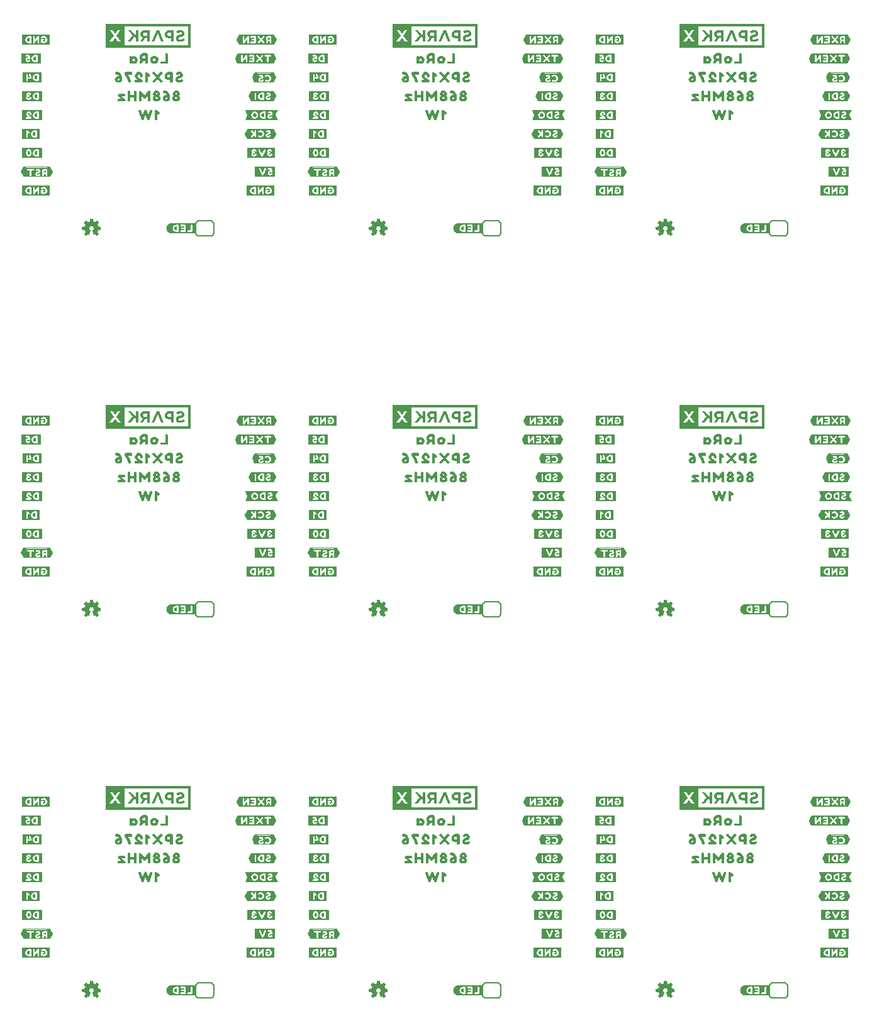
<source format=gbo>
G04 EAGLE Gerber RS-274X export*
G75*
%MOMM*%
%FSLAX34Y34*%
%LPD*%
%INSilkscreen Bottom*%
%IPPOS*%
%AMOC8*
5,1,8,0,0,1.08239X$1,22.5*%
G01*
%ADD10C,0.203200*%

G36*
X1019857Y1282108D02*
X1019857Y1282108D01*
X1019852Y1282115D01*
X1019859Y1282121D01*
X1019859Y1313759D01*
X1019823Y1313807D01*
X1019816Y1313801D01*
X1019810Y1313808D01*
X905510Y1313808D01*
X905463Y1313772D01*
X905468Y1313765D01*
X905461Y1313759D01*
X905461Y1282121D01*
X905497Y1282073D01*
X905504Y1282079D01*
X905510Y1282072D01*
X1019810Y1282072D01*
X1019857Y1282108D01*
G37*
G36*
X247697Y1282108D02*
X247697Y1282108D01*
X247692Y1282115D01*
X247699Y1282121D01*
X247699Y1313759D01*
X247663Y1313807D01*
X247656Y1313801D01*
X247650Y1313808D01*
X133350Y1313808D01*
X133303Y1313772D01*
X133308Y1313765D01*
X133301Y1313759D01*
X133301Y1282121D01*
X133337Y1282073D01*
X133344Y1282079D01*
X133350Y1282072D01*
X247650Y1282072D01*
X247697Y1282108D01*
G37*
G36*
X633777Y1282108D02*
X633777Y1282108D01*
X633772Y1282115D01*
X633779Y1282121D01*
X633779Y1313759D01*
X633743Y1313807D01*
X633736Y1313801D01*
X633730Y1313808D01*
X519430Y1313808D01*
X519383Y1313772D01*
X519388Y1313765D01*
X519381Y1313759D01*
X519381Y1282121D01*
X519417Y1282073D01*
X519424Y1282079D01*
X519430Y1282072D01*
X633730Y1282072D01*
X633777Y1282108D01*
G37*
G36*
X633777Y255948D02*
X633777Y255948D01*
X633772Y255955D01*
X633779Y255961D01*
X633779Y287599D01*
X633743Y287647D01*
X633736Y287641D01*
X633730Y287648D01*
X519430Y287648D01*
X519383Y287612D01*
X519388Y287605D01*
X519381Y287599D01*
X519381Y255961D01*
X519417Y255913D01*
X519424Y255919D01*
X519430Y255912D01*
X633730Y255912D01*
X633777Y255948D01*
G37*
G36*
X1019857Y255948D02*
X1019857Y255948D01*
X1019852Y255955D01*
X1019859Y255961D01*
X1019859Y287599D01*
X1019823Y287647D01*
X1019816Y287641D01*
X1019810Y287648D01*
X905510Y287648D01*
X905463Y287612D01*
X905468Y287605D01*
X905461Y287599D01*
X905461Y255961D01*
X905497Y255913D01*
X905504Y255919D01*
X905510Y255912D01*
X1019810Y255912D01*
X1019857Y255948D01*
G37*
G36*
X633777Y769028D02*
X633777Y769028D01*
X633772Y769035D01*
X633779Y769041D01*
X633779Y800679D01*
X633743Y800727D01*
X633736Y800721D01*
X633730Y800728D01*
X519430Y800728D01*
X519383Y800692D01*
X519388Y800685D01*
X519381Y800679D01*
X519381Y769041D01*
X519417Y768993D01*
X519424Y768999D01*
X519430Y768992D01*
X633730Y768992D01*
X633777Y769028D01*
G37*
G36*
X247697Y769028D02*
X247697Y769028D01*
X247692Y769035D01*
X247699Y769041D01*
X247699Y800679D01*
X247663Y800727D01*
X247656Y800721D01*
X247650Y800728D01*
X133350Y800728D01*
X133303Y800692D01*
X133308Y800685D01*
X133301Y800679D01*
X133301Y769041D01*
X133337Y768993D01*
X133344Y768999D01*
X133350Y768992D01*
X247650Y768992D01*
X247697Y769028D01*
G37*
G36*
X1019857Y769028D02*
X1019857Y769028D01*
X1019852Y769035D01*
X1019859Y769041D01*
X1019859Y800679D01*
X1019823Y800727D01*
X1019816Y800721D01*
X1019810Y800728D01*
X905510Y800728D01*
X905463Y800692D01*
X905468Y800685D01*
X905461Y800679D01*
X905461Y769041D01*
X905497Y768993D01*
X905504Y768999D01*
X905510Y768992D01*
X1019810Y768992D01*
X1019857Y769028D01*
G37*
G36*
X133337Y255913D02*
X133337Y255913D01*
X133344Y255919D01*
X133350Y255912D01*
X247650Y255912D01*
X247697Y255948D01*
X247692Y255955D01*
X247699Y255961D01*
X247699Y287599D01*
X247663Y287647D01*
X247656Y287641D01*
X247650Y287648D01*
X133350Y287648D01*
X133303Y287612D01*
X133308Y287605D01*
X133301Y287599D01*
X133301Y255961D01*
X133337Y255913D01*
G37*
%LPC*%
G36*
X931094Y1285108D02*
X931094Y1285108D01*
X931094Y1310772D01*
X1016823Y1310772D01*
X1016823Y1285108D01*
X931094Y1285108D01*
G37*
%LPD*%
%LPC*%
G36*
X545014Y1285108D02*
X545014Y1285108D01*
X545014Y1310772D01*
X630743Y1310772D01*
X630743Y1285108D01*
X545014Y1285108D01*
G37*
%LPD*%
%LPC*%
G36*
X158934Y1285108D02*
X158934Y1285108D01*
X158934Y1310772D01*
X244663Y1310772D01*
X244663Y1285108D01*
X158934Y1285108D01*
G37*
%LPD*%
%LPC*%
G36*
X931094Y258948D02*
X931094Y258948D01*
X931094Y284612D01*
X1016823Y284612D01*
X1016823Y258948D01*
X931094Y258948D01*
G37*
%LPD*%
%LPC*%
G36*
X244663Y284612D02*
X244663Y284612D01*
X244663Y258948D01*
X158934Y258948D01*
X158934Y284612D01*
X244663Y284612D01*
G37*
%LPD*%
%LPC*%
G36*
X545014Y258948D02*
X545014Y258948D01*
X545014Y284612D01*
X630743Y284612D01*
X630743Y258948D01*
X545014Y258948D01*
G37*
%LPD*%
%LPC*%
G36*
X545014Y772028D02*
X545014Y772028D01*
X545014Y797692D01*
X630743Y797692D01*
X630743Y772028D01*
X545014Y772028D01*
G37*
%LPD*%
%LPC*%
G36*
X931094Y772028D02*
X931094Y772028D01*
X931094Y797692D01*
X1016823Y797692D01*
X1016823Y772028D01*
X931094Y772028D01*
G37*
%LPD*%
%LPC*%
G36*
X158934Y772028D02*
X158934Y772028D01*
X158934Y797692D01*
X244663Y797692D01*
X244663Y772028D01*
X158934Y772028D01*
G37*
%LPD*%
G36*
X359185Y1260614D02*
X359185Y1260614D01*
X359188Y1260611D01*
X359788Y1260711D01*
X359811Y1260735D01*
X359824Y1260738D01*
X363224Y1267438D01*
X363223Y1267441D01*
X363226Y1267443D01*
X363222Y1267448D01*
X363218Y1267470D01*
X363224Y1267482D01*
X359824Y1274182D01*
X359794Y1274197D01*
X359788Y1274209D01*
X359188Y1274309D01*
X359183Y1274306D01*
X359180Y1274309D01*
X310980Y1274309D01*
X310955Y1274290D01*
X310942Y1274291D01*
X310542Y1273791D01*
X310541Y1273783D01*
X310536Y1273782D01*
X307536Y1267782D01*
X307538Y1267770D01*
X307533Y1267765D01*
X307534Y1267763D01*
X307531Y1267760D01*
X307531Y1267060D01*
X307540Y1267047D01*
X307536Y1267038D01*
X310536Y1261038D01*
X310549Y1261031D01*
X310549Y1261022D01*
X311049Y1260622D01*
X311072Y1260621D01*
X311080Y1260611D01*
X359180Y1260611D01*
X359185Y1260614D01*
G37*
G36*
X745265Y1260614D02*
X745265Y1260614D01*
X745268Y1260611D01*
X745868Y1260711D01*
X745891Y1260735D01*
X745904Y1260738D01*
X749304Y1267438D01*
X749303Y1267441D01*
X749306Y1267443D01*
X749302Y1267448D01*
X749298Y1267470D01*
X749304Y1267482D01*
X745904Y1274182D01*
X745874Y1274197D01*
X745868Y1274209D01*
X745268Y1274309D01*
X745263Y1274306D01*
X745260Y1274309D01*
X697060Y1274309D01*
X697035Y1274290D01*
X697022Y1274291D01*
X696622Y1273791D01*
X696621Y1273783D01*
X696616Y1273782D01*
X693616Y1267782D01*
X693618Y1267770D01*
X693613Y1267765D01*
X693614Y1267763D01*
X693611Y1267760D01*
X693611Y1267060D01*
X693620Y1267047D01*
X693616Y1267038D01*
X696616Y1261038D01*
X696629Y1261031D01*
X696629Y1261022D01*
X697129Y1260622D01*
X697152Y1260621D01*
X697160Y1260611D01*
X745260Y1260611D01*
X745265Y1260614D01*
G37*
G36*
X745265Y747534D02*
X745265Y747534D01*
X745268Y747531D01*
X745868Y747631D01*
X745891Y747655D01*
X745904Y747658D01*
X749304Y754358D01*
X749303Y754361D01*
X749306Y754363D01*
X749302Y754368D01*
X749298Y754390D01*
X749304Y754402D01*
X745904Y761102D01*
X745874Y761117D01*
X745868Y761129D01*
X745268Y761229D01*
X745263Y761226D01*
X745260Y761229D01*
X697060Y761229D01*
X697035Y761210D01*
X697022Y761211D01*
X696622Y760711D01*
X696621Y760703D01*
X696616Y760702D01*
X693616Y754702D01*
X693618Y754690D01*
X693613Y754685D01*
X693614Y754683D01*
X693611Y754680D01*
X693611Y753980D01*
X693620Y753967D01*
X693616Y753958D01*
X696616Y747958D01*
X696629Y747951D01*
X696629Y747942D01*
X697129Y747542D01*
X697152Y747541D01*
X697160Y747531D01*
X745260Y747531D01*
X745265Y747534D01*
G37*
G36*
X359185Y747534D02*
X359185Y747534D01*
X359188Y747531D01*
X359788Y747631D01*
X359811Y747655D01*
X359824Y747658D01*
X363224Y754358D01*
X363223Y754361D01*
X363226Y754363D01*
X363222Y754368D01*
X363218Y754390D01*
X363224Y754402D01*
X359824Y761102D01*
X359794Y761117D01*
X359788Y761129D01*
X359188Y761229D01*
X359183Y761226D01*
X359180Y761229D01*
X310980Y761229D01*
X310955Y761210D01*
X310942Y761211D01*
X310542Y760711D01*
X310541Y760703D01*
X310536Y760702D01*
X307536Y754702D01*
X307538Y754690D01*
X307533Y754685D01*
X307534Y754683D01*
X307531Y754680D01*
X307531Y753980D01*
X307540Y753967D01*
X307536Y753958D01*
X310536Y747958D01*
X310549Y747951D01*
X310549Y747942D01*
X311049Y747542D01*
X311072Y747541D01*
X311080Y747531D01*
X359180Y747531D01*
X359185Y747534D01*
G37*
G36*
X1131345Y747534D02*
X1131345Y747534D01*
X1131348Y747531D01*
X1131948Y747631D01*
X1131971Y747655D01*
X1131984Y747658D01*
X1135384Y754358D01*
X1135383Y754361D01*
X1135386Y754363D01*
X1135382Y754368D01*
X1135378Y754390D01*
X1135384Y754402D01*
X1131984Y761102D01*
X1131954Y761117D01*
X1131948Y761129D01*
X1131348Y761229D01*
X1131343Y761226D01*
X1131340Y761229D01*
X1083140Y761229D01*
X1083115Y761210D01*
X1083102Y761211D01*
X1082702Y760711D01*
X1082701Y760703D01*
X1082696Y760702D01*
X1079696Y754702D01*
X1079698Y754690D01*
X1079693Y754685D01*
X1079694Y754683D01*
X1079691Y754680D01*
X1079691Y753980D01*
X1079700Y753967D01*
X1079696Y753958D01*
X1082696Y747958D01*
X1082709Y747951D01*
X1082709Y747942D01*
X1083209Y747542D01*
X1083232Y747541D01*
X1083240Y747531D01*
X1131340Y747531D01*
X1131345Y747534D01*
G37*
G36*
X1131345Y1260614D02*
X1131345Y1260614D01*
X1131348Y1260611D01*
X1131948Y1260711D01*
X1131971Y1260735D01*
X1131984Y1260738D01*
X1135384Y1267438D01*
X1135383Y1267441D01*
X1135386Y1267443D01*
X1135382Y1267448D01*
X1135378Y1267470D01*
X1135384Y1267482D01*
X1131984Y1274182D01*
X1131954Y1274197D01*
X1131948Y1274209D01*
X1131348Y1274309D01*
X1131343Y1274306D01*
X1131340Y1274309D01*
X1083140Y1274309D01*
X1083115Y1274290D01*
X1083102Y1274291D01*
X1082702Y1273791D01*
X1082701Y1273783D01*
X1082696Y1273782D01*
X1079696Y1267782D01*
X1079698Y1267770D01*
X1079693Y1267765D01*
X1079694Y1267763D01*
X1079691Y1267760D01*
X1079691Y1267060D01*
X1079700Y1267047D01*
X1079696Y1267038D01*
X1082696Y1261038D01*
X1082709Y1261031D01*
X1082709Y1261022D01*
X1083209Y1260622D01*
X1083232Y1260621D01*
X1083240Y1260611D01*
X1131340Y1260611D01*
X1131345Y1260614D01*
G37*
G36*
X745265Y234454D02*
X745265Y234454D01*
X745268Y234451D01*
X745868Y234551D01*
X745891Y234575D01*
X745904Y234578D01*
X749304Y241278D01*
X749303Y241281D01*
X749306Y241283D01*
X749302Y241288D01*
X749298Y241310D01*
X749304Y241322D01*
X745904Y248022D01*
X745874Y248037D01*
X745868Y248049D01*
X745268Y248149D01*
X745263Y248146D01*
X745260Y248149D01*
X697060Y248149D01*
X697035Y248130D01*
X697022Y248131D01*
X696622Y247631D01*
X696621Y247623D01*
X696616Y247622D01*
X693616Y241622D01*
X693618Y241610D01*
X693613Y241605D01*
X693614Y241603D01*
X693611Y241600D01*
X693611Y240900D01*
X693620Y240887D01*
X693616Y240878D01*
X696616Y234878D01*
X696629Y234871D01*
X696629Y234862D01*
X697129Y234462D01*
X697152Y234461D01*
X697160Y234451D01*
X745260Y234451D01*
X745265Y234454D01*
G37*
G36*
X1131345Y234454D02*
X1131345Y234454D01*
X1131348Y234451D01*
X1131948Y234551D01*
X1131971Y234575D01*
X1131984Y234578D01*
X1135384Y241278D01*
X1135383Y241281D01*
X1135386Y241283D01*
X1135382Y241288D01*
X1135378Y241310D01*
X1135384Y241322D01*
X1131984Y248022D01*
X1131954Y248037D01*
X1131948Y248049D01*
X1131348Y248149D01*
X1131343Y248146D01*
X1131340Y248149D01*
X1083140Y248149D01*
X1083115Y248130D01*
X1083102Y248131D01*
X1082702Y247631D01*
X1082701Y247623D01*
X1082696Y247622D01*
X1079696Y241622D01*
X1079698Y241610D01*
X1079693Y241605D01*
X1079694Y241603D01*
X1079691Y241600D01*
X1079691Y240900D01*
X1079700Y240887D01*
X1079696Y240878D01*
X1082696Y234878D01*
X1082709Y234871D01*
X1082709Y234862D01*
X1083209Y234462D01*
X1083232Y234461D01*
X1083240Y234451D01*
X1131340Y234451D01*
X1131345Y234454D01*
G37*
G36*
X359185Y234454D02*
X359185Y234454D01*
X359188Y234451D01*
X359788Y234551D01*
X359811Y234575D01*
X359824Y234578D01*
X363224Y241278D01*
X363223Y241281D01*
X363226Y241283D01*
X363222Y241288D01*
X363218Y241310D01*
X363224Y241322D01*
X359824Y248022D01*
X359794Y248037D01*
X359788Y248049D01*
X359188Y248149D01*
X359183Y248146D01*
X359180Y248149D01*
X310980Y248149D01*
X310955Y248130D01*
X310942Y248131D01*
X310542Y247631D01*
X310541Y247623D01*
X310536Y247622D01*
X307536Y241622D01*
X307538Y241610D01*
X307533Y241605D01*
X307534Y241603D01*
X307531Y241600D01*
X307531Y240900D01*
X307540Y240887D01*
X307536Y240878D01*
X310536Y234878D01*
X310549Y234871D01*
X310549Y234862D01*
X311049Y234462D01*
X311072Y234461D01*
X311080Y234451D01*
X359180Y234451D01*
X359185Y234454D01*
G37*
G36*
X360071Y259867D02*
X360071Y259867D01*
X360085Y259865D01*
X360485Y260265D01*
X360486Y260277D01*
X360494Y260278D01*
X363494Y266378D01*
X363493Y266384D01*
X363497Y266388D01*
X363492Y266395D01*
X363499Y266400D01*
X363499Y267000D01*
X363490Y267013D01*
X363494Y267022D01*
X360494Y273022D01*
X360487Y273025D01*
X360488Y273031D01*
X360088Y273531D01*
X360059Y273538D01*
X360056Y273542D01*
X360055Y273542D01*
X360050Y273549D01*
X312850Y273549D01*
X312816Y273524D01*
X312806Y273522D01*
X309506Y266822D01*
X309508Y266811D01*
X309504Y266808D01*
X309510Y266801D01*
X309511Y266796D01*
X309503Y266784D01*
X309703Y266184D01*
X309707Y266182D01*
X309706Y266178D01*
X312706Y260078D01*
X312730Y260066D01*
X312734Y260053D01*
X313334Y259853D01*
X313345Y259857D01*
X313350Y259851D01*
X360050Y259851D01*
X360071Y259867D01*
G37*
G36*
X746151Y1286027D02*
X746151Y1286027D01*
X746165Y1286025D01*
X746565Y1286425D01*
X746566Y1286437D01*
X746574Y1286438D01*
X749574Y1292538D01*
X749573Y1292544D01*
X749577Y1292548D01*
X749572Y1292555D01*
X749579Y1292560D01*
X749579Y1293160D01*
X749570Y1293173D01*
X749574Y1293182D01*
X746574Y1299182D01*
X746567Y1299185D01*
X746568Y1299191D01*
X746168Y1299691D01*
X746139Y1299698D01*
X746136Y1299702D01*
X746135Y1299702D01*
X746130Y1299709D01*
X698930Y1299709D01*
X698896Y1299684D01*
X698886Y1299682D01*
X695586Y1292982D01*
X695588Y1292971D01*
X695584Y1292968D01*
X695590Y1292961D01*
X695591Y1292956D01*
X695583Y1292944D01*
X695783Y1292344D01*
X695787Y1292342D01*
X695786Y1292338D01*
X698786Y1286238D01*
X698810Y1286226D01*
X698814Y1286213D01*
X699414Y1286013D01*
X699425Y1286017D01*
X699430Y1286011D01*
X746130Y1286011D01*
X746151Y1286027D01*
G37*
G36*
X360071Y1286027D02*
X360071Y1286027D01*
X360085Y1286025D01*
X360485Y1286425D01*
X360486Y1286437D01*
X360494Y1286438D01*
X363494Y1292538D01*
X363493Y1292544D01*
X363497Y1292548D01*
X363492Y1292555D01*
X363499Y1292560D01*
X363499Y1293160D01*
X363490Y1293173D01*
X363494Y1293182D01*
X360494Y1299182D01*
X360487Y1299185D01*
X360488Y1299191D01*
X360088Y1299691D01*
X360059Y1299698D01*
X360056Y1299702D01*
X360055Y1299702D01*
X360050Y1299709D01*
X312850Y1299709D01*
X312816Y1299684D01*
X312806Y1299682D01*
X309506Y1292982D01*
X309508Y1292971D01*
X309504Y1292968D01*
X309510Y1292961D01*
X309511Y1292956D01*
X309503Y1292944D01*
X309703Y1292344D01*
X309707Y1292342D01*
X309706Y1292338D01*
X312706Y1286238D01*
X312730Y1286226D01*
X312734Y1286213D01*
X313334Y1286013D01*
X313345Y1286017D01*
X313350Y1286011D01*
X360050Y1286011D01*
X360071Y1286027D01*
G37*
G36*
X1132231Y1286027D02*
X1132231Y1286027D01*
X1132245Y1286025D01*
X1132645Y1286425D01*
X1132646Y1286437D01*
X1132654Y1286438D01*
X1135654Y1292538D01*
X1135653Y1292544D01*
X1135657Y1292548D01*
X1135652Y1292555D01*
X1135659Y1292560D01*
X1135659Y1293160D01*
X1135650Y1293173D01*
X1135654Y1293182D01*
X1132654Y1299182D01*
X1132647Y1299185D01*
X1132648Y1299191D01*
X1132248Y1299691D01*
X1132219Y1299698D01*
X1132216Y1299702D01*
X1132215Y1299702D01*
X1132210Y1299709D01*
X1085010Y1299709D01*
X1084976Y1299684D01*
X1084966Y1299682D01*
X1081666Y1292982D01*
X1081668Y1292971D01*
X1081664Y1292968D01*
X1081670Y1292961D01*
X1081671Y1292956D01*
X1081663Y1292944D01*
X1081863Y1292344D01*
X1081867Y1292342D01*
X1081866Y1292338D01*
X1084866Y1286238D01*
X1084890Y1286226D01*
X1084894Y1286213D01*
X1085494Y1286013D01*
X1085505Y1286017D01*
X1085510Y1286011D01*
X1132210Y1286011D01*
X1132231Y1286027D01*
G37*
G36*
X746151Y772947D02*
X746151Y772947D01*
X746165Y772945D01*
X746565Y773345D01*
X746566Y773357D01*
X746574Y773358D01*
X749574Y779458D01*
X749573Y779464D01*
X749577Y779468D01*
X749572Y779475D01*
X749579Y779480D01*
X749579Y780080D01*
X749570Y780093D01*
X749574Y780102D01*
X746574Y786102D01*
X746567Y786105D01*
X746568Y786111D01*
X746168Y786611D01*
X746139Y786618D01*
X746136Y786622D01*
X746135Y786622D01*
X746130Y786629D01*
X698930Y786629D01*
X698896Y786604D01*
X698886Y786602D01*
X695586Y779902D01*
X695588Y779891D01*
X695584Y779888D01*
X695590Y779881D01*
X695591Y779876D01*
X695583Y779864D01*
X695783Y779264D01*
X695787Y779262D01*
X695786Y779258D01*
X698786Y773158D01*
X698810Y773146D01*
X698814Y773133D01*
X699414Y772933D01*
X699425Y772937D01*
X699430Y772931D01*
X746130Y772931D01*
X746151Y772947D01*
G37*
G36*
X360071Y772947D02*
X360071Y772947D01*
X360085Y772945D01*
X360485Y773345D01*
X360486Y773357D01*
X360494Y773358D01*
X363494Y779458D01*
X363493Y779464D01*
X363497Y779468D01*
X363492Y779475D01*
X363499Y779480D01*
X363499Y780080D01*
X363490Y780093D01*
X363494Y780102D01*
X360494Y786102D01*
X360487Y786105D01*
X360488Y786111D01*
X360088Y786611D01*
X360059Y786618D01*
X360056Y786622D01*
X360055Y786622D01*
X360050Y786629D01*
X312850Y786629D01*
X312816Y786604D01*
X312806Y786602D01*
X309506Y779902D01*
X309508Y779891D01*
X309504Y779888D01*
X309510Y779881D01*
X309511Y779876D01*
X309503Y779864D01*
X309703Y779264D01*
X309707Y779262D01*
X309706Y779258D01*
X312706Y773158D01*
X312730Y773146D01*
X312734Y773133D01*
X313334Y772933D01*
X313345Y772937D01*
X313350Y772931D01*
X360050Y772931D01*
X360071Y772947D01*
G37*
G36*
X746151Y259867D02*
X746151Y259867D01*
X746165Y259865D01*
X746565Y260265D01*
X746566Y260277D01*
X746574Y260278D01*
X749574Y266378D01*
X749573Y266384D01*
X749577Y266388D01*
X749572Y266395D01*
X749579Y266400D01*
X749579Y267000D01*
X749570Y267013D01*
X749574Y267022D01*
X746574Y273022D01*
X746567Y273025D01*
X746568Y273031D01*
X746168Y273531D01*
X746139Y273538D01*
X746136Y273542D01*
X746135Y273542D01*
X746130Y273549D01*
X698930Y273549D01*
X698896Y273524D01*
X698886Y273522D01*
X695586Y266822D01*
X695588Y266811D01*
X695584Y266808D01*
X695590Y266801D01*
X695591Y266796D01*
X695583Y266784D01*
X695783Y266184D01*
X695787Y266182D01*
X695786Y266178D01*
X698786Y260078D01*
X698810Y260066D01*
X698814Y260053D01*
X699414Y259853D01*
X699425Y259857D01*
X699430Y259851D01*
X746130Y259851D01*
X746151Y259867D01*
G37*
G36*
X1132231Y259867D02*
X1132231Y259867D01*
X1132245Y259865D01*
X1132645Y260265D01*
X1132646Y260277D01*
X1132654Y260278D01*
X1135654Y266378D01*
X1135653Y266384D01*
X1135657Y266388D01*
X1135652Y266395D01*
X1135659Y266400D01*
X1135659Y267000D01*
X1135650Y267013D01*
X1135654Y267022D01*
X1132654Y273022D01*
X1132647Y273025D01*
X1132648Y273031D01*
X1132248Y273531D01*
X1132219Y273538D01*
X1132216Y273542D01*
X1132215Y273542D01*
X1132210Y273549D01*
X1085010Y273549D01*
X1084976Y273524D01*
X1084966Y273522D01*
X1081666Y266822D01*
X1081668Y266811D01*
X1081664Y266808D01*
X1081670Y266801D01*
X1081671Y266796D01*
X1081663Y266784D01*
X1081863Y266184D01*
X1081867Y266182D01*
X1081866Y266178D01*
X1084866Y260078D01*
X1084890Y260066D01*
X1084894Y260053D01*
X1085494Y259853D01*
X1085505Y259857D01*
X1085510Y259851D01*
X1132210Y259851D01*
X1132231Y259867D01*
G37*
G36*
X1132231Y772947D02*
X1132231Y772947D01*
X1132245Y772945D01*
X1132645Y773345D01*
X1132646Y773357D01*
X1132654Y773358D01*
X1135654Y779458D01*
X1135653Y779464D01*
X1135657Y779468D01*
X1135652Y779475D01*
X1135659Y779480D01*
X1135659Y780080D01*
X1135650Y780093D01*
X1135654Y780102D01*
X1132654Y786102D01*
X1132647Y786105D01*
X1132648Y786111D01*
X1132248Y786611D01*
X1132219Y786618D01*
X1132216Y786622D01*
X1132215Y786622D01*
X1132210Y786629D01*
X1085010Y786629D01*
X1084976Y786604D01*
X1084966Y786602D01*
X1081666Y779902D01*
X1081668Y779891D01*
X1081664Y779888D01*
X1081670Y779881D01*
X1081671Y779876D01*
X1081663Y779864D01*
X1081863Y779264D01*
X1081867Y779262D01*
X1081866Y779258D01*
X1084866Y773158D01*
X1084890Y773146D01*
X1084894Y773133D01*
X1085494Y772933D01*
X1085505Y772937D01*
X1085510Y772931D01*
X1132210Y772931D01*
X1132231Y772947D01*
G37*
G36*
X365004Y158254D02*
X365004Y158254D01*
X365009Y158252D01*
X365014Y158261D01*
X365047Y158287D01*
X365035Y158303D01*
X365044Y158322D01*
X361753Y165004D01*
X361946Y165581D01*
X364944Y171678D01*
X364944Y171681D01*
X364945Y171683D01*
X364943Y171686D01*
X364933Y171737D01*
X364928Y171736D01*
X364927Y171741D01*
X364627Y171941D01*
X364612Y171940D01*
X364611Y171942D01*
X364605Y171942D01*
X364600Y171949D01*
X358300Y171949D01*
X358276Y171931D01*
X358262Y171931D01*
X358239Y171904D01*
X358240Y171929D01*
X358215Y171930D01*
X358200Y171949D01*
X321000Y171949D01*
X320953Y171913D01*
X320956Y171909D01*
X320953Y171906D01*
X320955Y171903D01*
X320951Y171900D01*
X320951Y171500D01*
X320960Y171487D01*
X320956Y171478D01*
X323951Y165389D01*
X323951Y164811D01*
X320956Y158722D01*
X320958Y158711D01*
X320953Y158707D01*
X320955Y158704D01*
X320951Y158700D01*
X320951Y158300D01*
X320987Y158253D01*
X320994Y158258D01*
X321000Y158251D01*
X365000Y158251D01*
X365004Y158254D01*
G37*
G36*
X365004Y671334D02*
X365004Y671334D01*
X365009Y671332D01*
X365014Y671341D01*
X365047Y671367D01*
X365035Y671383D01*
X365044Y671402D01*
X361753Y678084D01*
X361946Y678661D01*
X364944Y684758D01*
X364944Y684761D01*
X364945Y684763D01*
X364943Y684766D01*
X364933Y684817D01*
X364928Y684816D01*
X364927Y684821D01*
X364627Y685021D01*
X364612Y685020D01*
X364611Y685022D01*
X364605Y685022D01*
X364600Y685029D01*
X358300Y685029D01*
X358276Y685011D01*
X358262Y685011D01*
X358239Y684984D01*
X358240Y685009D01*
X358215Y685010D01*
X358200Y685029D01*
X321000Y685029D01*
X320953Y684993D01*
X320956Y684989D01*
X320953Y684986D01*
X320955Y684983D01*
X320951Y684980D01*
X320951Y684580D01*
X320960Y684567D01*
X320956Y684558D01*
X323951Y678469D01*
X323951Y677891D01*
X320956Y671802D01*
X320958Y671791D01*
X320953Y671787D01*
X320955Y671784D01*
X320951Y671780D01*
X320951Y671380D01*
X320987Y671333D01*
X320994Y671338D01*
X321000Y671331D01*
X365000Y671331D01*
X365004Y671334D01*
G37*
G36*
X751084Y671334D02*
X751084Y671334D01*
X751089Y671332D01*
X751094Y671341D01*
X751127Y671367D01*
X751115Y671383D01*
X751124Y671402D01*
X747833Y678084D01*
X748026Y678661D01*
X751024Y684758D01*
X751024Y684761D01*
X751025Y684763D01*
X751023Y684766D01*
X751013Y684817D01*
X751008Y684816D01*
X751007Y684821D01*
X750707Y685021D01*
X750692Y685020D01*
X750691Y685022D01*
X750685Y685022D01*
X750680Y685029D01*
X744380Y685029D01*
X744356Y685011D01*
X744342Y685011D01*
X744319Y684984D01*
X744320Y685009D01*
X744295Y685010D01*
X744280Y685029D01*
X707080Y685029D01*
X707033Y684993D01*
X707036Y684989D01*
X707033Y684986D01*
X707035Y684983D01*
X707031Y684980D01*
X707031Y684580D01*
X707040Y684567D01*
X707036Y684558D01*
X710031Y678469D01*
X710031Y677891D01*
X707036Y671802D01*
X707038Y671791D01*
X707033Y671787D01*
X707035Y671784D01*
X707031Y671780D01*
X707031Y671380D01*
X707067Y671333D01*
X707074Y671338D01*
X707080Y671331D01*
X751080Y671331D01*
X751084Y671334D01*
G37*
G36*
X751084Y1184414D02*
X751084Y1184414D01*
X751089Y1184412D01*
X751094Y1184421D01*
X751127Y1184447D01*
X751115Y1184463D01*
X751124Y1184482D01*
X747833Y1191164D01*
X748026Y1191741D01*
X751024Y1197838D01*
X751024Y1197841D01*
X751025Y1197843D01*
X751023Y1197846D01*
X751013Y1197897D01*
X751008Y1197896D01*
X751007Y1197901D01*
X750707Y1198101D01*
X750692Y1198100D01*
X750691Y1198102D01*
X750685Y1198102D01*
X750680Y1198109D01*
X744380Y1198109D01*
X744356Y1198091D01*
X744342Y1198091D01*
X744319Y1198064D01*
X744320Y1198089D01*
X744295Y1198090D01*
X744280Y1198109D01*
X707080Y1198109D01*
X707033Y1198073D01*
X707036Y1198069D01*
X707033Y1198066D01*
X707035Y1198063D01*
X707031Y1198060D01*
X707031Y1197660D01*
X707040Y1197647D01*
X707036Y1197638D01*
X710031Y1191549D01*
X710031Y1190971D01*
X707036Y1184882D01*
X707038Y1184871D01*
X707033Y1184867D01*
X707035Y1184864D01*
X707031Y1184860D01*
X707031Y1184460D01*
X707067Y1184413D01*
X707074Y1184418D01*
X707080Y1184411D01*
X751080Y1184411D01*
X751084Y1184414D01*
G37*
G36*
X1137164Y671334D02*
X1137164Y671334D01*
X1137169Y671332D01*
X1137174Y671341D01*
X1137207Y671367D01*
X1137195Y671383D01*
X1137204Y671402D01*
X1133913Y678084D01*
X1134106Y678661D01*
X1137104Y684758D01*
X1137104Y684761D01*
X1137105Y684763D01*
X1137103Y684766D01*
X1137093Y684817D01*
X1137088Y684816D01*
X1137087Y684821D01*
X1136787Y685021D01*
X1136772Y685020D01*
X1136771Y685022D01*
X1136765Y685022D01*
X1136760Y685029D01*
X1130460Y685029D01*
X1130436Y685011D01*
X1130422Y685011D01*
X1130399Y684984D01*
X1130400Y685009D01*
X1130375Y685010D01*
X1130360Y685029D01*
X1093160Y685029D01*
X1093113Y684993D01*
X1093116Y684989D01*
X1093113Y684986D01*
X1093115Y684983D01*
X1093111Y684980D01*
X1093111Y684580D01*
X1093120Y684567D01*
X1093116Y684558D01*
X1096111Y678469D01*
X1096111Y677891D01*
X1093116Y671802D01*
X1093118Y671791D01*
X1093113Y671787D01*
X1093115Y671784D01*
X1093111Y671780D01*
X1093111Y671380D01*
X1093147Y671333D01*
X1093154Y671338D01*
X1093160Y671331D01*
X1137160Y671331D01*
X1137164Y671334D01*
G37*
G36*
X751084Y158254D02*
X751084Y158254D01*
X751089Y158252D01*
X751094Y158261D01*
X751127Y158287D01*
X751115Y158303D01*
X751124Y158322D01*
X747833Y165004D01*
X748026Y165581D01*
X751024Y171678D01*
X751024Y171681D01*
X751025Y171683D01*
X751023Y171686D01*
X751013Y171737D01*
X751008Y171736D01*
X751007Y171741D01*
X750707Y171941D01*
X750692Y171940D01*
X750691Y171942D01*
X750685Y171942D01*
X750680Y171949D01*
X744380Y171949D01*
X744356Y171931D01*
X744342Y171931D01*
X744319Y171904D01*
X744320Y171929D01*
X744295Y171930D01*
X744280Y171949D01*
X707080Y171949D01*
X707033Y171913D01*
X707036Y171909D01*
X707033Y171906D01*
X707035Y171903D01*
X707031Y171900D01*
X707031Y171500D01*
X707040Y171487D01*
X707036Y171478D01*
X710031Y165389D01*
X710031Y164811D01*
X707036Y158722D01*
X707038Y158711D01*
X707033Y158707D01*
X707035Y158704D01*
X707031Y158700D01*
X707031Y158300D01*
X707067Y158253D01*
X707074Y158258D01*
X707080Y158251D01*
X751080Y158251D01*
X751084Y158254D01*
G37*
G36*
X1137164Y158254D02*
X1137164Y158254D01*
X1137169Y158252D01*
X1137174Y158261D01*
X1137207Y158287D01*
X1137195Y158303D01*
X1137204Y158322D01*
X1133913Y165004D01*
X1134106Y165581D01*
X1137104Y171678D01*
X1137104Y171681D01*
X1137105Y171683D01*
X1137103Y171686D01*
X1137093Y171737D01*
X1137088Y171736D01*
X1137087Y171741D01*
X1136787Y171941D01*
X1136772Y171940D01*
X1136771Y171942D01*
X1136765Y171942D01*
X1136760Y171949D01*
X1130460Y171949D01*
X1130436Y171931D01*
X1130422Y171931D01*
X1130399Y171904D01*
X1130400Y171929D01*
X1130375Y171930D01*
X1130360Y171949D01*
X1093160Y171949D01*
X1093113Y171913D01*
X1093116Y171909D01*
X1093113Y171906D01*
X1093115Y171903D01*
X1093111Y171900D01*
X1093111Y171500D01*
X1093120Y171487D01*
X1093116Y171478D01*
X1096111Y165389D01*
X1096111Y164811D01*
X1093116Y158722D01*
X1093118Y158711D01*
X1093113Y158707D01*
X1093115Y158704D01*
X1093111Y158700D01*
X1093111Y158300D01*
X1093147Y158253D01*
X1093154Y158258D01*
X1093160Y158251D01*
X1137160Y158251D01*
X1137164Y158254D01*
G37*
G36*
X365004Y1184414D02*
X365004Y1184414D01*
X365009Y1184412D01*
X365014Y1184421D01*
X365047Y1184447D01*
X365035Y1184463D01*
X365044Y1184482D01*
X361753Y1191164D01*
X361946Y1191741D01*
X364944Y1197838D01*
X364944Y1197841D01*
X364945Y1197843D01*
X364943Y1197846D01*
X364933Y1197897D01*
X364928Y1197896D01*
X364927Y1197901D01*
X364627Y1198101D01*
X364612Y1198100D01*
X364611Y1198102D01*
X364605Y1198102D01*
X364600Y1198109D01*
X358300Y1198109D01*
X358276Y1198091D01*
X358262Y1198091D01*
X358239Y1198064D01*
X358240Y1198089D01*
X358215Y1198090D01*
X358200Y1198109D01*
X321000Y1198109D01*
X320953Y1198073D01*
X320956Y1198069D01*
X320953Y1198066D01*
X320955Y1198063D01*
X320951Y1198060D01*
X320951Y1197660D01*
X320960Y1197647D01*
X320956Y1197638D01*
X323951Y1191549D01*
X323951Y1190971D01*
X320956Y1184882D01*
X320958Y1184871D01*
X320953Y1184867D01*
X320955Y1184864D01*
X320951Y1184860D01*
X320951Y1184460D01*
X320987Y1184413D01*
X320994Y1184418D01*
X321000Y1184411D01*
X365000Y1184411D01*
X365004Y1184414D01*
G37*
G36*
X1137164Y1184414D02*
X1137164Y1184414D01*
X1137169Y1184412D01*
X1137174Y1184421D01*
X1137207Y1184447D01*
X1137195Y1184463D01*
X1137204Y1184482D01*
X1133913Y1191164D01*
X1134106Y1191741D01*
X1137104Y1197838D01*
X1137104Y1197841D01*
X1137105Y1197843D01*
X1137103Y1197846D01*
X1137093Y1197897D01*
X1137088Y1197896D01*
X1137087Y1197901D01*
X1136787Y1198101D01*
X1136772Y1198100D01*
X1136771Y1198102D01*
X1136765Y1198102D01*
X1136760Y1198109D01*
X1130460Y1198109D01*
X1130436Y1198091D01*
X1130422Y1198091D01*
X1130399Y1198064D01*
X1130400Y1198089D01*
X1130375Y1198090D01*
X1130360Y1198109D01*
X1093160Y1198109D01*
X1093113Y1198073D01*
X1093116Y1198069D01*
X1093113Y1198066D01*
X1093115Y1198063D01*
X1093111Y1198060D01*
X1093111Y1197660D01*
X1093120Y1197647D01*
X1093116Y1197638D01*
X1096111Y1191549D01*
X1096111Y1190971D01*
X1093116Y1184882D01*
X1093118Y1184871D01*
X1093113Y1184867D01*
X1093115Y1184864D01*
X1093111Y1184860D01*
X1093111Y1184460D01*
X1093147Y1184413D01*
X1093154Y1184418D01*
X1093160Y1184411D01*
X1137160Y1184411D01*
X1137164Y1184414D01*
G37*
G36*
X58561Y1108227D02*
X58561Y1108227D01*
X58575Y1108225D01*
X58975Y1108625D01*
X58976Y1108636D01*
X58984Y1108637D01*
X62084Y1114637D01*
X62082Y1114645D01*
X62087Y1114649D01*
X62083Y1114655D01*
X62089Y1114660D01*
X62089Y1115260D01*
X62080Y1115273D01*
X62084Y1115282D01*
X59084Y1121382D01*
X59077Y1121385D01*
X59078Y1121391D01*
X58678Y1121891D01*
X58649Y1121898D01*
X58646Y1121902D01*
X58645Y1121902D01*
X58640Y1121909D01*
X55440Y1121909D01*
X55407Y1121884D01*
X55396Y1121882D01*
X55388Y1121867D01*
X55376Y1121879D01*
X55373Y1121897D01*
X55361Y1121894D01*
X55346Y1121909D01*
X55343Y1121905D01*
X55340Y1121909D01*
X22840Y1121909D01*
X22831Y1121902D01*
X22828Y1121902D01*
X22824Y1121899D01*
X22815Y1121902D01*
X22315Y1121602D01*
X22307Y1121584D01*
X22296Y1121582D01*
X19296Y1115482D01*
X19297Y1115477D01*
X19293Y1115476D01*
X19093Y1114876D01*
X19094Y1114874D01*
X19093Y1114873D01*
X19095Y1114870D01*
X19102Y1114850D01*
X19096Y1114837D01*
X22196Y1108838D01*
X22496Y1108238D01*
X22533Y1108220D01*
X22540Y1108211D01*
X58540Y1108211D01*
X58561Y1108227D01*
G37*
G36*
X830721Y595147D02*
X830721Y595147D01*
X830735Y595145D01*
X831135Y595545D01*
X831136Y595556D01*
X831144Y595557D01*
X834244Y601557D01*
X834242Y601565D01*
X834247Y601569D01*
X834243Y601575D01*
X834249Y601580D01*
X834249Y602180D01*
X834240Y602193D01*
X834244Y602202D01*
X831244Y608302D01*
X831237Y608305D01*
X831238Y608311D01*
X830838Y608811D01*
X830809Y608818D01*
X830806Y608822D01*
X830805Y608822D01*
X830800Y608829D01*
X827600Y608829D01*
X827567Y608804D01*
X827556Y608802D01*
X827548Y608787D01*
X827536Y608799D01*
X827533Y608817D01*
X827521Y608814D01*
X827506Y608829D01*
X827503Y608825D01*
X827500Y608829D01*
X795000Y608829D01*
X794991Y608822D01*
X794988Y608822D01*
X794984Y608819D01*
X794975Y608822D01*
X794475Y608522D01*
X794467Y608504D01*
X794456Y608502D01*
X791456Y602402D01*
X791457Y602397D01*
X791453Y602396D01*
X791253Y601796D01*
X791254Y601794D01*
X791253Y601793D01*
X791255Y601790D01*
X791262Y601770D01*
X791256Y601757D01*
X794356Y595758D01*
X794656Y595158D01*
X794693Y595140D01*
X794700Y595131D01*
X830700Y595131D01*
X830721Y595147D01*
G37*
G36*
X830721Y1108227D02*
X830721Y1108227D01*
X830735Y1108225D01*
X831135Y1108625D01*
X831136Y1108636D01*
X831144Y1108637D01*
X834244Y1114637D01*
X834242Y1114645D01*
X834247Y1114649D01*
X834243Y1114655D01*
X834249Y1114660D01*
X834249Y1115260D01*
X834240Y1115273D01*
X834244Y1115282D01*
X831244Y1121382D01*
X831237Y1121385D01*
X831238Y1121391D01*
X830838Y1121891D01*
X830809Y1121898D01*
X830806Y1121902D01*
X830805Y1121902D01*
X830800Y1121909D01*
X827600Y1121909D01*
X827567Y1121884D01*
X827556Y1121882D01*
X827548Y1121867D01*
X827536Y1121879D01*
X827533Y1121897D01*
X827521Y1121894D01*
X827506Y1121909D01*
X827503Y1121905D01*
X827500Y1121909D01*
X795000Y1121909D01*
X794991Y1121902D01*
X794988Y1121902D01*
X794984Y1121899D01*
X794975Y1121902D01*
X794475Y1121602D01*
X794467Y1121584D01*
X794456Y1121582D01*
X791456Y1115482D01*
X791457Y1115477D01*
X791453Y1115476D01*
X791253Y1114876D01*
X791254Y1114874D01*
X791253Y1114873D01*
X791255Y1114870D01*
X791262Y1114850D01*
X791256Y1114837D01*
X794356Y1108838D01*
X794656Y1108238D01*
X794693Y1108220D01*
X794700Y1108211D01*
X830700Y1108211D01*
X830721Y1108227D01*
G37*
G36*
X444641Y1108227D02*
X444641Y1108227D01*
X444655Y1108225D01*
X445055Y1108625D01*
X445056Y1108636D01*
X445064Y1108637D01*
X448164Y1114637D01*
X448162Y1114645D01*
X448167Y1114649D01*
X448163Y1114655D01*
X448169Y1114660D01*
X448169Y1115260D01*
X448160Y1115273D01*
X448164Y1115282D01*
X445164Y1121382D01*
X445157Y1121385D01*
X445158Y1121391D01*
X444758Y1121891D01*
X444729Y1121898D01*
X444726Y1121902D01*
X444725Y1121902D01*
X444720Y1121909D01*
X441520Y1121909D01*
X441487Y1121884D01*
X441476Y1121882D01*
X441468Y1121867D01*
X441456Y1121879D01*
X441453Y1121897D01*
X441441Y1121894D01*
X441426Y1121909D01*
X441423Y1121905D01*
X441420Y1121909D01*
X408920Y1121909D01*
X408911Y1121902D01*
X408908Y1121902D01*
X408904Y1121899D01*
X408895Y1121902D01*
X408395Y1121602D01*
X408387Y1121584D01*
X408376Y1121582D01*
X405376Y1115482D01*
X405377Y1115477D01*
X405373Y1115476D01*
X405173Y1114876D01*
X405174Y1114874D01*
X405173Y1114873D01*
X405175Y1114870D01*
X405182Y1114850D01*
X405176Y1114837D01*
X408276Y1108838D01*
X408576Y1108238D01*
X408613Y1108220D01*
X408620Y1108211D01*
X444620Y1108211D01*
X444641Y1108227D01*
G37*
G36*
X444641Y595147D02*
X444641Y595147D01*
X444655Y595145D01*
X445055Y595545D01*
X445056Y595556D01*
X445064Y595557D01*
X448164Y601557D01*
X448162Y601565D01*
X448167Y601569D01*
X448163Y601575D01*
X448169Y601580D01*
X448169Y602180D01*
X448160Y602193D01*
X448164Y602202D01*
X445164Y608302D01*
X445157Y608305D01*
X445158Y608311D01*
X444758Y608811D01*
X444729Y608818D01*
X444726Y608822D01*
X444725Y608822D01*
X444720Y608829D01*
X441520Y608829D01*
X441487Y608804D01*
X441476Y608802D01*
X441468Y608787D01*
X441456Y608799D01*
X441453Y608817D01*
X441441Y608814D01*
X441426Y608829D01*
X441423Y608825D01*
X441420Y608829D01*
X408920Y608829D01*
X408911Y608822D01*
X408908Y608822D01*
X408904Y608819D01*
X408895Y608822D01*
X408395Y608522D01*
X408387Y608504D01*
X408376Y608502D01*
X405376Y602402D01*
X405377Y602397D01*
X405373Y602396D01*
X405173Y601796D01*
X405174Y601794D01*
X405173Y601793D01*
X405175Y601790D01*
X405182Y601770D01*
X405176Y601757D01*
X408276Y595758D01*
X408576Y595158D01*
X408613Y595140D01*
X408620Y595131D01*
X444620Y595131D01*
X444641Y595147D01*
G37*
G36*
X58561Y82067D02*
X58561Y82067D01*
X58575Y82065D01*
X58975Y82465D01*
X58976Y82476D01*
X58984Y82477D01*
X62084Y88477D01*
X62082Y88485D01*
X62087Y88489D01*
X62083Y88495D01*
X62089Y88500D01*
X62089Y89100D01*
X62080Y89113D01*
X62084Y89122D01*
X59084Y95222D01*
X59077Y95225D01*
X59078Y95231D01*
X58678Y95731D01*
X58649Y95738D01*
X58646Y95742D01*
X58645Y95742D01*
X58640Y95749D01*
X55440Y95749D01*
X55407Y95724D01*
X55396Y95722D01*
X55388Y95707D01*
X55376Y95719D01*
X55373Y95737D01*
X55361Y95734D01*
X55346Y95749D01*
X55343Y95745D01*
X55340Y95749D01*
X22840Y95749D01*
X22831Y95742D01*
X22828Y95742D01*
X22824Y95739D01*
X22815Y95742D01*
X22315Y95442D01*
X22307Y95424D01*
X22296Y95422D01*
X19296Y89322D01*
X19297Y89317D01*
X19293Y89316D01*
X19093Y88716D01*
X19094Y88714D01*
X19093Y88713D01*
X19095Y88710D01*
X19102Y88690D01*
X19096Y88677D01*
X22196Y82678D01*
X22496Y82078D01*
X22533Y82060D01*
X22540Y82051D01*
X58540Y82051D01*
X58561Y82067D01*
G37*
G36*
X830721Y82067D02*
X830721Y82067D01*
X830735Y82065D01*
X831135Y82465D01*
X831136Y82476D01*
X831144Y82477D01*
X834244Y88477D01*
X834242Y88485D01*
X834247Y88489D01*
X834243Y88495D01*
X834249Y88500D01*
X834249Y89100D01*
X834240Y89113D01*
X834244Y89122D01*
X831244Y95222D01*
X831237Y95225D01*
X831238Y95231D01*
X830838Y95731D01*
X830809Y95738D01*
X830806Y95742D01*
X830805Y95742D01*
X830800Y95749D01*
X827600Y95749D01*
X827567Y95724D01*
X827556Y95722D01*
X827548Y95707D01*
X827536Y95719D01*
X827533Y95737D01*
X827521Y95734D01*
X827506Y95749D01*
X827503Y95745D01*
X827500Y95749D01*
X795000Y95749D01*
X794991Y95742D01*
X794988Y95742D01*
X794984Y95739D01*
X794975Y95742D01*
X794475Y95442D01*
X794467Y95424D01*
X794456Y95422D01*
X791456Y89322D01*
X791457Y89317D01*
X791453Y89316D01*
X791253Y88716D01*
X791254Y88714D01*
X791253Y88713D01*
X791255Y88710D01*
X791262Y88690D01*
X791256Y88677D01*
X794356Y82678D01*
X794656Y82078D01*
X794693Y82060D01*
X794700Y82051D01*
X830700Y82051D01*
X830721Y82067D01*
G37*
G36*
X444641Y82067D02*
X444641Y82067D01*
X444655Y82065D01*
X445055Y82465D01*
X445056Y82476D01*
X445064Y82477D01*
X448164Y88477D01*
X448162Y88485D01*
X448167Y88489D01*
X448163Y88495D01*
X448169Y88500D01*
X448169Y89100D01*
X448160Y89113D01*
X448164Y89122D01*
X445164Y95222D01*
X445157Y95225D01*
X445158Y95231D01*
X444758Y95731D01*
X444729Y95738D01*
X444726Y95742D01*
X444725Y95742D01*
X444720Y95749D01*
X441520Y95749D01*
X441487Y95724D01*
X441476Y95722D01*
X441468Y95707D01*
X441456Y95719D01*
X441453Y95737D01*
X441441Y95734D01*
X441426Y95749D01*
X441423Y95745D01*
X441420Y95749D01*
X408920Y95749D01*
X408911Y95742D01*
X408908Y95742D01*
X408904Y95739D01*
X408895Y95742D01*
X408395Y95442D01*
X408387Y95424D01*
X408376Y95422D01*
X405376Y89322D01*
X405377Y89317D01*
X405373Y89316D01*
X405173Y88716D01*
X405174Y88714D01*
X405173Y88713D01*
X405175Y88710D01*
X405182Y88690D01*
X405176Y88677D01*
X408276Y82678D01*
X408576Y82078D01*
X408613Y82060D01*
X408620Y82051D01*
X444620Y82051D01*
X444641Y82067D01*
G37*
G36*
X58561Y595147D02*
X58561Y595147D01*
X58575Y595145D01*
X58975Y595545D01*
X58976Y595556D01*
X58984Y595557D01*
X62084Y601557D01*
X62082Y601565D01*
X62087Y601569D01*
X62083Y601575D01*
X62089Y601580D01*
X62089Y602180D01*
X62080Y602193D01*
X62084Y602202D01*
X59084Y608302D01*
X59077Y608305D01*
X59078Y608311D01*
X58678Y608811D01*
X58649Y608818D01*
X58646Y608822D01*
X58645Y608822D01*
X58640Y608829D01*
X55440Y608829D01*
X55407Y608804D01*
X55396Y608802D01*
X55388Y608787D01*
X55376Y608799D01*
X55373Y608817D01*
X55361Y608814D01*
X55346Y608829D01*
X55343Y608825D01*
X55340Y608829D01*
X22840Y608829D01*
X22831Y608822D01*
X22828Y608822D01*
X22824Y608819D01*
X22815Y608822D01*
X22315Y608522D01*
X22307Y608504D01*
X22296Y608502D01*
X19296Y602402D01*
X19297Y602397D01*
X19293Y602396D01*
X19093Y601796D01*
X19094Y601794D01*
X19093Y601793D01*
X19095Y601790D01*
X19102Y601770D01*
X19096Y601757D01*
X22196Y595758D01*
X22496Y595158D01*
X22533Y595140D01*
X22540Y595131D01*
X58540Y595131D01*
X58561Y595147D01*
G37*
G36*
X745025Y132862D02*
X745025Y132862D01*
X745035Y132858D01*
X745535Y133158D01*
X745543Y133176D01*
X745554Y133178D01*
X748554Y139278D01*
X748553Y139285D01*
X748558Y139289D01*
X748557Y139291D01*
X748559Y139292D01*
X748659Y139892D01*
X748649Y139911D01*
X748654Y139922D01*
X745354Y146522D01*
X745317Y146541D01*
X745310Y146549D01*
X742010Y146549D01*
X741982Y146528D01*
X741969Y146527D01*
X741950Y146498D01*
X741946Y146533D01*
X741924Y146531D01*
X741910Y146549D01*
X710110Y146549D01*
X710077Y146524D01*
X710066Y146522D01*
X709766Y145922D01*
X706666Y139923D01*
X706669Y139910D01*
X706665Y139907D01*
X706670Y139900D01*
X706671Y139896D01*
X706663Y139884D01*
X706863Y139284D01*
X706867Y139282D01*
X706866Y139278D01*
X709866Y133178D01*
X709883Y133169D01*
X709885Y133158D01*
X710385Y132858D01*
X710403Y132860D01*
X710410Y132851D01*
X745010Y132851D01*
X745025Y132862D01*
G37*
G36*
X745025Y645942D02*
X745025Y645942D01*
X745035Y645938D01*
X745535Y646238D01*
X745543Y646256D01*
X745554Y646258D01*
X748554Y652358D01*
X748553Y652365D01*
X748558Y652369D01*
X748557Y652371D01*
X748559Y652372D01*
X748659Y652972D01*
X748649Y652991D01*
X748654Y653002D01*
X745354Y659602D01*
X745317Y659621D01*
X745310Y659629D01*
X742010Y659629D01*
X741982Y659608D01*
X741969Y659607D01*
X741950Y659578D01*
X741946Y659613D01*
X741924Y659611D01*
X741910Y659629D01*
X710110Y659629D01*
X710077Y659604D01*
X710066Y659602D01*
X709766Y659002D01*
X706666Y653003D01*
X706669Y652990D01*
X706665Y652987D01*
X706670Y652980D01*
X706671Y652976D01*
X706663Y652964D01*
X706863Y652364D01*
X706867Y652362D01*
X706866Y652358D01*
X709866Y646258D01*
X709883Y646249D01*
X709885Y646238D01*
X710385Y645938D01*
X710403Y645940D01*
X710410Y645931D01*
X745010Y645931D01*
X745025Y645942D01*
G37*
G36*
X358945Y645942D02*
X358945Y645942D01*
X358955Y645938D01*
X359455Y646238D01*
X359463Y646256D01*
X359474Y646258D01*
X362474Y652358D01*
X362473Y652365D01*
X362478Y652369D01*
X362477Y652371D01*
X362479Y652372D01*
X362579Y652972D01*
X362569Y652991D01*
X362574Y653002D01*
X359274Y659602D01*
X359237Y659621D01*
X359230Y659629D01*
X355930Y659629D01*
X355902Y659608D01*
X355889Y659607D01*
X355870Y659578D01*
X355866Y659613D01*
X355844Y659611D01*
X355830Y659629D01*
X324030Y659629D01*
X323997Y659604D01*
X323986Y659602D01*
X323686Y659002D01*
X320586Y653003D01*
X320589Y652990D01*
X320585Y652987D01*
X320590Y652980D01*
X320591Y652976D01*
X320583Y652964D01*
X320783Y652364D01*
X320787Y652362D01*
X320786Y652358D01*
X323786Y646258D01*
X323803Y646249D01*
X323805Y646238D01*
X324305Y645938D01*
X324323Y645940D01*
X324330Y645931D01*
X358930Y645931D01*
X358945Y645942D01*
G37*
G36*
X1131105Y645942D02*
X1131105Y645942D01*
X1131115Y645938D01*
X1131615Y646238D01*
X1131623Y646256D01*
X1131634Y646258D01*
X1134634Y652358D01*
X1134633Y652365D01*
X1134638Y652369D01*
X1134637Y652371D01*
X1134639Y652372D01*
X1134739Y652972D01*
X1134729Y652991D01*
X1134734Y653002D01*
X1131434Y659602D01*
X1131397Y659621D01*
X1131390Y659629D01*
X1128090Y659629D01*
X1128062Y659608D01*
X1128049Y659607D01*
X1128030Y659578D01*
X1128026Y659613D01*
X1128004Y659611D01*
X1127990Y659629D01*
X1096190Y659629D01*
X1096157Y659604D01*
X1096146Y659602D01*
X1095846Y659002D01*
X1092746Y653003D01*
X1092749Y652990D01*
X1092745Y652987D01*
X1092750Y652980D01*
X1092751Y652976D01*
X1092743Y652964D01*
X1092943Y652364D01*
X1092947Y652362D01*
X1092946Y652358D01*
X1095946Y646258D01*
X1095963Y646249D01*
X1095965Y646238D01*
X1096465Y645938D01*
X1096483Y645940D01*
X1096490Y645931D01*
X1131090Y645931D01*
X1131105Y645942D01*
G37*
G36*
X1131105Y132862D02*
X1131105Y132862D01*
X1131115Y132858D01*
X1131615Y133158D01*
X1131623Y133176D01*
X1131634Y133178D01*
X1134634Y139278D01*
X1134633Y139285D01*
X1134638Y139289D01*
X1134637Y139291D01*
X1134639Y139292D01*
X1134739Y139892D01*
X1134729Y139911D01*
X1134734Y139922D01*
X1131434Y146522D01*
X1131397Y146541D01*
X1131390Y146549D01*
X1128090Y146549D01*
X1128062Y146528D01*
X1128049Y146527D01*
X1128030Y146498D01*
X1128026Y146533D01*
X1128004Y146531D01*
X1127990Y146549D01*
X1096190Y146549D01*
X1096157Y146524D01*
X1096146Y146522D01*
X1095846Y145922D01*
X1092746Y139923D01*
X1092749Y139910D01*
X1092745Y139907D01*
X1092750Y139900D01*
X1092751Y139896D01*
X1092743Y139884D01*
X1092943Y139284D01*
X1092947Y139282D01*
X1092946Y139278D01*
X1095946Y133178D01*
X1095963Y133169D01*
X1095965Y133158D01*
X1096465Y132858D01*
X1096483Y132860D01*
X1096490Y132851D01*
X1131090Y132851D01*
X1131105Y132862D01*
G37*
G36*
X358945Y132862D02*
X358945Y132862D01*
X358955Y132858D01*
X359455Y133158D01*
X359463Y133176D01*
X359474Y133178D01*
X362474Y139278D01*
X362473Y139285D01*
X362478Y139289D01*
X362477Y139291D01*
X362479Y139292D01*
X362579Y139892D01*
X362569Y139911D01*
X362574Y139922D01*
X359274Y146522D01*
X359237Y146541D01*
X359230Y146549D01*
X355930Y146549D01*
X355902Y146528D01*
X355889Y146527D01*
X355870Y146498D01*
X355866Y146533D01*
X355844Y146531D01*
X355830Y146549D01*
X324030Y146549D01*
X323997Y146524D01*
X323986Y146522D01*
X323686Y145922D01*
X320586Y139923D01*
X320589Y139910D01*
X320585Y139907D01*
X320590Y139900D01*
X320591Y139896D01*
X320583Y139884D01*
X320783Y139284D01*
X320787Y139282D01*
X320786Y139278D01*
X323786Y133178D01*
X323803Y133169D01*
X323805Y133158D01*
X324305Y132858D01*
X324323Y132860D01*
X324330Y132851D01*
X358930Y132851D01*
X358945Y132862D01*
G37*
G36*
X1131105Y1159022D02*
X1131105Y1159022D01*
X1131115Y1159018D01*
X1131615Y1159318D01*
X1131623Y1159336D01*
X1131634Y1159338D01*
X1134634Y1165438D01*
X1134633Y1165445D01*
X1134638Y1165449D01*
X1134637Y1165451D01*
X1134639Y1165452D01*
X1134739Y1166052D01*
X1134729Y1166071D01*
X1134734Y1166082D01*
X1131434Y1172682D01*
X1131397Y1172701D01*
X1131390Y1172709D01*
X1128090Y1172709D01*
X1128062Y1172688D01*
X1128049Y1172687D01*
X1128030Y1172658D01*
X1128026Y1172693D01*
X1128004Y1172691D01*
X1127990Y1172709D01*
X1096190Y1172709D01*
X1096157Y1172684D01*
X1096146Y1172682D01*
X1095846Y1172082D01*
X1092746Y1166083D01*
X1092749Y1166070D01*
X1092745Y1166067D01*
X1092750Y1166060D01*
X1092751Y1166056D01*
X1092743Y1166044D01*
X1092943Y1165444D01*
X1092947Y1165442D01*
X1092946Y1165438D01*
X1095946Y1159338D01*
X1095963Y1159329D01*
X1095965Y1159318D01*
X1096465Y1159018D01*
X1096483Y1159020D01*
X1096490Y1159011D01*
X1131090Y1159011D01*
X1131105Y1159022D01*
G37*
G36*
X745025Y1159022D02*
X745025Y1159022D01*
X745035Y1159018D01*
X745535Y1159318D01*
X745543Y1159336D01*
X745554Y1159338D01*
X748554Y1165438D01*
X748553Y1165445D01*
X748558Y1165449D01*
X748557Y1165451D01*
X748559Y1165452D01*
X748659Y1166052D01*
X748649Y1166071D01*
X748654Y1166082D01*
X745354Y1172682D01*
X745317Y1172701D01*
X745310Y1172709D01*
X742010Y1172709D01*
X741982Y1172688D01*
X741969Y1172687D01*
X741950Y1172658D01*
X741946Y1172693D01*
X741924Y1172691D01*
X741910Y1172709D01*
X710110Y1172709D01*
X710077Y1172684D01*
X710066Y1172682D01*
X709766Y1172082D01*
X706666Y1166083D01*
X706669Y1166070D01*
X706665Y1166067D01*
X706670Y1166060D01*
X706671Y1166056D01*
X706663Y1166044D01*
X706863Y1165444D01*
X706867Y1165442D01*
X706866Y1165438D01*
X709866Y1159338D01*
X709883Y1159329D01*
X709885Y1159318D01*
X710385Y1159018D01*
X710403Y1159020D01*
X710410Y1159011D01*
X745010Y1159011D01*
X745025Y1159022D01*
G37*
G36*
X358945Y1159022D02*
X358945Y1159022D01*
X358955Y1159018D01*
X359455Y1159318D01*
X359463Y1159336D01*
X359474Y1159338D01*
X362474Y1165438D01*
X362473Y1165445D01*
X362478Y1165449D01*
X362477Y1165451D01*
X362479Y1165452D01*
X362579Y1166052D01*
X362569Y1166071D01*
X362574Y1166082D01*
X359274Y1172682D01*
X359237Y1172701D01*
X359230Y1172709D01*
X355930Y1172709D01*
X355902Y1172688D01*
X355889Y1172687D01*
X355870Y1172658D01*
X355866Y1172693D01*
X355844Y1172691D01*
X355830Y1172709D01*
X324030Y1172709D01*
X323997Y1172684D01*
X323986Y1172682D01*
X323686Y1172082D01*
X320586Y1166083D01*
X320589Y1166070D01*
X320585Y1166067D01*
X320590Y1166060D01*
X320591Y1166056D01*
X320583Y1166044D01*
X320783Y1165444D01*
X320787Y1165442D01*
X320786Y1165438D01*
X323786Y1159338D01*
X323803Y1159329D01*
X323805Y1159318D01*
X324305Y1159018D01*
X324323Y1159020D01*
X324330Y1159011D01*
X358930Y1159011D01*
X358945Y1159022D01*
G37*
G36*
X57675Y569734D02*
X57675Y569734D01*
X57678Y569731D01*
X58278Y569831D01*
X58319Y569875D01*
X58316Y569878D01*
X58319Y569880D01*
X58319Y583380D01*
X58283Y583427D01*
X58276Y583422D01*
X58270Y583429D01*
X54970Y583429D01*
X54944Y583409D01*
X54930Y583409D01*
X54909Y583380D01*
X54908Y583411D01*
X54884Y583410D01*
X54870Y583429D01*
X21070Y583429D01*
X21065Y583426D01*
X21062Y583429D01*
X20462Y583329D01*
X20425Y583290D01*
X20423Y583288D01*
X20423Y583287D01*
X20421Y583285D01*
X20424Y583283D01*
X20421Y583280D01*
X20421Y569780D01*
X20457Y569733D01*
X20464Y569738D01*
X20470Y569731D01*
X57670Y569731D01*
X57675Y569734D01*
G37*
G36*
X443755Y569734D02*
X443755Y569734D01*
X443758Y569731D01*
X444358Y569831D01*
X444399Y569875D01*
X444396Y569878D01*
X444399Y569880D01*
X444399Y583380D01*
X444363Y583427D01*
X444356Y583422D01*
X444350Y583429D01*
X441050Y583429D01*
X441024Y583409D01*
X441010Y583409D01*
X440989Y583380D01*
X440988Y583411D01*
X440964Y583410D01*
X440950Y583429D01*
X407150Y583429D01*
X407145Y583426D01*
X407142Y583429D01*
X406542Y583329D01*
X406505Y583290D01*
X406503Y583288D01*
X406503Y583287D01*
X406501Y583285D01*
X406504Y583283D01*
X406501Y583280D01*
X406501Y569780D01*
X406537Y569733D01*
X406544Y569738D01*
X406550Y569731D01*
X443750Y569731D01*
X443755Y569734D01*
G37*
G36*
X359935Y569734D02*
X359935Y569734D01*
X359938Y569731D01*
X360538Y569831D01*
X360579Y569875D01*
X360576Y569878D01*
X360579Y569880D01*
X360579Y583380D01*
X360543Y583427D01*
X360536Y583422D01*
X360530Y583429D01*
X357230Y583429D01*
X357204Y583409D01*
X357190Y583409D01*
X357169Y583380D01*
X357168Y583411D01*
X357144Y583410D01*
X357130Y583429D01*
X323330Y583429D01*
X323325Y583426D01*
X323322Y583429D01*
X322722Y583329D01*
X322685Y583290D01*
X322683Y583288D01*
X322683Y583287D01*
X322681Y583285D01*
X322684Y583283D01*
X322681Y583280D01*
X322681Y569780D01*
X322717Y569733D01*
X322724Y569738D01*
X322730Y569731D01*
X359930Y569731D01*
X359935Y569734D01*
G37*
G36*
X443755Y1082814D02*
X443755Y1082814D01*
X443758Y1082811D01*
X444358Y1082911D01*
X444399Y1082955D01*
X444396Y1082958D01*
X444399Y1082960D01*
X444399Y1096460D01*
X444363Y1096507D01*
X444356Y1096502D01*
X444350Y1096509D01*
X441050Y1096509D01*
X441024Y1096489D01*
X441010Y1096489D01*
X440989Y1096460D01*
X440988Y1096491D01*
X440964Y1096490D01*
X440950Y1096509D01*
X407150Y1096509D01*
X407145Y1096506D01*
X407142Y1096509D01*
X406542Y1096409D01*
X406505Y1096370D01*
X406503Y1096368D01*
X406503Y1096367D01*
X406501Y1096365D01*
X406504Y1096363D01*
X406501Y1096360D01*
X406501Y1082860D01*
X406537Y1082813D01*
X406544Y1082818D01*
X406550Y1082811D01*
X443750Y1082811D01*
X443755Y1082814D01*
G37*
G36*
X359935Y1082814D02*
X359935Y1082814D01*
X359938Y1082811D01*
X360538Y1082911D01*
X360579Y1082955D01*
X360576Y1082958D01*
X360579Y1082960D01*
X360579Y1096460D01*
X360543Y1096507D01*
X360536Y1096502D01*
X360530Y1096509D01*
X357230Y1096509D01*
X357204Y1096489D01*
X357190Y1096489D01*
X357169Y1096460D01*
X357168Y1096491D01*
X357144Y1096490D01*
X357130Y1096509D01*
X323330Y1096509D01*
X323325Y1096506D01*
X323322Y1096509D01*
X322722Y1096409D01*
X322685Y1096370D01*
X322683Y1096368D01*
X322683Y1096367D01*
X322681Y1096365D01*
X322684Y1096363D01*
X322681Y1096360D01*
X322681Y1082860D01*
X322717Y1082813D01*
X322724Y1082818D01*
X322730Y1082811D01*
X359930Y1082811D01*
X359935Y1082814D01*
G37*
G36*
X443755Y1286014D02*
X443755Y1286014D01*
X443758Y1286011D01*
X444358Y1286111D01*
X444399Y1286155D01*
X444396Y1286158D01*
X444399Y1286160D01*
X444399Y1299660D01*
X444363Y1299707D01*
X444356Y1299702D01*
X444350Y1299709D01*
X441050Y1299709D01*
X441024Y1299689D01*
X441010Y1299689D01*
X440989Y1299660D01*
X440988Y1299691D01*
X440964Y1299690D01*
X440950Y1299709D01*
X407150Y1299709D01*
X407145Y1299706D01*
X407142Y1299709D01*
X406542Y1299609D01*
X406505Y1299570D01*
X406503Y1299568D01*
X406503Y1299567D01*
X406501Y1299565D01*
X406504Y1299563D01*
X406501Y1299560D01*
X406501Y1286060D01*
X406537Y1286013D01*
X406544Y1286018D01*
X406550Y1286011D01*
X443750Y1286011D01*
X443755Y1286014D01*
G37*
G36*
X746015Y1082814D02*
X746015Y1082814D01*
X746018Y1082811D01*
X746618Y1082911D01*
X746659Y1082955D01*
X746656Y1082958D01*
X746659Y1082960D01*
X746659Y1096460D01*
X746623Y1096507D01*
X746616Y1096502D01*
X746610Y1096509D01*
X743310Y1096509D01*
X743284Y1096489D01*
X743270Y1096489D01*
X743249Y1096460D01*
X743248Y1096491D01*
X743224Y1096490D01*
X743210Y1096509D01*
X709410Y1096509D01*
X709405Y1096506D01*
X709402Y1096509D01*
X708802Y1096409D01*
X708765Y1096370D01*
X708763Y1096368D01*
X708763Y1096367D01*
X708761Y1096365D01*
X708764Y1096363D01*
X708761Y1096360D01*
X708761Y1082860D01*
X708797Y1082813D01*
X708804Y1082818D01*
X708810Y1082811D01*
X746010Y1082811D01*
X746015Y1082814D01*
G37*
G36*
X443755Y772934D02*
X443755Y772934D01*
X443758Y772931D01*
X444358Y773031D01*
X444399Y773075D01*
X444396Y773078D01*
X444399Y773080D01*
X444399Y786580D01*
X444363Y786627D01*
X444356Y786622D01*
X444350Y786629D01*
X441050Y786629D01*
X441024Y786609D01*
X441010Y786609D01*
X440989Y786580D01*
X440988Y786611D01*
X440964Y786610D01*
X440950Y786629D01*
X407150Y786629D01*
X407145Y786626D01*
X407142Y786629D01*
X406542Y786529D01*
X406505Y786490D01*
X406503Y786488D01*
X406503Y786487D01*
X406501Y786485D01*
X406504Y786483D01*
X406501Y786480D01*
X406501Y772980D01*
X406537Y772933D01*
X406544Y772938D01*
X406550Y772931D01*
X443750Y772931D01*
X443755Y772934D01*
G37*
G36*
X829835Y1286014D02*
X829835Y1286014D01*
X829838Y1286011D01*
X830438Y1286111D01*
X830479Y1286155D01*
X830476Y1286158D01*
X830479Y1286160D01*
X830479Y1299660D01*
X830443Y1299707D01*
X830436Y1299702D01*
X830430Y1299709D01*
X827130Y1299709D01*
X827104Y1299689D01*
X827090Y1299689D01*
X827069Y1299660D01*
X827068Y1299691D01*
X827044Y1299690D01*
X827030Y1299709D01*
X793230Y1299709D01*
X793225Y1299706D01*
X793222Y1299709D01*
X792622Y1299609D01*
X792585Y1299570D01*
X792583Y1299568D01*
X792583Y1299567D01*
X792581Y1299565D01*
X792584Y1299563D01*
X792581Y1299560D01*
X792581Y1286060D01*
X792617Y1286013D01*
X792624Y1286018D01*
X792630Y1286011D01*
X829830Y1286011D01*
X829835Y1286014D01*
G37*
G36*
X829835Y1082814D02*
X829835Y1082814D01*
X829838Y1082811D01*
X830438Y1082911D01*
X830479Y1082955D01*
X830476Y1082958D01*
X830479Y1082960D01*
X830479Y1096460D01*
X830443Y1096507D01*
X830436Y1096502D01*
X830430Y1096509D01*
X827130Y1096509D01*
X827104Y1096489D01*
X827090Y1096489D01*
X827069Y1096460D01*
X827068Y1096491D01*
X827044Y1096490D01*
X827030Y1096509D01*
X793230Y1096509D01*
X793225Y1096506D01*
X793222Y1096509D01*
X792622Y1096409D01*
X792585Y1096370D01*
X792583Y1096368D01*
X792583Y1096367D01*
X792581Y1096365D01*
X792584Y1096363D01*
X792581Y1096360D01*
X792581Y1082860D01*
X792617Y1082813D01*
X792624Y1082818D01*
X792630Y1082811D01*
X829830Y1082811D01*
X829835Y1082814D01*
G37*
G36*
X57675Y259854D02*
X57675Y259854D01*
X57678Y259851D01*
X58278Y259951D01*
X58319Y259995D01*
X58316Y259998D01*
X58319Y260000D01*
X58319Y273500D01*
X58283Y273547D01*
X58276Y273542D01*
X58270Y273549D01*
X54970Y273549D01*
X54944Y273529D01*
X54930Y273529D01*
X54909Y273500D01*
X54908Y273531D01*
X54884Y273530D01*
X54870Y273549D01*
X21070Y273549D01*
X21065Y273546D01*
X21062Y273549D01*
X20462Y273449D01*
X20425Y273410D01*
X20423Y273408D01*
X20423Y273407D01*
X20421Y273405D01*
X20424Y273403D01*
X20421Y273400D01*
X20421Y259900D01*
X20457Y259853D01*
X20464Y259858D01*
X20470Y259851D01*
X57670Y259851D01*
X57675Y259854D01*
G37*
G36*
X1132095Y569734D02*
X1132095Y569734D01*
X1132098Y569731D01*
X1132698Y569831D01*
X1132739Y569875D01*
X1132736Y569878D01*
X1132739Y569880D01*
X1132739Y583380D01*
X1132703Y583427D01*
X1132696Y583422D01*
X1132690Y583429D01*
X1129390Y583429D01*
X1129364Y583409D01*
X1129350Y583409D01*
X1129329Y583380D01*
X1129328Y583411D01*
X1129304Y583410D01*
X1129290Y583429D01*
X1095490Y583429D01*
X1095485Y583426D01*
X1095482Y583429D01*
X1094882Y583329D01*
X1094845Y583290D01*
X1094843Y583288D01*
X1094843Y583287D01*
X1094841Y583285D01*
X1094844Y583283D01*
X1094841Y583280D01*
X1094841Y569780D01*
X1094877Y569733D01*
X1094884Y569738D01*
X1094890Y569731D01*
X1132090Y569731D01*
X1132095Y569734D01*
G37*
G36*
X746015Y569734D02*
X746015Y569734D01*
X746018Y569731D01*
X746618Y569831D01*
X746659Y569875D01*
X746656Y569878D01*
X746659Y569880D01*
X746659Y583380D01*
X746623Y583427D01*
X746616Y583422D01*
X746610Y583429D01*
X743310Y583429D01*
X743284Y583409D01*
X743270Y583409D01*
X743249Y583380D01*
X743248Y583411D01*
X743224Y583410D01*
X743210Y583429D01*
X709410Y583429D01*
X709405Y583426D01*
X709402Y583429D01*
X708802Y583329D01*
X708765Y583290D01*
X708763Y583288D01*
X708763Y583287D01*
X708761Y583285D01*
X708764Y583283D01*
X708761Y583280D01*
X708761Y569780D01*
X708797Y569733D01*
X708804Y569738D01*
X708810Y569731D01*
X746010Y569731D01*
X746015Y569734D01*
G37*
G36*
X57675Y1286014D02*
X57675Y1286014D01*
X57678Y1286011D01*
X58278Y1286111D01*
X58319Y1286155D01*
X58316Y1286158D01*
X58319Y1286160D01*
X58319Y1299660D01*
X58283Y1299707D01*
X58276Y1299702D01*
X58270Y1299709D01*
X54970Y1299709D01*
X54944Y1299689D01*
X54930Y1299689D01*
X54909Y1299660D01*
X54908Y1299691D01*
X54884Y1299690D01*
X54870Y1299709D01*
X21070Y1299709D01*
X21065Y1299706D01*
X21062Y1299709D01*
X20462Y1299609D01*
X20425Y1299570D01*
X20423Y1299568D01*
X20423Y1299567D01*
X20421Y1299565D01*
X20424Y1299563D01*
X20421Y1299560D01*
X20421Y1286060D01*
X20457Y1286013D01*
X20464Y1286018D01*
X20470Y1286011D01*
X57670Y1286011D01*
X57675Y1286014D01*
G37*
G36*
X829835Y772934D02*
X829835Y772934D01*
X829838Y772931D01*
X830438Y773031D01*
X830479Y773075D01*
X830476Y773078D01*
X830479Y773080D01*
X830479Y786580D01*
X830443Y786627D01*
X830436Y786622D01*
X830430Y786629D01*
X827130Y786629D01*
X827104Y786609D01*
X827090Y786609D01*
X827069Y786580D01*
X827068Y786611D01*
X827044Y786610D01*
X827030Y786629D01*
X793230Y786629D01*
X793225Y786626D01*
X793222Y786629D01*
X792622Y786529D01*
X792585Y786490D01*
X792583Y786488D01*
X792583Y786487D01*
X792581Y786485D01*
X792584Y786483D01*
X792581Y786480D01*
X792581Y772980D01*
X792617Y772933D01*
X792624Y772938D01*
X792630Y772931D01*
X829830Y772931D01*
X829835Y772934D01*
G37*
G36*
X829835Y569734D02*
X829835Y569734D01*
X829838Y569731D01*
X830438Y569831D01*
X830479Y569875D01*
X830476Y569878D01*
X830479Y569880D01*
X830479Y583380D01*
X830443Y583427D01*
X830436Y583422D01*
X830430Y583429D01*
X827130Y583429D01*
X827104Y583409D01*
X827090Y583409D01*
X827069Y583380D01*
X827068Y583411D01*
X827044Y583410D01*
X827030Y583429D01*
X793230Y583429D01*
X793225Y583426D01*
X793222Y583429D01*
X792622Y583329D01*
X792585Y583290D01*
X792583Y583288D01*
X792583Y583287D01*
X792581Y583285D01*
X792584Y583283D01*
X792581Y583280D01*
X792581Y569780D01*
X792617Y569733D01*
X792624Y569738D01*
X792630Y569731D01*
X829830Y569731D01*
X829835Y569734D01*
G37*
G36*
X829835Y259854D02*
X829835Y259854D01*
X829838Y259851D01*
X830438Y259951D01*
X830479Y259995D01*
X830476Y259998D01*
X830479Y260000D01*
X830479Y273500D01*
X830443Y273547D01*
X830436Y273542D01*
X830430Y273549D01*
X827130Y273549D01*
X827104Y273529D01*
X827090Y273529D01*
X827069Y273500D01*
X827068Y273531D01*
X827044Y273530D01*
X827030Y273549D01*
X793230Y273549D01*
X793225Y273546D01*
X793222Y273549D01*
X792622Y273449D01*
X792585Y273410D01*
X792583Y273408D01*
X792583Y273407D01*
X792581Y273405D01*
X792584Y273403D01*
X792581Y273400D01*
X792581Y259900D01*
X792617Y259853D01*
X792624Y259858D01*
X792630Y259851D01*
X829830Y259851D01*
X829835Y259854D01*
G37*
G36*
X443755Y259854D02*
X443755Y259854D01*
X443758Y259851D01*
X444358Y259951D01*
X444399Y259995D01*
X444396Y259998D01*
X444399Y260000D01*
X444399Y273500D01*
X444363Y273547D01*
X444356Y273542D01*
X444350Y273549D01*
X441050Y273549D01*
X441024Y273529D01*
X441010Y273529D01*
X440989Y273500D01*
X440988Y273531D01*
X440964Y273530D01*
X440950Y273549D01*
X407150Y273549D01*
X407145Y273546D01*
X407142Y273549D01*
X406542Y273449D01*
X406505Y273410D01*
X406503Y273408D01*
X406503Y273407D01*
X406501Y273405D01*
X406504Y273403D01*
X406501Y273400D01*
X406501Y259900D01*
X406537Y259853D01*
X406544Y259858D01*
X406550Y259851D01*
X443750Y259851D01*
X443755Y259854D01*
G37*
G36*
X57675Y772934D02*
X57675Y772934D01*
X57678Y772931D01*
X58278Y773031D01*
X58319Y773075D01*
X58316Y773078D01*
X58319Y773080D01*
X58319Y786580D01*
X58283Y786627D01*
X58276Y786622D01*
X58270Y786629D01*
X54970Y786629D01*
X54944Y786609D01*
X54930Y786609D01*
X54909Y786580D01*
X54908Y786611D01*
X54884Y786610D01*
X54870Y786629D01*
X21070Y786629D01*
X21065Y786626D01*
X21062Y786629D01*
X20462Y786529D01*
X20425Y786490D01*
X20423Y786488D01*
X20423Y786487D01*
X20421Y786485D01*
X20424Y786483D01*
X20421Y786480D01*
X20421Y772980D01*
X20457Y772933D01*
X20464Y772938D01*
X20470Y772931D01*
X57670Y772931D01*
X57675Y772934D01*
G37*
G36*
X1132095Y1082814D02*
X1132095Y1082814D01*
X1132098Y1082811D01*
X1132698Y1082911D01*
X1132739Y1082955D01*
X1132736Y1082958D01*
X1132739Y1082960D01*
X1132739Y1096460D01*
X1132703Y1096507D01*
X1132696Y1096502D01*
X1132690Y1096509D01*
X1129390Y1096509D01*
X1129364Y1096489D01*
X1129350Y1096489D01*
X1129329Y1096460D01*
X1129328Y1096491D01*
X1129304Y1096490D01*
X1129290Y1096509D01*
X1095490Y1096509D01*
X1095485Y1096506D01*
X1095482Y1096509D01*
X1094882Y1096409D01*
X1094845Y1096370D01*
X1094843Y1096368D01*
X1094843Y1096367D01*
X1094841Y1096365D01*
X1094844Y1096363D01*
X1094841Y1096360D01*
X1094841Y1082860D01*
X1094877Y1082813D01*
X1094884Y1082818D01*
X1094890Y1082811D01*
X1132090Y1082811D01*
X1132095Y1082814D01*
G37*
G36*
X57675Y1082814D02*
X57675Y1082814D01*
X57678Y1082811D01*
X58278Y1082911D01*
X58319Y1082955D01*
X58316Y1082958D01*
X58319Y1082960D01*
X58319Y1096460D01*
X58283Y1096507D01*
X58276Y1096502D01*
X58270Y1096509D01*
X54970Y1096509D01*
X54944Y1096489D01*
X54930Y1096489D01*
X54909Y1096460D01*
X54908Y1096491D01*
X54884Y1096490D01*
X54870Y1096509D01*
X21070Y1096509D01*
X21065Y1096506D01*
X21062Y1096509D01*
X20462Y1096409D01*
X20425Y1096370D01*
X20423Y1096368D01*
X20423Y1096367D01*
X20421Y1096365D01*
X20424Y1096363D01*
X20421Y1096360D01*
X20421Y1082860D01*
X20457Y1082813D01*
X20464Y1082818D01*
X20470Y1082811D01*
X57670Y1082811D01*
X57675Y1082814D01*
G37*
G36*
X443755Y56654D02*
X443755Y56654D01*
X443758Y56651D01*
X444358Y56751D01*
X444399Y56795D01*
X444396Y56798D01*
X444399Y56800D01*
X444399Y70300D01*
X444363Y70347D01*
X444356Y70342D01*
X444350Y70349D01*
X441050Y70349D01*
X441024Y70329D01*
X441010Y70329D01*
X440989Y70300D01*
X440988Y70331D01*
X440964Y70330D01*
X440950Y70349D01*
X407150Y70349D01*
X407145Y70346D01*
X407142Y70349D01*
X406542Y70249D01*
X406505Y70210D01*
X406503Y70208D01*
X406503Y70207D01*
X406501Y70205D01*
X406504Y70203D01*
X406501Y70200D01*
X406501Y56700D01*
X406537Y56653D01*
X406544Y56658D01*
X406550Y56651D01*
X443750Y56651D01*
X443755Y56654D01*
G37*
G36*
X829835Y56654D02*
X829835Y56654D01*
X829838Y56651D01*
X830438Y56751D01*
X830479Y56795D01*
X830476Y56798D01*
X830479Y56800D01*
X830479Y70300D01*
X830443Y70347D01*
X830436Y70342D01*
X830430Y70349D01*
X827130Y70349D01*
X827104Y70329D01*
X827090Y70329D01*
X827069Y70300D01*
X827068Y70331D01*
X827044Y70330D01*
X827030Y70349D01*
X793230Y70349D01*
X793225Y70346D01*
X793222Y70349D01*
X792622Y70249D01*
X792585Y70210D01*
X792583Y70208D01*
X792583Y70207D01*
X792581Y70205D01*
X792584Y70203D01*
X792581Y70200D01*
X792581Y56700D01*
X792617Y56653D01*
X792624Y56658D01*
X792630Y56651D01*
X829830Y56651D01*
X829835Y56654D01*
G37*
G36*
X1132095Y56654D02*
X1132095Y56654D01*
X1132098Y56651D01*
X1132698Y56751D01*
X1132739Y56795D01*
X1132736Y56798D01*
X1132739Y56800D01*
X1132739Y70300D01*
X1132703Y70347D01*
X1132696Y70342D01*
X1132690Y70349D01*
X1129390Y70349D01*
X1129364Y70329D01*
X1129350Y70329D01*
X1129329Y70300D01*
X1129328Y70331D01*
X1129304Y70330D01*
X1129290Y70349D01*
X1095490Y70349D01*
X1095485Y70346D01*
X1095482Y70349D01*
X1094882Y70249D01*
X1094845Y70210D01*
X1094843Y70208D01*
X1094843Y70207D01*
X1094841Y70205D01*
X1094844Y70203D01*
X1094841Y70200D01*
X1094841Y56700D01*
X1094877Y56653D01*
X1094884Y56658D01*
X1094890Y56651D01*
X1132090Y56651D01*
X1132095Y56654D01*
G37*
G36*
X359935Y56654D02*
X359935Y56654D01*
X359938Y56651D01*
X360538Y56751D01*
X360579Y56795D01*
X360576Y56798D01*
X360579Y56800D01*
X360579Y70300D01*
X360543Y70347D01*
X360536Y70342D01*
X360530Y70349D01*
X357230Y70349D01*
X357204Y70329D01*
X357190Y70329D01*
X357169Y70300D01*
X357168Y70331D01*
X357144Y70330D01*
X357130Y70349D01*
X323330Y70349D01*
X323325Y70346D01*
X323322Y70349D01*
X322722Y70249D01*
X322685Y70210D01*
X322683Y70208D01*
X322683Y70207D01*
X322681Y70205D01*
X322684Y70203D01*
X322681Y70200D01*
X322681Y56700D01*
X322717Y56653D01*
X322724Y56658D01*
X322730Y56651D01*
X359930Y56651D01*
X359935Y56654D01*
G37*
G36*
X57675Y56654D02*
X57675Y56654D01*
X57678Y56651D01*
X58278Y56751D01*
X58319Y56795D01*
X58316Y56798D01*
X58319Y56800D01*
X58319Y70300D01*
X58283Y70347D01*
X58276Y70342D01*
X58270Y70349D01*
X54970Y70349D01*
X54944Y70329D01*
X54930Y70329D01*
X54909Y70300D01*
X54908Y70331D01*
X54884Y70330D01*
X54870Y70349D01*
X21070Y70349D01*
X21065Y70346D01*
X21062Y70349D01*
X20462Y70249D01*
X20425Y70210D01*
X20423Y70208D01*
X20423Y70207D01*
X20421Y70205D01*
X20424Y70203D01*
X20421Y70200D01*
X20421Y56700D01*
X20457Y56653D01*
X20464Y56658D01*
X20470Y56651D01*
X57670Y56651D01*
X57675Y56654D01*
G37*
G36*
X746015Y56654D02*
X746015Y56654D01*
X746018Y56651D01*
X746618Y56751D01*
X746659Y56795D01*
X746656Y56798D01*
X746659Y56800D01*
X746659Y70300D01*
X746623Y70347D01*
X746616Y70342D01*
X746610Y70349D01*
X743310Y70349D01*
X743284Y70329D01*
X743270Y70329D01*
X743249Y70300D01*
X743248Y70331D01*
X743224Y70330D01*
X743210Y70349D01*
X709410Y70349D01*
X709405Y70346D01*
X709402Y70349D01*
X708802Y70249D01*
X708765Y70210D01*
X708763Y70208D01*
X708763Y70207D01*
X708761Y70205D01*
X708764Y70203D01*
X708761Y70200D01*
X708761Y56700D01*
X708797Y56653D01*
X708804Y56658D01*
X708810Y56651D01*
X746010Y56651D01*
X746015Y56654D01*
G37*
G36*
X253325Y5854D02*
X253325Y5854D01*
X253328Y5851D01*
X253928Y5951D01*
X253969Y5995D01*
X253966Y5998D01*
X253969Y6000D01*
X253969Y18800D01*
X253966Y18804D01*
X253969Y18807D01*
X253869Y19507D01*
X253826Y19549D01*
X253823Y19545D01*
X253820Y19549D01*
X221420Y19549D01*
X221416Y19546D01*
X221413Y19549D01*
X220713Y19449D01*
X220708Y19444D01*
X220704Y19447D01*
X220105Y19247D01*
X219406Y19047D01*
X219402Y19042D01*
X219398Y19044D01*
X218198Y18444D01*
X218195Y18437D01*
X218189Y18438D01*
X217689Y18038D01*
X217688Y18034D01*
X217685Y18035D01*
X216685Y17035D01*
X216685Y17031D01*
X216682Y17031D01*
X216282Y16531D01*
X216281Y16527D01*
X216279Y16527D01*
X215879Y15927D01*
X215880Y15918D01*
X215873Y15916D01*
X215674Y15319D01*
X215376Y14722D01*
X215378Y14711D01*
X215371Y14707D01*
X215271Y14007D01*
X215171Y13308D01*
X215071Y12708D01*
X215077Y12698D01*
X215071Y12693D01*
X215271Y11293D01*
X215272Y11292D01*
X215271Y11292D01*
X215371Y10692D01*
X215378Y10686D01*
X215375Y10681D01*
X215675Y9981D01*
X215677Y9979D01*
X215676Y9978D01*
X215976Y9378D01*
X215979Y9377D01*
X215978Y9375D01*
X216278Y8875D01*
X216279Y8874D01*
X216279Y8873D01*
X216679Y8273D01*
X216686Y8270D01*
X216685Y8265D01*
X217185Y7765D01*
X217189Y7765D01*
X217189Y7762D01*
X217689Y7362D01*
X217693Y7361D01*
X217693Y7359D01*
X218293Y6959D01*
X218297Y6959D01*
X218298Y6956D01*
X219498Y6356D01*
X219503Y6357D01*
X219504Y6353D01*
X220104Y6153D01*
X220106Y6154D01*
X220106Y6153D01*
X220806Y5953D01*
X220810Y5954D01*
X220812Y5951D01*
X221412Y5851D01*
X221417Y5854D01*
X221420Y5851D01*
X253320Y5851D01*
X253325Y5854D01*
G37*
G36*
X639405Y518934D02*
X639405Y518934D01*
X639408Y518931D01*
X640008Y519031D01*
X640049Y519075D01*
X640046Y519078D01*
X640049Y519080D01*
X640049Y531880D01*
X640046Y531884D01*
X640049Y531887D01*
X639949Y532587D01*
X639906Y532629D01*
X639903Y532625D01*
X639900Y532629D01*
X607500Y532629D01*
X607496Y532626D01*
X607493Y532629D01*
X606793Y532529D01*
X606788Y532524D01*
X606784Y532527D01*
X606185Y532327D01*
X605486Y532127D01*
X605482Y532122D01*
X605478Y532124D01*
X604278Y531524D01*
X604275Y531517D01*
X604269Y531518D01*
X603769Y531118D01*
X603768Y531114D01*
X603765Y531115D01*
X602765Y530115D01*
X602765Y530111D01*
X602762Y530111D01*
X602362Y529611D01*
X602361Y529607D01*
X602359Y529607D01*
X601959Y529007D01*
X601960Y528998D01*
X601953Y528996D01*
X601754Y528399D01*
X601456Y527802D01*
X601458Y527791D01*
X601451Y527787D01*
X601351Y527087D01*
X601251Y526388D01*
X601151Y525788D01*
X601157Y525778D01*
X601151Y525773D01*
X601351Y524373D01*
X601352Y524372D01*
X601351Y524372D01*
X601451Y523772D01*
X601458Y523766D01*
X601455Y523761D01*
X601755Y523061D01*
X601757Y523059D01*
X601756Y523058D01*
X602056Y522458D01*
X602059Y522457D01*
X602058Y522455D01*
X602358Y521955D01*
X602359Y521954D01*
X602359Y521953D01*
X602759Y521353D01*
X602766Y521350D01*
X602765Y521345D01*
X603265Y520845D01*
X603269Y520845D01*
X603269Y520842D01*
X603769Y520442D01*
X603773Y520441D01*
X603773Y520439D01*
X604373Y520039D01*
X604377Y520039D01*
X604378Y520036D01*
X605578Y519436D01*
X605583Y519437D01*
X605584Y519433D01*
X606184Y519233D01*
X606186Y519234D01*
X606186Y519233D01*
X606886Y519033D01*
X606890Y519034D01*
X606892Y519031D01*
X607492Y518931D01*
X607497Y518934D01*
X607500Y518931D01*
X639400Y518931D01*
X639405Y518934D01*
G37*
G36*
X253325Y518934D02*
X253325Y518934D01*
X253328Y518931D01*
X253928Y519031D01*
X253969Y519075D01*
X253966Y519078D01*
X253969Y519080D01*
X253969Y531880D01*
X253966Y531884D01*
X253969Y531887D01*
X253869Y532587D01*
X253826Y532629D01*
X253823Y532625D01*
X253820Y532629D01*
X221420Y532629D01*
X221416Y532626D01*
X221413Y532629D01*
X220713Y532529D01*
X220708Y532524D01*
X220704Y532527D01*
X220105Y532327D01*
X219406Y532127D01*
X219402Y532122D01*
X219398Y532124D01*
X218198Y531524D01*
X218195Y531517D01*
X218189Y531518D01*
X217689Y531118D01*
X217688Y531114D01*
X217685Y531115D01*
X216685Y530115D01*
X216685Y530111D01*
X216682Y530111D01*
X216282Y529611D01*
X216281Y529607D01*
X216279Y529607D01*
X215879Y529007D01*
X215880Y528998D01*
X215873Y528996D01*
X215674Y528399D01*
X215376Y527802D01*
X215378Y527791D01*
X215371Y527787D01*
X215271Y527087D01*
X215171Y526388D01*
X215071Y525788D01*
X215077Y525778D01*
X215071Y525773D01*
X215271Y524373D01*
X215272Y524372D01*
X215271Y524372D01*
X215371Y523772D01*
X215378Y523766D01*
X215375Y523761D01*
X215675Y523061D01*
X215677Y523059D01*
X215676Y523058D01*
X215976Y522458D01*
X215979Y522457D01*
X215978Y522455D01*
X216278Y521955D01*
X216279Y521954D01*
X216279Y521953D01*
X216679Y521353D01*
X216686Y521350D01*
X216685Y521345D01*
X217185Y520845D01*
X217189Y520845D01*
X217189Y520842D01*
X217689Y520442D01*
X217693Y520441D01*
X217693Y520439D01*
X218293Y520039D01*
X218297Y520039D01*
X218298Y520036D01*
X219498Y519436D01*
X219503Y519437D01*
X219504Y519433D01*
X220104Y519233D01*
X220106Y519234D01*
X220106Y519233D01*
X220806Y519033D01*
X220810Y519034D01*
X220812Y519031D01*
X221412Y518931D01*
X221417Y518934D01*
X221420Y518931D01*
X253320Y518931D01*
X253325Y518934D01*
G37*
G36*
X1025485Y518934D02*
X1025485Y518934D01*
X1025488Y518931D01*
X1026088Y519031D01*
X1026129Y519075D01*
X1026126Y519078D01*
X1026129Y519080D01*
X1026129Y531880D01*
X1026126Y531884D01*
X1026129Y531887D01*
X1026029Y532587D01*
X1025986Y532629D01*
X1025983Y532625D01*
X1025980Y532629D01*
X993580Y532629D01*
X993576Y532626D01*
X993573Y532629D01*
X992873Y532529D01*
X992868Y532524D01*
X992864Y532527D01*
X992265Y532327D01*
X991566Y532127D01*
X991562Y532122D01*
X991558Y532124D01*
X990358Y531524D01*
X990355Y531517D01*
X990349Y531518D01*
X989849Y531118D01*
X989848Y531114D01*
X989845Y531115D01*
X988845Y530115D01*
X988845Y530111D01*
X988842Y530111D01*
X988442Y529611D01*
X988441Y529607D01*
X988439Y529607D01*
X988039Y529007D01*
X988040Y528998D01*
X988033Y528996D01*
X987834Y528399D01*
X987536Y527802D01*
X987538Y527791D01*
X987531Y527787D01*
X987431Y527087D01*
X987331Y526388D01*
X987231Y525788D01*
X987237Y525778D01*
X987231Y525773D01*
X987431Y524373D01*
X987432Y524372D01*
X987431Y524372D01*
X987531Y523772D01*
X987538Y523766D01*
X987535Y523761D01*
X987835Y523061D01*
X987837Y523059D01*
X987836Y523058D01*
X988136Y522458D01*
X988139Y522457D01*
X988138Y522455D01*
X988438Y521955D01*
X988439Y521954D01*
X988439Y521953D01*
X988839Y521353D01*
X988846Y521350D01*
X988845Y521345D01*
X989345Y520845D01*
X989349Y520845D01*
X989349Y520842D01*
X989849Y520442D01*
X989853Y520441D01*
X989853Y520439D01*
X990453Y520039D01*
X990457Y520039D01*
X990458Y520036D01*
X991658Y519436D01*
X991663Y519437D01*
X991664Y519433D01*
X992264Y519233D01*
X992266Y519234D01*
X992266Y519233D01*
X992966Y519033D01*
X992970Y519034D01*
X992972Y519031D01*
X993572Y518931D01*
X993577Y518934D01*
X993580Y518931D01*
X1025480Y518931D01*
X1025485Y518934D01*
G37*
G36*
X253325Y1032014D02*
X253325Y1032014D01*
X253328Y1032011D01*
X253928Y1032111D01*
X253969Y1032155D01*
X253966Y1032158D01*
X253969Y1032160D01*
X253969Y1044960D01*
X253966Y1044964D01*
X253969Y1044967D01*
X253869Y1045667D01*
X253826Y1045709D01*
X253823Y1045705D01*
X253820Y1045709D01*
X221420Y1045709D01*
X221416Y1045706D01*
X221413Y1045709D01*
X220713Y1045609D01*
X220708Y1045604D01*
X220704Y1045607D01*
X220105Y1045407D01*
X219406Y1045207D01*
X219402Y1045202D01*
X219398Y1045204D01*
X218198Y1044604D01*
X218195Y1044597D01*
X218189Y1044598D01*
X217689Y1044198D01*
X217688Y1044194D01*
X217685Y1044195D01*
X216685Y1043195D01*
X216685Y1043191D01*
X216682Y1043191D01*
X216282Y1042691D01*
X216281Y1042687D01*
X216279Y1042687D01*
X215879Y1042087D01*
X215880Y1042078D01*
X215873Y1042076D01*
X215674Y1041479D01*
X215376Y1040882D01*
X215378Y1040871D01*
X215371Y1040867D01*
X215271Y1040167D01*
X215171Y1039468D01*
X215071Y1038868D01*
X215077Y1038858D01*
X215071Y1038853D01*
X215271Y1037453D01*
X215272Y1037452D01*
X215271Y1037452D01*
X215371Y1036852D01*
X215378Y1036846D01*
X215375Y1036841D01*
X215675Y1036141D01*
X215677Y1036139D01*
X215676Y1036138D01*
X215976Y1035538D01*
X215979Y1035537D01*
X215978Y1035535D01*
X216278Y1035035D01*
X216279Y1035034D01*
X216279Y1035033D01*
X216679Y1034433D01*
X216686Y1034430D01*
X216685Y1034425D01*
X217185Y1033925D01*
X217189Y1033925D01*
X217189Y1033922D01*
X217689Y1033522D01*
X217693Y1033521D01*
X217693Y1033519D01*
X218293Y1033119D01*
X218297Y1033119D01*
X218298Y1033116D01*
X219498Y1032516D01*
X219503Y1032517D01*
X219504Y1032513D01*
X220104Y1032313D01*
X220106Y1032314D01*
X220106Y1032313D01*
X220806Y1032113D01*
X220810Y1032114D01*
X220812Y1032111D01*
X221412Y1032011D01*
X221417Y1032014D01*
X221420Y1032011D01*
X253320Y1032011D01*
X253325Y1032014D01*
G37*
G36*
X639405Y1032014D02*
X639405Y1032014D01*
X639408Y1032011D01*
X640008Y1032111D01*
X640049Y1032155D01*
X640046Y1032158D01*
X640049Y1032160D01*
X640049Y1044960D01*
X640046Y1044964D01*
X640049Y1044967D01*
X639949Y1045667D01*
X639906Y1045709D01*
X639903Y1045705D01*
X639900Y1045709D01*
X607500Y1045709D01*
X607496Y1045706D01*
X607493Y1045709D01*
X606793Y1045609D01*
X606788Y1045604D01*
X606784Y1045607D01*
X606185Y1045407D01*
X605486Y1045207D01*
X605482Y1045202D01*
X605478Y1045204D01*
X604278Y1044604D01*
X604275Y1044597D01*
X604269Y1044598D01*
X603769Y1044198D01*
X603768Y1044194D01*
X603765Y1044195D01*
X602765Y1043195D01*
X602765Y1043191D01*
X602762Y1043191D01*
X602362Y1042691D01*
X602361Y1042687D01*
X602359Y1042687D01*
X601959Y1042087D01*
X601960Y1042078D01*
X601953Y1042076D01*
X601754Y1041479D01*
X601456Y1040882D01*
X601458Y1040871D01*
X601451Y1040867D01*
X601351Y1040167D01*
X601251Y1039468D01*
X601151Y1038868D01*
X601157Y1038858D01*
X601151Y1038853D01*
X601351Y1037453D01*
X601352Y1037452D01*
X601351Y1037452D01*
X601451Y1036852D01*
X601458Y1036846D01*
X601455Y1036841D01*
X601755Y1036141D01*
X601757Y1036139D01*
X601756Y1036138D01*
X602056Y1035538D01*
X602059Y1035537D01*
X602058Y1035535D01*
X602358Y1035035D01*
X602359Y1035034D01*
X602359Y1035033D01*
X602759Y1034433D01*
X602766Y1034430D01*
X602765Y1034425D01*
X603265Y1033925D01*
X603269Y1033925D01*
X603269Y1033922D01*
X603769Y1033522D01*
X603773Y1033521D01*
X603773Y1033519D01*
X604373Y1033119D01*
X604377Y1033119D01*
X604378Y1033116D01*
X605578Y1032516D01*
X605583Y1032517D01*
X605584Y1032513D01*
X606184Y1032313D01*
X606186Y1032314D01*
X606186Y1032313D01*
X606886Y1032113D01*
X606890Y1032114D01*
X606892Y1032111D01*
X607492Y1032011D01*
X607497Y1032014D01*
X607500Y1032011D01*
X639400Y1032011D01*
X639405Y1032014D01*
G37*
G36*
X1025485Y1032014D02*
X1025485Y1032014D01*
X1025488Y1032011D01*
X1026088Y1032111D01*
X1026129Y1032155D01*
X1026126Y1032158D01*
X1026129Y1032160D01*
X1026129Y1044960D01*
X1026126Y1044964D01*
X1026129Y1044967D01*
X1026029Y1045667D01*
X1025986Y1045709D01*
X1025983Y1045705D01*
X1025980Y1045709D01*
X993580Y1045709D01*
X993576Y1045706D01*
X993573Y1045709D01*
X992873Y1045609D01*
X992868Y1045604D01*
X992864Y1045607D01*
X992265Y1045407D01*
X991566Y1045207D01*
X991562Y1045202D01*
X991558Y1045204D01*
X990358Y1044604D01*
X990355Y1044597D01*
X990349Y1044598D01*
X989849Y1044198D01*
X989848Y1044194D01*
X989845Y1044195D01*
X988845Y1043195D01*
X988845Y1043191D01*
X988842Y1043191D01*
X988442Y1042691D01*
X988441Y1042687D01*
X988439Y1042687D01*
X988039Y1042087D01*
X988040Y1042078D01*
X988033Y1042076D01*
X987834Y1041479D01*
X987536Y1040882D01*
X987538Y1040871D01*
X987531Y1040867D01*
X987431Y1040167D01*
X987331Y1039468D01*
X987231Y1038868D01*
X987237Y1038858D01*
X987231Y1038853D01*
X987431Y1037453D01*
X987432Y1037452D01*
X987431Y1037452D01*
X987531Y1036852D01*
X987538Y1036846D01*
X987535Y1036841D01*
X987835Y1036141D01*
X987837Y1036139D01*
X987836Y1036138D01*
X988136Y1035538D01*
X988139Y1035537D01*
X988138Y1035535D01*
X988438Y1035035D01*
X988439Y1035034D01*
X988439Y1035033D01*
X988839Y1034433D01*
X988846Y1034430D01*
X988845Y1034425D01*
X989345Y1033925D01*
X989349Y1033925D01*
X989349Y1033922D01*
X989849Y1033522D01*
X989853Y1033521D01*
X989853Y1033519D01*
X990453Y1033119D01*
X990457Y1033119D01*
X990458Y1033116D01*
X991658Y1032516D01*
X991663Y1032517D01*
X991664Y1032513D01*
X992264Y1032313D01*
X992266Y1032314D01*
X992266Y1032313D01*
X992966Y1032113D01*
X992970Y1032114D01*
X992972Y1032111D01*
X993572Y1032011D01*
X993577Y1032014D01*
X993580Y1032011D01*
X1025480Y1032011D01*
X1025485Y1032014D01*
G37*
G36*
X639405Y5854D02*
X639405Y5854D01*
X639408Y5851D01*
X640008Y5951D01*
X640049Y5995D01*
X640046Y5998D01*
X640049Y6000D01*
X640049Y18800D01*
X640046Y18804D01*
X640049Y18807D01*
X639949Y19507D01*
X639906Y19549D01*
X639903Y19545D01*
X639900Y19549D01*
X607500Y19549D01*
X607496Y19546D01*
X607493Y19549D01*
X606793Y19449D01*
X606788Y19444D01*
X606784Y19447D01*
X606185Y19247D01*
X605486Y19047D01*
X605482Y19042D01*
X605478Y19044D01*
X604278Y18444D01*
X604275Y18437D01*
X604269Y18438D01*
X603769Y18038D01*
X603768Y18034D01*
X603765Y18035D01*
X602765Y17035D01*
X602765Y17031D01*
X602762Y17031D01*
X602362Y16531D01*
X602361Y16527D01*
X602359Y16527D01*
X601959Y15927D01*
X601960Y15918D01*
X601953Y15916D01*
X601754Y15319D01*
X601456Y14722D01*
X601458Y14711D01*
X601451Y14707D01*
X601351Y14007D01*
X601251Y13308D01*
X601151Y12708D01*
X601157Y12698D01*
X601151Y12693D01*
X601351Y11293D01*
X601352Y11292D01*
X601351Y11292D01*
X601451Y10692D01*
X601458Y10686D01*
X601455Y10681D01*
X601755Y9981D01*
X601757Y9979D01*
X601756Y9978D01*
X602056Y9378D01*
X602059Y9377D01*
X602058Y9375D01*
X602358Y8875D01*
X602359Y8874D01*
X602359Y8873D01*
X602759Y8273D01*
X602766Y8270D01*
X602765Y8265D01*
X603265Y7765D01*
X603269Y7765D01*
X603269Y7762D01*
X603769Y7362D01*
X603773Y7361D01*
X603773Y7359D01*
X604373Y6959D01*
X604377Y6959D01*
X604378Y6956D01*
X605578Y6356D01*
X605583Y6357D01*
X605584Y6353D01*
X606184Y6153D01*
X606186Y6154D01*
X606186Y6153D01*
X606886Y5953D01*
X606890Y5954D01*
X606892Y5951D01*
X607492Y5851D01*
X607497Y5854D01*
X607500Y5851D01*
X639400Y5851D01*
X639405Y5854D01*
G37*
G36*
X1025485Y5854D02*
X1025485Y5854D01*
X1025488Y5851D01*
X1026088Y5951D01*
X1026129Y5995D01*
X1026126Y5998D01*
X1026129Y6000D01*
X1026129Y18800D01*
X1026126Y18804D01*
X1026129Y18807D01*
X1026029Y19507D01*
X1025986Y19549D01*
X1025983Y19545D01*
X1025980Y19549D01*
X993580Y19549D01*
X993576Y19546D01*
X993573Y19549D01*
X992873Y19449D01*
X992868Y19444D01*
X992864Y19447D01*
X992265Y19247D01*
X991566Y19047D01*
X991562Y19042D01*
X991558Y19044D01*
X990358Y18444D01*
X990355Y18437D01*
X990349Y18438D01*
X989849Y18038D01*
X989848Y18034D01*
X989845Y18035D01*
X988845Y17035D01*
X988845Y17031D01*
X988842Y17031D01*
X988442Y16531D01*
X988441Y16527D01*
X988439Y16527D01*
X988039Y15927D01*
X988040Y15918D01*
X988033Y15916D01*
X987834Y15319D01*
X987536Y14722D01*
X987538Y14711D01*
X987531Y14707D01*
X987431Y14007D01*
X987331Y13308D01*
X987231Y12708D01*
X987237Y12698D01*
X987231Y12693D01*
X987431Y11293D01*
X987432Y11292D01*
X987431Y11292D01*
X987531Y10692D01*
X987538Y10686D01*
X987535Y10681D01*
X987835Y9981D01*
X987837Y9979D01*
X987836Y9978D01*
X988136Y9378D01*
X988139Y9377D01*
X988138Y9375D01*
X988438Y8875D01*
X988439Y8874D01*
X988439Y8873D01*
X988839Y8273D01*
X988846Y8270D01*
X988845Y8265D01*
X989345Y7765D01*
X989349Y7765D01*
X989349Y7762D01*
X989849Y7362D01*
X989853Y7361D01*
X989853Y7359D01*
X990453Y6959D01*
X990457Y6959D01*
X990458Y6956D01*
X991658Y6356D01*
X991663Y6357D01*
X991664Y6353D01*
X992264Y6153D01*
X992266Y6154D01*
X992266Y6153D01*
X992966Y5953D01*
X992970Y5954D01*
X992972Y5951D01*
X993572Y5851D01*
X993577Y5854D01*
X993580Y5851D01*
X1025480Y5851D01*
X1025485Y5854D01*
G37*
G36*
X361011Y620539D02*
X361011Y620539D01*
X361018Y620534D01*
X361518Y620734D01*
X361533Y620758D01*
X361540Y620764D01*
X361538Y620767D01*
X361543Y620775D01*
X361549Y620780D01*
X361549Y633680D01*
X361541Y633691D01*
X361546Y633698D01*
X361346Y634198D01*
X361305Y634223D01*
X361300Y634229D01*
X324900Y634229D01*
X324895Y634226D01*
X324892Y634229D01*
X324292Y634129D01*
X324255Y634090D01*
X324253Y634088D01*
X324253Y634087D01*
X324251Y634085D01*
X324254Y634083D01*
X324251Y634080D01*
X324251Y621180D01*
X324254Y621175D01*
X324251Y621172D01*
X324351Y620572D01*
X324395Y620531D01*
X324398Y620534D01*
X324400Y620531D01*
X361000Y620531D01*
X361011Y620539D01*
G37*
G36*
X747091Y107459D02*
X747091Y107459D01*
X747098Y107454D01*
X747598Y107654D01*
X747613Y107678D01*
X747620Y107684D01*
X747618Y107687D01*
X747623Y107695D01*
X747629Y107700D01*
X747629Y120600D01*
X747621Y120611D01*
X747626Y120618D01*
X747426Y121118D01*
X747385Y121143D01*
X747380Y121149D01*
X710980Y121149D01*
X710975Y121146D01*
X710972Y121149D01*
X710372Y121049D01*
X710335Y121010D01*
X710333Y121008D01*
X710333Y121007D01*
X710331Y121005D01*
X710334Y121003D01*
X710331Y121000D01*
X710331Y108100D01*
X710334Y108095D01*
X710331Y108092D01*
X710431Y107492D01*
X710475Y107451D01*
X710478Y107454D01*
X710480Y107451D01*
X747080Y107451D01*
X747091Y107459D01*
G37*
G36*
X747091Y620539D02*
X747091Y620539D01*
X747098Y620534D01*
X747598Y620734D01*
X747613Y620758D01*
X747620Y620764D01*
X747618Y620767D01*
X747623Y620775D01*
X747629Y620780D01*
X747629Y633680D01*
X747621Y633691D01*
X747626Y633698D01*
X747426Y634198D01*
X747385Y634223D01*
X747380Y634229D01*
X710980Y634229D01*
X710975Y634226D01*
X710972Y634229D01*
X710372Y634129D01*
X710335Y634090D01*
X710333Y634088D01*
X710333Y634087D01*
X710331Y634085D01*
X710334Y634083D01*
X710331Y634080D01*
X710331Y621180D01*
X710334Y621175D01*
X710331Y621172D01*
X710431Y620572D01*
X710475Y620531D01*
X710478Y620534D01*
X710480Y620531D01*
X747080Y620531D01*
X747091Y620539D01*
G37*
G36*
X1133171Y107459D02*
X1133171Y107459D01*
X1133178Y107454D01*
X1133678Y107654D01*
X1133693Y107678D01*
X1133700Y107684D01*
X1133698Y107687D01*
X1133703Y107695D01*
X1133709Y107700D01*
X1133709Y120600D01*
X1133701Y120611D01*
X1133706Y120618D01*
X1133506Y121118D01*
X1133465Y121143D01*
X1133460Y121149D01*
X1097060Y121149D01*
X1097055Y121146D01*
X1097052Y121149D01*
X1096452Y121049D01*
X1096415Y121010D01*
X1096413Y121008D01*
X1096413Y121007D01*
X1096411Y121005D01*
X1096414Y121003D01*
X1096411Y121000D01*
X1096411Y108100D01*
X1096414Y108095D01*
X1096411Y108092D01*
X1096511Y107492D01*
X1096555Y107451D01*
X1096558Y107454D01*
X1096560Y107451D01*
X1133160Y107451D01*
X1133171Y107459D01*
G37*
G36*
X361011Y107459D02*
X361011Y107459D01*
X361018Y107454D01*
X361518Y107654D01*
X361533Y107678D01*
X361540Y107684D01*
X361538Y107687D01*
X361543Y107695D01*
X361549Y107700D01*
X361549Y120600D01*
X361541Y120611D01*
X361546Y120618D01*
X361346Y121118D01*
X361305Y121143D01*
X361300Y121149D01*
X324900Y121149D01*
X324895Y121146D01*
X324892Y121149D01*
X324292Y121049D01*
X324255Y121010D01*
X324253Y121008D01*
X324253Y121007D01*
X324251Y121005D01*
X324254Y121003D01*
X324251Y121000D01*
X324251Y108100D01*
X324254Y108095D01*
X324251Y108092D01*
X324351Y107492D01*
X324395Y107451D01*
X324398Y107454D01*
X324400Y107451D01*
X361000Y107451D01*
X361011Y107459D01*
G37*
G36*
X1133171Y620539D02*
X1133171Y620539D01*
X1133178Y620534D01*
X1133678Y620734D01*
X1133693Y620758D01*
X1133700Y620764D01*
X1133698Y620767D01*
X1133703Y620775D01*
X1133709Y620780D01*
X1133709Y633680D01*
X1133701Y633691D01*
X1133706Y633698D01*
X1133506Y634198D01*
X1133465Y634223D01*
X1133460Y634229D01*
X1097060Y634229D01*
X1097055Y634226D01*
X1097052Y634229D01*
X1096452Y634129D01*
X1096415Y634090D01*
X1096413Y634088D01*
X1096413Y634087D01*
X1096411Y634085D01*
X1096414Y634083D01*
X1096411Y634080D01*
X1096411Y621180D01*
X1096414Y621175D01*
X1096411Y621172D01*
X1096511Y620572D01*
X1096555Y620531D01*
X1096558Y620534D01*
X1096560Y620531D01*
X1133160Y620531D01*
X1133171Y620539D01*
G37*
G36*
X361011Y1133619D02*
X361011Y1133619D01*
X361018Y1133614D01*
X361518Y1133814D01*
X361533Y1133838D01*
X361540Y1133844D01*
X361538Y1133847D01*
X361543Y1133855D01*
X361549Y1133860D01*
X361549Y1146760D01*
X361541Y1146771D01*
X361546Y1146778D01*
X361346Y1147278D01*
X361305Y1147303D01*
X361300Y1147309D01*
X324900Y1147309D01*
X324895Y1147306D01*
X324892Y1147309D01*
X324292Y1147209D01*
X324255Y1147170D01*
X324253Y1147168D01*
X324253Y1147167D01*
X324251Y1147165D01*
X324254Y1147163D01*
X324251Y1147160D01*
X324251Y1134260D01*
X324254Y1134255D01*
X324251Y1134252D01*
X324351Y1133652D01*
X324395Y1133611D01*
X324398Y1133614D01*
X324400Y1133611D01*
X361000Y1133611D01*
X361011Y1133619D01*
G37*
G36*
X747091Y1133619D02*
X747091Y1133619D01*
X747098Y1133614D01*
X747598Y1133814D01*
X747613Y1133838D01*
X747620Y1133844D01*
X747618Y1133847D01*
X747623Y1133855D01*
X747629Y1133860D01*
X747629Y1146760D01*
X747621Y1146771D01*
X747626Y1146778D01*
X747426Y1147278D01*
X747385Y1147303D01*
X747380Y1147309D01*
X710980Y1147309D01*
X710975Y1147306D01*
X710972Y1147309D01*
X710372Y1147209D01*
X710335Y1147170D01*
X710333Y1147168D01*
X710333Y1147167D01*
X710331Y1147165D01*
X710334Y1147163D01*
X710331Y1147160D01*
X710331Y1134260D01*
X710334Y1134255D01*
X710331Y1134252D01*
X710431Y1133652D01*
X710475Y1133611D01*
X710478Y1133614D01*
X710480Y1133611D01*
X747080Y1133611D01*
X747091Y1133619D01*
G37*
G36*
X1133171Y1133619D02*
X1133171Y1133619D01*
X1133178Y1133614D01*
X1133678Y1133814D01*
X1133693Y1133838D01*
X1133700Y1133844D01*
X1133698Y1133847D01*
X1133703Y1133855D01*
X1133709Y1133860D01*
X1133709Y1146760D01*
X1133701Y1146771D01*
X1133706Y1146778D01*
X1133506Y1147278D01*
X1133465Y1147303D01*
X1133460Y1147309D01*
X1097060Y1147309D01*
X1097055Y1147306D01*
X1097052Y1147309D01*
X1096452Y1147209D01*
X1096415Y1147170D01*
X1096413Y1147168D01*
X1096413Y1147167D01*
X1096411Y1147165D01*
X1096414Y1147163D01*
X1096411Y1147160D01*
X1096411Y1134260D01*
X1096414Y1134255D01*
X1096411Y1134252D01*
X1096511Y1133652D01*
X1096555Y1133611D01*
X1096558Y1133614D01*
X1096560Y1133611D01*
X1133160Y1133611D01*
X1133171Y1133619D01*
G37*
G36*
X1131564Y183676D02*
X1131564Y183676D01*
X1131574Y183678D01*
X1134874Y190378D01*
X1134873Y190382D01*
X1134876Y190385D01*
X1134872Y190391D01*
X1134869Y190404D01*
X1134877Y190416D01*
X1134677Y191016D01*
X1134673Y191018D01*
X1134674Y191022D01*
X1131674Y197122D01*
X1131650Y197134D01*
X1131646Y197147D01*
X1131046Y197347D01*
X1131035Y197343D01*
X1131030Y197349D01*
X1101730Y197349D01*
X1101725Y197346D01*
X1101722Y197349D01*
X1101122Y197249D01*
X1101099Y197225D01*
X1101086Y197222D01*
X1097686Y190522D01*
X1097688Y190512D01*
X1097684Y190510D01*
X1097690Y190503D01*
X1097692Y190490D01*
X1097686Y190478D01*
X1101086Y183778D01*
X1101116Y183763D01*
X1101122Y183751D01*
X1101722Y183651D01*
X1101727Y183654D01*
X1101730Y183651D01*
X1131530Y183651D01*
X1131564Y183676D01*
G37*
G36*
X359404Y696756D02*
X359404Y696756D01*
X359414Y696758D01*
X362714Y703458D01*
X362713Y703462D01*
X362716Y703465D01*
X362712Y703471D01*
X362709Y703484D01*
X362717Y703496D01*
X362517Y704096D01*
X362513Y704098D01*
X362514Y704102D01*
X359514Y710202D01*
X359490Y710214D01*
X359486Y710227D01*
X358886Y710427D01*
X358875Y710423D01*
X358870Y710429D01*
X329570Y710429D01*
X329565Y710426D01*
X329562Y710429D01*
X328962Y710329D01*
X328939Y710305D01*
X328926Y710302D01*
X325526Y703602D01*
X325528Y703592D01*
X325524Y703590D01*
X325530Y703583D01*
X325532Y703570D01*
X325526Y703558D01*
X328926Y696858D01*
X328956Y696843D01*
X328962Y696831D01*
X329562Y696731D01*
X329567Y696734D01*
X329570Y696731D01*
X359370Y696731D01*
X359404Y696756D01*
G37*
G36*
X745484Y183676D02*
X745484Y183676D01*
X745494Y183678D01*
X748794Y190378D01*
X748793Y190382D01*
X748796Y190385D01*
X748792Y190391D01*
X748789Y190404D01*
X748797Y190416D01*
X748597Y191016D01*
X748593Y191018D01*
X748594Y191022D01*
X745594Y197122D01*
X745570Y197134D01*
X745566Y197147D01*
X744966Y197347D01*
X744955Y197343D01*
X744950Y197349D01*
X715650Y197349D01*
X715645Y197346D01*
X715642Y197349D01*
X715042Y197249D01*
X715019Y197225D01*
X715006Y197222D01*
X711606Y190522D01*
X711608Y190512D01*
X711604Y190510D01*
X711610Y190503D01*
X711612Y190490D01*
X711606Y190478D01*
X715006Y183778D01*
X715036Y183763D01*
X715042Y183751D01*
X715642Y183651D01*
X715647Y183654D01*
X715650Y183651D01*
X745450Y183651D01*
X745484Y183676D01*
G37*
G36*
X359404Y183676D02*
X359404Y183676D01*
X359414Y183678D01*
X362714Y190378D01*
X362713Y190382D01*
X362716Y190385D01*
X362712Y190391D01*
X362709Y190404D01*
X362717Y190416D01*
X362517Y191016D01*
X362513Y191018D01*
X362514Y191022D01*
X359514Y197122D01*
X359490Y197134D01*
X359486Y197147D01*
X358886Y197347D01*
X358875Y197343D01*
X358870Y197349D01*
X329570Y197349D01*
X329565Y197346D01*
X329562Y197349D01*
X328962Y197249D01*
X328939Y197225D01*
X328926Y197222D01*
X325526Y190522D01*
X325528Y190512D01*
X325524Y190510D01*
X325530Y190503D01*
X325532Y190490D01*
X325526Y190478D01*
X328926Y183778D01*
X328956Y183763D01*
X328962Y183751D01*
X329562Y183651D01*
X329567Y183654D01*
X329570Y183651D01*
X359370Y183651D01*
X359404Y183676D01*
G37*
G36*
X1131564Y696756D02*
X1131564Y696756D01*
X1131574Y696758D01*
X1134874Y703458D01*
X1134873Y703462D01*
X1134876Y703465D01*
X1134872Y703471D01*
X1134869Y703484D01*
X1134877Y703496D01*
X1134677Y704096D01*
X1134673Y704098D01*
X1134674Y704102D01*
X1131674Y710202D01*
X1131650Y710214D01*
X1131646Y710227D01*
X1131046Y710427D01*
X1131035Y710423D01*
X1131030Y710429D01*
X1101730Y710429D01*
X1101725Y710426D01*
X1101722Y710429D01*
X1101122Y710329D01*
X1101099Y710305D01*
X1101086Y710302D01*
X1097686Y703602D01*
X1097688Y703592D01*
X1097684Y703590D01*
X1097690Y703583D01*
X1097692Y703570D01*
X1097686Y703558D01*
X1101086Y696858D01*
X1101116Y696843D01*
X1101122Y696831D01*
X1101722Y696731D01*
X1101727Y696734D01*
X1101730Y696731D01*
X1131530Y696731D01*
X1131564Y696756D01*
G37*
G36*
X745484Y696756D02*
X745484Y696756D01*
X745494Y696758D01*
X748794Y703458D01*
X748793Y703462D01*
X748796Y703465D01*
X748792Y703471D01*
X748789Y703484D01*
X748797Y703496D01*
X748597Y704096D01*
X748593Y704098D01*
X748594Y704102D01*
X745594Y710202D01*
X745570Y710214D01*
X745566Y710227D01*
X744966Y710427D01*
X744955Y710423D01*
X744950Y710429D01*
X715650Y710429D01*
X715645Y710426D01*
X715642Y710429D01*
X715042Y710329D01*
X715019Y710305D01*
X715006Y710302D01*
X711606Y703602D01*
X711608Y703592D01*
X711604Y703590D01*
X711610Y703583D01*
X711612Y703570D01*
X711606Y703558D01*
X715006Y696858D01*
X715036Y696843D01*
X715042Y696831D01*
X715642Y696731D01*
X715647Y696734D01*
X715650Y696731D01*
X745450Y696731D01*
X745484Y696756D01*
G37*
G36*
X359404Y1209836D02*
X359404Y1209836D01*
X359414Y1209838D01*
X362714Y1216538D01*
X362713Y1216542D01*
X362716Y1216545D01*
X362712Y1216551D01*
X362709Y1216564D01*
X362717Y1216576D01*
X362517Y1217176D01*
X362513Y1217178D01*
X362514Y1217182D01*
X359514Y1223282D01*
X359490Y1223294D01*
X359486Y1223307D01*
X358886Y1223507D01*
X358875Y1223503D01*
X358870Y1223509D01*
X329570Y1223509D01*
X329565Y1223506D01*
X329562Y1223509D01*
X328962Y1223409D01*
X328939Y1223385D01*
X328926Y1223382D01*
X325526Y1216682D01*
X325528Y1216672D01*
X325524Y1216670D01*
X325530Y1216663D01*
X325532Y1216650D01*
X325526Y1216638D01*
X328926Y1209938D01*
X328956Y1209923D01*
X328962Y1209911D01*
X329562Y1209811D01*
X329567Y1209814D01*
X329570Y1209811D01*
X359370Y1209811D01*
X359404Y1209836D01*
G37*
G36*
X745484Y1209836D02*
X745484Y1209836D01*
X745494Y1209838D01*
X748794Y1216538D01*
X748793Y1216542D01*
X748796Y1216545D01*
X748792Y1216551D01*
X748789Y1216564D01*
X748797Y1216576D01*
X748597Y1217176D01*
X748593Y1217178D01*
X748594Y1217182D01*
X745594Y1223282D01*
X745570Y1223294D01*
X745566Y1223307D01*
X744966Y1223507D01*
X744955Y1223503D01*
X744950Y1223509D01*
X715650Y1223509D01*
X715645Y1223506D01*
X715642Y1223509D01*
X715042Y1223409D01*
X715019Y1223385D01*
X715006Y1223382D01*
X711606Y1216682D01*
X711608Y1216672D01*
X711604Y1216670D01*
X711610Y1216663D01*
X711612Y1216650D01*
X711606Y1216638D01*
X715006Y1209938D01*
X715036Y1209923D01*
X715042Y1209911D01*
X715642Y1209811D01*
X715647Y1209814D01*
X715650Y1209811D01*
X745450Y1209811D01*
X745484Y1209836D01*
G37*
G36*
X1131564Y1209836D02*
X1131564Y1209836D01*
X1131574Y1209838D01*
X1134874Y1216538D01*
X1134873Y1216542D01*
X1134876Y1216545D01*
X1134872Y1216551D01*
X1134869Y1216564D01*
X1134877Y1216576D01*
X1134677Y1217176D01*
X1134673Y1217178D01*
X1134674Y1217182D01*
X1131674Y1223282D01*
X1131650Y1223294D01*
X1131646Y1223307D01*
X1131046Y1223507D01*
X1131035Y1223503D01*
X1131030Y1223509D01*
X1101730Y1223509D01*
X1101725Y1223506D01*
X1101722Y1223509D01*
X1101122Y1223409D01*
X1101099Y1223385D01*
X1101086Y1223382D01*
X1097686Y1216682D01*
X1097688Y1216672D01*
X1097684Y1216670D01*
X1097690Y1216663D01*
X1097692Y1216650D01*
X1097686Y1216638D01*
X1101086Y1209938D01*
X1101116Y1209923D01*
X1101122Y1209911D01*
X1101722Y1209811D01*
X1101727Y1209814D01*
X1101730Y1209811D01*
X1131530Y1209811D01*
X1131564Y1209836D01*
G37*
G36*
X1131275Y1235214D02*
X1131275Y1235214D01*
X1131278Y1235211D01*
X1131878Y1235311D01*
X1131901Y1235335D01*
X1131914Y1235338D01*
X1135314Y1242038D01*
X1135313Y1242041D01*
X1135316Y1242043D01*
X1135312Y1242048D01*
X1135308Y1242070D01*
X1135314Y1242082D01*
X1131914Y1248782D01*
X1131884Y1248797D01*
X1131878Y1248809D01*
X1131278Y1248909D01*
X1131273Y1248906D01*
X1131270Y1248909D01*
X1106070Y1248909D01*
X1106045Y1248890D01*
X1106032Y1248891D01*
X1105632Y1248391D01*
X1105631Y1248383D01*
X1105626Y1248382D01*
X1102626Y1242382D01*
X1102628Y1242370D01*
X1102623Y1242365D01*
X1102624Y1242363D01*
X1102621Y1242360D01*
X1102621Y1241760D01*
X1102630Y1241747D01*
X1102626Y1241738D01*
X1105626Y1235638D01*
X1105639Y1235631D01*
X1105639Y1235622D01*
X1106139Y1235222D01*
X1106162Y1235221D01*
X1106170Y1235211D01*
X1131270Y1235211D01*
X1131275Y1235214D01*
G37*
G36*
X1131275Y209054D02*
X1131275Y209054D01*
X1131278Y209051D01*
X1131878Y209151D01*
X1131901Y209175D01*
X1131914Y209178D01*
X1135314Y215878D01*
X1135313Y215881D01*
X1135316Y215883D01*
X1135312Y215888D01*
X1135308Y215910D01*
X1135314Y215922D01*
X1131914Y222622D01*
X1131884Y222637D01*
X1131878Y222649D01*
X1131278Y222749D01*
X1131273Y222746D01*
X1131270Y222749D01*
X1106070Y222749D01*
X1106045Y222730D01*
X1106032Y222731D01*
X1105632Y222231D01*
X1105631Y222223D01*
X1105626Y222222D01*
X1102626Y216222D01*
X1102628Y216210D01*
X1102623Y216205D01*
X1102624Y216203D01*
X1102621Y216200D01*
X1102621Y215600D01*
X1102630Y215587D01*
X1102626Y215578D01*
X1105626Y209478D01*
X1105639Y209471D01*
X1105639Y209462D01*
X1106139Y209062D01*
X1106162Y209061D01*
X1106170Y209051D01*
X1131270Y209051D01*
X1131275Y209054D01*
G37*
G36*
X745195Y209054D02*
X745195Y209054D01*
X745198Y209051D01*
X745798Y209151D01*
X745821Y209175D01*
X745834Y209178D01*
X749234Y215878D01*
X749233Y215881D01*
X749236Y215883D01*
X749232Y215888D01*
X749228Y215910D01*
X749234Y215922D01*
X745834Y222622D01*
X745804Y222637D01*
X745798Y222649D01*
X745198Y222749D01*
X745193Y222746D01*
X745190Y222749D01*
X719990Y222749D01*
X719965Y222730D01*
X719952Y222731D01*
X719552Y222231D01*
X719551Y222223D01*
X719546Y222222D01*
X716546Y216222D01*
X716548Y216210D01*
X716543Y216205D01*
X716544Y216203D01*
X716541Y216200D01*
X716541Y215600D01*
X716550Y215587D01*
X716546Y215578D01*
X719546Y209478D01*
X719559Y209471D01*
X719559Y209462D01*
X720059Y209062D01*
X720082Y209061D01*
X720090Y209051D01*
X745190Y209051D01*
X745195Y209054D01*
G37*
G36*
X359115Y209054D02*
X359115Y209054D01*
X359118Y209051D01*
X359718Y209151D01*
X359741Y209175D01*
X359754Y209178D01*
X363154Y215878D01*
X363153Y215881D01*
X363156Y215883D01*
X363152Y215888D01*
X363148Y215910D01*
X363154Y215922D01*
X359754Y222622D01*
X359724Y222637D01*
X359718Y222649D01*
X359118Y222749D01*
X359113Y222746D01*
X359110Y222749D01*
X333910Y222749D01*
X333885Y222730D01*
X333872Y222731D01*
X333472Y222231D01*
X333471Y222223D01*
X333466Y222222D01*
X330466Y216222D01*
X330468Y216210D01*
X330463Y216205D01*
X330464Y216203D01*
X330461Y216200D01*
X330461Y215600D01*
X330470Y215587D01*
X330466Y215578D01*
X333466Y209478D01*
X333479Y209471D01*
X333479Y209462D01*
X333979Y209062D01*
X334002Y209061D01*
X334010Y209051D01*
X359110Y209051D01*
X359115Y209054D01*
G37*
G36*
X745195Y1235214D02*
X745195Y1235214D01*
X745198Y1235211D01*
X745798Y1235311D01*
X745821Y1235335D01*
X745834Y1235338D01*
X749234Y1242038D01*
X749233Y1242041D01*
X749236Y1242043D01*
X749232Y1242048D01*
X749228Y1242070D01*
X749234Y1242082D01*
X745834Y1248782D01*
X745804Y1248797D01*
X745798Y1248809D01*
X745198Y1248909D01*
X745193Y1248906D01*
X745190Y1248909D01*
X719990Y1248909D01*
X719965Y1248890D01*
X719952Y1248891D01*
X719552Y1248391D01*
X719551Y1248383D01*
X719546Y1248382D01*
X716546Y1242382D01*
X716548Y1242370D01*
X716543Y1242365D01*
X716544Y1242363D01*
X716541Y1242360D01*
X716541Y1241760D01*
X716550Y1241747D01*
X716546Y1241738D01*
X719546Y1235638D01*
X719559Y1235631D01*
X719559Y1235622D01*
X720059Y1235222D01*
X720082Y1235221D01*
X720090Y1235211D01*
X745190Y1235211D01*
X745195Y1235214D01*
G37*
G36*
X1131275Y722134D02*
X1131275Y722134D01*
X1131278Y722131D01*
X1131878Y722231D01*
X1131901Y722255D01*
X1131914Y722258D01*
X1135314Y728958D01*
X1135313Y728961D01*
X1135316Y728963D01*
X1135312Y728968D01*
X1135308Y728990D01*
X1135314Y729002D01*
X1131914Y735702D01*
X1131884Y735717D01*
X1131878Y735729D01*
X1131278Y735829D01*
X1131273Y735826D01*
X1131270Y735829D01*
X1106070Y735829D01*
X1106045Y735810D01*
X1106032Y735811D01*
X1105632Y735311D01*
X1105631Y735303D01*
X1105626Y735302D01*
X1102626Y729302D01*
X1102628Y729290D01*
X1102623Y729285D01*
X1102624Y729283D01*
X1102621Y729280D01*
X1102621Y728680D01*
X1102630Y728667D01*
X1102626Y728658D01*
X1105626Y722558D01*
X1105639Y722551D01*
X1105639Y722542D01*
X1106139Y722142D01*
X1106162Y722141D01*
X1106170Y722131D01*
X1131270Y722131D01*
X1131275Y722134D01*
G37*
G36*
X745195Y722134D02*
X745195Y722134D01*
X745198Y722131D01*
X745798Y722231D01*
X745821Y722255D01*
X745834Y722258D01*
X749234Y728958D01*
X749233Y728961D01*
X749236Y728963D01*
X749232Y728968D01*
X749228Y728990D01*
X749234Y729002D01*
X745834Y735702D01*
X745804Y735717D01*
X745798Y735729D01*
X745198Y735829D01*
X745193Y735826D01*
X745190Y735829D01*
X719990Y735829D01*
X719965Y735810D01*
X719952Y735811D01*
X719552Y735311D01*
X719551Y735303D01*
X719546Y735302D01*
X716546Y729302D01*
X716548Y729290D01*
X716543Y729285D01*
X716544Y729283D01*
X716541Y729280D01*
X716541Y728680D01*
X716550Y728667D01*
X716546Y728658D01*
X719546Y722558D01*
X719559Y722551D01*
X719559Y722542D01*
X720059Y722142D01*
X720082Y722141D01*
X720090Y722131D01*
X745190Y722131D01*
X745195Y722134D01*
G37*
G36*
X359115Y722134D02*
X359115Y722134D01*
X359118Y722131D01*
X359718Y722231D01*
X359741Y722255D01*
X359754Y722258D01*
X363154Y728958D01*
X363153Y728961D01*
X363156Y728963D01*
X363152Y728968D01*
X363148Y728990D01*
X363154Y729002D01*
X359754Y735702D01*
X359724Y735717D01*
X359718Y735729D01*
X359118Y735829D01*
X359113Y735826D01*
X359110Y735829D01*
X333910Y735829D01*
X333885Y735810D01*
X333872Y735811D01*
X333472Y735311D01*
X333471Y735303D01*
X333466Y735302D01*
X330466Y729302D01*
X330468Y729290D01*
X330463Y729285D01*
X330464Y729283D01*
X330461Y729280D01*
X330461Y728680D01*
X330470Y728667D01*
X330466Y728658D01*
X333466Y722558D01*
X333479Y722551D01*
X333479Y722542D01*
X333979Y722142D01*
X334002Y722141D01*
X334010Y722131D01*
X359110Y722131D01*
X359115Y722134D01*
G37*
G36*
X359115Y1235214D02*
X359115Y1235214D01*
X359118Y1235211D01*
X359718Y1235311D01*
X359741Y1235335D01*
X359754Y1235338D01*
X363154Y1242038D01*
X363153Y1242041D01*
X363156Y1242043D01*
X363152Y1242048D01*
X363148Y1242070D01*
X363154Y1242082D01*
X359754Y1248782D01*
X359724Y1248797D01*
X359718Y1248809D01*
X359118Y1248909D01*
X359113Y1248906D01*
X359110Y1248909D01*
X333910Y1248909D01*
X333885Y1248890D01*
X333872Y1248891D01*
X333472Y1248391D01*
X333471Y1248383D01*
X333466Y1248382D01*
X330466Y1242382D01*
X330468Y1242370D01*
X330463Y1242365D01*
X330464Y1242363D01*
X330461Y1242360D01*
X330461Y1241760D01*
X330470Y1241747D01*
X330466Y1241738D01*
X333466Y1235638D01*
X333479Y1235631D01*
X333479Y1235622D01*
X333979Y1235222D01*
X334002Y1235221D01*
X334010Y1235211D01*
X359110Y1235211D01*
X359115Y1235214D01*
G37*
G36*
X747071Y1108219D02*
X747071Y1108219D01*
X747078Y1108214D01*
X747578Y1108414D01*
X747593Y1108438D01*
X747600Y1108444D01*
X747598Y1108447D01*
X747603Y1108455D01*
X747609Y1108460D01*
X747609Y1121360D01*
X747601Y1121371D01*
X747606Y1121378D01*
X747406Y1121878D01*
X747365Y1121903D01*
X747360Y1121909D01*
X721160Y1121909D01*
X721155Y1121906D01*
X721152Y1121909D01*
X720552Y1121809D01*
X720515Y1121770D01*
X720513Y1121768D01*
X720513Y1121767D01*
X720511Y1121765D01*
X720514Y1121763D01*
X720511Y1121760D01*
X720511Y1108860D01*
X720514Y1108855D01*
X720511Y1108852D01*
X720611Y1108252D01*
X720655Y1108211D01*
X720658Y1108214D01*
X720660Y1108211D01*
X747060Y1108211D01*
X747071Y1108219D01*
G37*
G36*
X360991Y82059D02*
X360991Y82059D01*
X360998Y82054D01*
X361498Y82254D01*
X361513Y82278D01*
X361520Y82284D01*
X361518Y82287D01*
X361523Y82295D01*
X361529Y82300D01*
X361529Y95200D01*
X361521Y95211D01*
X361526Y95218D01*
X361326Y95718D01*
X361285Y95743D01*
X361280Y95749D01*
X335080Y95749D01*
X335075Y95746D01*
X335072Y95749D01*
X334472Y95649D01*
X334435Y95610D01*
X334433Y95608D01*
X334433Y95607D01*
X334431Y95605D01*
X334434Y95603D01*
X334431Y95600D01*
X334431Y82700D01*
X334434Y82695D01*
X334431Y82692D01*
X334531Y82092D01*
X334575Y82051D01*
X334578Y82054D01*
X334580Y82051D01*
X360980Y82051D01*
X360991Y82059D01*
G37*
G36*
X1133151Y82059D02*
X1133151Y82059D01*
X1133158Y82054D01*
X1133658Y82254D01*
X1133673Y82278D01*
X1133680Y82284D01*
X1133678Y82287D01*
X1133683Y82295D01*
X1133689Y82300D01*
X1133689Y95200D01*
X1133681Y95211D01*
X1133686Y95218D01*
X1133486Y95718D01*
X1133445Y95743D01*
X1133440Y95749D01*
X1107240Y95749D01*
X1107235Y95746D01*
X1107232Y95749D01*
X1106632Y95649D01*
X1106595Y95610D01*
X1106593Y95608D01*
X1106593Y95607D01*
X1106591Y95605D01*
X1106594Y95603D01*
X1106591Y95600D01*
X1106591Y82700D01*
X1106594Y82695D01*
X1106591Y82692D01*
X1106691Y82092D01*
X1106735Y82051D01*
X1106738Y82054D01*
X1106740Y82051D01*
X1133140Y82051D01*
X1133151Y82059D01*
G37*
G36*
X360991Y595139D02*
X360991Y595139D01*
X360998Y595134D01*
X361498Y595334D01*
X361513Y595358D01*
X361520Y595364D01*
X361518Y595367D01*
X361523Y595375D01*
X361529Y595380D01*
X361529Y608280D01*
X361521Y608291D01*
X361526Y608298D01*
X361326Y608798D01*
X361285Y608823D01*
X361280Y608829D01*
X335080Y608829D01*
X335075Y608826D01*
X335072Y608829D01*
X334472Y608729D01*
X334435Y608690D01*
X334433Y608688D01*
X334433Y608687D01*
X334431Y608685D01*
X334434Y608683D01*
X334431Y608680D01*
X334431Y595780D01*
X334434Y595775D01*
X334431Y595772D01*
X334531Y595172D01*
X334575Y595131D01*
X334578Y595134D01*
X334580Y595131D01*
X360980Y595131D01*
X360991Y595139D01*
G37*
G36*
X747071Y82059D02*
X747071Y82059D01*
X747078Y82054D01*
X747578Y82254D01*
X747593Y82278D01*
X747600Y82284D01*
X747598Y82287D01*
X747603Y82295D01*
X747609Y82300D01*
X747609Y95200D01*
X747601Y95211D01*
X747606Y95218D01*
X747406Y95718D01*
X747365Y95743D01*
X747360Y95749D01*
X721160Y95749D01*
X721155Y95746D01*
X721152Y95749D01*
X720552Y95649D01*
X720515Y95610D01*
X720513Y95608D01*
X720513Y95607D01*
X720511Y95605D01*
X720514Y95603D01*
X720511Y95600D01*
X720511Y82700D01*
X720514Y82695D01*
X720511Y82692D01*
X720611Y82092D01*
X720655Y82051D01*
X720658Y82054D01*
X720660Y82051D01*
X747060Y82051D01*
X747071Y82059D01*
G37*
G36*
X1133151Y595139D02*
X1133151Y595139D01*
X1133158Y595134D01*
X1133658Y595334D01*
X1133673Y595358D01*
X1133680Y595364D01*
X1133678Y595367D01*
X1133683Y595375D01*
X1133689Y595380D01*
X1133689Y608280D01*
X1133681Y608291D01*
X1133686Y608298D01*
X1133486Y608798D01*
X1133445Y608823D01*
X1133440Y608829D01*
X1107240Y608829D01*
X1107235Y608826D01*
X1107232Y608829D01*
X1106632Y608729D01*
X1106595Y608690D01*
X1106593Y608688D01*
X1106593Y608687D01*
X1106591Y608685D01*
X1106594Y608683D01*
X1106591Y608680D01*
X1106591Y595780D01*
X1106594Y595775D01*
X1106591Y595772D01*
X1106691Y595172D01*
X1106735Y595131D01*
X1106738Y595134D01*
X1106740Y595131D01*
X1133140Y595131D01*
X1133151Y595139D01*
G37*
G36*
X1133151Y1108219D02*
X1133151Y1108219D01*
X1133158Y1108214D01*
X1133658Y1108414D01*
X1133673Y1108438D01*
X1133680Y1108444D01*
X1133678Y1108447D01*
X1133683Y1108455D01*
X1133689Y1108460D01*
X1133689Y1121360D01*
X1133681Y1121371D01*
X1133686Y1121378D01*
X1133486Y1121878D01*
X1133445Y1121903D01*
X1133440Y1121909D01*
X1107240Y1121909D01*
X1107235Y1121906D01*
X1107232Y1121909D01*
X1106632Y1121809D01*
X1106595Y1121770D01*
X1106593Y1121768D01*
X1106593Y1121767D01*
X1106591Y1121765D01*
X1106594Y1121763D01*
X1106591Y1121760D01*
X1106591Y1108860D01*
X1106594Y1108855D01*
X1106591Y1108852D01*
X1106691Y1108252D01*
X1106735Y1108211D01*
X1106738Y1108214D01*
X1106740Y1108211D01*
X1133140Y1108211D01*
X1133151Y1108219D01*
G37*
G36*
X747071Y595139D02*
X747071Y595139D01*
X747078Y595134D01*
X747578Y595334D01*
X747593Y595358D01*
X747600Y595364D01*
X747598Y595367D01*
X747603Y595375D01*
X747609Y595380D01*
X747609Y608280D01*
X747601Y608291D01*
X747606Y608298D01*
X747406Y608798D01*
X747365Y608823D01*
X747360Y608829D01*
X721160Y608829D01*
X721155Y608826D01*
X721152Y608829D01*
X720552Y608729D01*
X720515Y608690D01*
X720513Y608688D01*
X720513Y608687D01*
X720511Y608685D01*
X720514Y608683D01*
X720511Y608680D01*
X720511Y595780D01*
X720514Y595775D01*
X720511Y595772D01*
X720611Y595172D01*
X720655Y595131D01*
X720658Y595134D01*
X720660Y595131D01*
X747060Y595131D01*
X747071Y595139D01*
G37*
G36*
X360991Y1108219D02*
X360991Y1108219D01*
X360998Y1108214D01*
X361498Y1108414D01*
X361513Y1108438D01*
X361520Y1108444D01*
X361518Y1108447D01*
X361523Y1108455D01*
X361529Y1108460D01*
X361529Y1121360D01*
X361521Y1121371D01*
X361526Y1121378D01*
X361326Y1121878D01*
X361285Y1121903D01*
X361280Y1121909D01*
X335080Y1121909D01*
X335075Y1121906D01*
X335072Y1121909D01*
X334472Y1121809D01*
X334435Y1121770D01*
X334433Y1121768D01*
X334433Y1121767D01*
X334431Y1121765D01*
X334434Y1121763D01*
X334431Y1121760D01*
X334431Y1108860D01*
X334434Y1108855D01*
X334431Y1108852D01*
X334531Y1108252D01*
X334575Y1108211D01*
X334578Y1108214D01*
X334580Y1108211D01*
X360980Y1108211D01*
X360991Y1108219D01*
G37*
G36*
X819697Y183687D02*
X819697Y183687D01*
X819692Y183694D01*
X819699Y183700D01*
X819699Y197300D01*
X819663Y197347D01*
X819656Y197342D01*
X819650Y197349D01*
X793950Y197349D01*
X793946Y197346D01*
X793943Y197349D01*
X793243Y197249D01*
X793201Y197206D01*
X793205Y197203D01*
X793201Y197200D01*
X793201Y183700D01*
X793237Y183653D01*
X793244Y183658D01*
X793250Y183651D01*
X819650Y183651D01*
X819697Y183687D01*
G37*
G36*
X47537Y696767D02*
X47537Y696767D01*
X47532Y696774D01*
X47539Y696780D01*
X47539Y710380D01*
X47503Y710427D01*
X47496Y710422D01*
X47490Y710429D01*
X21790Y710429D01*
X21786Y710426D01*
X21783Y710429D01*
X21083Y710329D01*
X21041Y710286D01*
X21045Y710283D01*
X21041Y710280D01*
X21041Y696780D01*
X21077Y696733D01*
X21084Y696738D01*
X21090Y696731D01*
X47490Y696731D01*
X47537Y696767D01*
G37*
G36*
X433617Y696767D02*
X433617Y696767D01*
X433612Y696774D01*
X433619Y696780D01*
X433619Y710380D01*
X433583Y710427D01*
X433576Y710422D01*
X433570Y710429D01*
X407870Y710429D01*
X407866Y710426D01*
X407863Y710429D01*
X407163Y710329D01*
X407121Y710286D01*
X407125Y710283D01*
X407121Y710280D01*
X407121Y696780D01*
X407157Y696733D01*
X407164Y696738D01*
X407170Y696731D01*
X433570Y696731D01*
X433617Y696767D01*
G37*
G36*
X819697Y696767D02*
X819697Y696767D01*
X819692Y696774D01*
X819699Y696780D01*
X819699Y710380D01*
X819663Y710427D01*
X819656Y710422D01*
X819650Y710429D01*
X793950Y710429D01*
X793946Y710426D01*
X793943Y710429D01*
X793243Y710329D01*
X793201Y710286D01*
X793205Y710283D01*
X793201Y710280D01*
X793201Y696780D01*
X793237Y696733D01*
X793244Y696738D01*
X793250Y696731D01*
X819650Y696731D01*
X819697Y696767D01*
G37*
G36*
X433617Y183687D02*
X433617Y183687D01*
X433612Y183694D01*
X433619Y183700D01*
X433619Y197300D01*
X433583Y197347D01*
X433576Y197342D01*
X433570Y197349D01*
X407870Y197349D01*
X407866Y197346D01*
X407863Y197349D01*
X407163Y197249D01*
X407121Y197206D01*
X407125Y197203D01*
X407121Y197200D01*
X407121Y183700D01*
X407157Y183653D01*
X407164Y183658D01*
X407170Y183651D01*
X433570Y183651D01*
X433617Y183687D01*
G37*
G36*
X433617Y1209847D02*
X433617Y1209847D01*
X433612Y1209854D01*
X433619Y1209860D01*
X433619Y1223460D01*
X433583Y1223507D01*
X433576Y1223502D01*
X433570Y1223509D01*
X407870Y1223509D01*
X407866Y1223506D01*
X407863Y1223509D01*
X407163Y1223409D01*
X407121Y1223366D01*
X407125Y1223363D01*
X407121Y1223360D01*
X407121Y1209860D01*
X407157Y1209813D01*
X407164Y1209818D01*
X407170Y1209811D01*
X433570Y1209811D01*
X433617Y1209847D01*
G37*
G36*
X47537Y183687D02*
X47537Y183687D01*
X47532Y183694D01*
X47539Y183700D01*
X47539Y197300D01*
X47503Y197347D01*
X47496Y197342D01*
X47490Y197349D01*
X21790Y197349D01*
X21786Y197346D01*
X21783Y197349D01*
X21083Y197249D01*
X21041Y197206D01*
X21045Y197203D01*
X21041Y197200D01*
X21041Y183700D01*
X21077Y183653D01*
X21084Y183658D01*
X21090Y183651D01*
X47490Y183651D01*
X47537Y183687D01*
G37*
G36*
X47537Y1209847D02*
X47537Y1209847D01*
X47532Y1209854D01*
X47539Y1209860D01*
X47539Y1223460D01*
X47503Y1223507D01*
X47496Y1223502D01*
X47490Y1223509D01*
X21790Y1223509D01*
X21786Y1223506D01*
X21783Y1223509D01*
X21083Y1223409D01*
X21041Y1223366D01*
X21045Y1223363D01*
X21041Y1223360D01*
X21041Y1209860D01*
X21077Y1209813D01*
X21084Y1209818D01*
X21090Y1209811D01*
X47490Y1209811D01*
X47537Y1209847D01*
G37*
G36*
X819697Y1209847D02*
X819697Y1209847D01*
X819692Y1209854D01*
X819699Y1209860D01*
X819699Y1223460D01*
X819663Y1223507D01*
X819656Y1223502D01*
X819650Y1223509D01*
X793950Y1223509D01*
X793946Y1223506D01*
X793943Y1223509D01*
X793243Y1223409D01*
X793201Y1223366D01*
X793205Y1223363D01*
X793201Y1223360D01*
X793201Y1209860D01*
X793237Y1209813D01*
X793244Y1209818D01*
X793250Y1209811D01*
X819650Y1209811D01*
X819697Y1209847D01*
G37*
G36*
X47328Y1184440D02*
X47328Y1184440D01*
X47336Y1184442D01*
X47536Y1184942D01*
X47532Y1184955D01*
X47539Y1184960D01*
X47539Y1197860D01*
X47514Y1197893D01*
X47512Y1197904D01*
X47112Y1198104D01*
X47102Y1198102D01*
X47095Y1198102D01*
X47090Y1198109D01*
X44190Y1198109D01*
X44163Y1198089D01*
X44150Y1198088D01*
X44129Y1198059D01*
X44128Y1198092D01*
X44104Y1198091D01*
X44090Y1198109D01*
X21090Y1198109D01*
X21043Y1198073D01*
X21046Y1198069D01*
X21043Y1198066D01*
X21045Y1198063D01*
X21041Y1198060D01*
X21041Y1184560D01*
X21077Y1184513D01*
X21079Y1184514D01*
X21080Y1184512D01*
X21580Y1184412D01*
X21587Y1184415D01*
X21590Y1184411D01*
X47290Y1184411D01*
X47328Y1184440D01*
G37*
G36*
X819488Y1184440D02*
X819488Y1184440D01*
X819496Y1184442D01*
X819696Y1184942D01*
X819692Y1184955D01*
X819699Y1184960D01*
X819699Y1197860D01*
X819674Y1197893D01*
X819672Y1197904D01*
X819272Y1198104D01*
X819262Y1198102D01*
X819255Y1198102D01*
X819250Y1198109D01*
X816350Y1198109D01*
X816323Y1198089D01*
X816310Y1198088D01*
X816289Y1198059D01*
X816288Y1198092D01*
X816264Y1198091D01*
X816250Y1198109D01*
X793250Y1198109D01*
X793203Y1198073D01*
X793206Y1198069D01*
X793203Y1198066D01*
X793205Y1198063D01*
X793201Y1198060D01*
X793201Y1184560D01*
X793237Y1184513D01*
X793239Y1184514D01*
X793240Y1184512D01*
X793740Y1184412D01*
X793747Y1184415D01*
X793750Y1184411D01*
X819450Y1184411D01*
X819488Y1184440D01*
G37*
G36*
X819488Y158280D02*
X819488Y158280D01*
X819496Y158282D01*
X819696Y158782D01*
X819692Y158795D01*
X819699Y158800D01*
X819699Y171700D01*
X819674Y171733D01*
X819672Y171744D01*
X819272Y171944D01*
X819262Y171942D01*
X819255Y171942D01*
X819250Y171949D01*
X816350Y171949D01*
X816323Y171929D01*
X816310Y171928D01*
X816289Y171899D01*
X816288Y171932D01*
X816264Y171931D01*
X816250Y171949D01*
X793250Y171949D01*
X793203Y171913D01*
X793206Y171909D01*
X793203Y171906D01*
X793205Y171903D01*
X793201Y171900D01*
X793201Y158400D01*
X793237Y158353D01*
X793239Y158354D01*
X793240Y158352D01*
X793740Y158252D01*
X793747Y158255D01*
X793750Y158251D01*
X819450Y158251D01*
X819488Y158280D01*
G37*
G36*
X47328Y158280D02*
X47328Y158280D01*
X47336Y158282D01*
X47536Y158782D01*
X47532Y158795D01*
X47539Y158800D01*
X47539Y171700D01*
X47514Y171733D01*
X47512Y171744D01*
X47112Y171944D01*
X47102Y171942D01*
X47095Y171942D01*
X47090Y171949D01*
X44190Y171949D01*
X44163Y171929D01*
X44150Y171928D01*
X44129Y171899D01*
X44128Y171932D01*
X44104Y171931D01*
X44090Y171949D01*
X21090Y171949D01*
X21043Y171913D01*
X21046Y171909D01*
X21043Y171906D01*
X21045Y171903D01*
X21041Y171900D01*
X21041Y158400D01*
X21077Y158353D01*
X21079Y158354D01*
X21080Y158352D01*
X21580Y158252D01*
X21587Y158255D01*
X21590Y158251D01*
X47290Y158251D01*
X47328Y158280D01*
G37*
G36*
X433408Y158280D02*
X433408Y158280D01*
X433416Y158282D01*
X433616Y158782D01*
X433612Y158795D01*
X433619Y158800D01*
X433619Y171700D01*
X433594Y171733D01*
X433592Y171744D01*
X433192Y171944D01*
X433182Y171942D01*
X433175Y171942D01*
X433170Y171949D01*
X430270Y171949D01*
X430243Y171929D01*
X430230Y171928D01*
X430209Y171899D01*
X430208Y171932D01*
X430184Y171931D01*
X430170Y171949D01*
X407170Y171949D01*
X407123Y171913D01*
X407126Y171909D01*
X407123Y171906D01*
X407125Y171903D01*
X407121Y171900D01*
X407121Y158400D01*
X407157Y158353D01*
X407159Y158354D01*
X407160Y158352D01*
X407660Y158252D01*
X407667Y158255D01*
X407670Y158251D01*
X433370Y158251D01*
X433408Y158280D01*
G37*
G36*
X47328Y671360D02*
X47328Y671360D01*
X47336Y671362D01*
X47536Y671862D01*
X47532Y671875D01*
X47539Y671880D01*
X47539Y684780D01*
X47514Y684813D01*
X47512Y684824D01*
X47112Y685024D01*
X47102Y685022D01*
X47095Y685022D01*
X47090Y685029D01*
X44190Y685029D01*
X44163Y685009D01*
X44150Y685008D01*
X44129Y684979D01*
X44128Y685012D01*
X44104Y685011D01*
X44090Y685029D01*
X21090Y685029D01*
X21043Y684993D01*
X21046Y684989D01*
X21043Y684986D01*
X21045Y684983D01*
X21041Y684980D01*
X21041Y671480D01*
X21077Y671433D01*
X21079Y671434D01*
X21080Y671432D01*
X21580Y671332D01*
X21587Y671335D01*
X21590Y671331D01*
X47290Y671331D01*
X47328Y671360D01*
G37*
G36*
X433408Y1184440D02*
X433408Y1184440D01*
X433416Y1184442D01*
X433616Y1184942D01*
X433612Y1184955D01*
X433619Y1184960D01*
X433619Y1197860D01*
X433594Y1197893D01*
X433592Y1197904D01*
X433192Y1198104D01*
X433182Y1198102D01*
X433175Y1198102D01*
X433170Y1198109D01*
X430270Y1198109D01*
X430243Y1198089D01*
X430230Y1198088D01*
X430209Y1198059D01*
X430208Y1198092D01*
X430184Y1198091D01*
X430170Y1198109D01*
X407170Y1198109D01*
X407123Y1198073D01*
X407126Y1198069D01*
X407123Y1198066D01*
X407125Y1198063D01*
X407121Y1198060D01*
X407121Y1184560D01*
X407157Y1184513D01*
X407159Y1184514D01*
X407160Y1184512D01*
X407660Y1184412D01*
X407667Y1184415D01*
X407670Y1184411D01*
X433370Y1184411D01*
X433408Y1184440D01*
G37*
G36*
X819488Y671360D02*
X819488Y671360D01*
X819496Y671362D01*
X819696Y671862D01*
X819692Y671875D01*
X819699Y671880D01*
X819699Y684780D01*
X819674Y684813D01*
X819672Y684824D01*
X819272Y685024D01*
X819262Y685022D01*
X819255Y685022D01*
X819250Y685029D01*
X816350Y685029D01*
X816323Y685009D01*
X816310Y685008D01*
X816289Y684979D01*
X816288Y685012D01*
X816264Y685011D01*
X816250Y685029D01*
X793250Y685029D01*
X793203Y684993D01*
X793206Y684989D01*
X793203Y684986D01*
X793205Y684983D01*
X793201Y684980D01*
X793201Y671480D01*
X793237Y671433D01*
X793239Y671434D01*
X793240Y671432D01*
X793740Y671332D01*
X793747Y671335D01*
X793750Y671331D01*
X819450Y671331D01*
X819488Y671360D01*
G37*
G36*
X433408Y671360D02*
X433408Y671360D01*
X433416Y671362D01*
X433616Y671862D01*
X433612Y671875D01*
X433619Y671880D01*
X433619Y684780D01*
X433594Y684813D01*
X433592Y684824D01*
X433192Y685024D01*
X433182Y685022D01*
X433175Y685022D01*
X433170Y685029D01*
X430270Y685029D01*
X430243Y685009D01*
X430230Y685008D01*
X430209Y684979D01*
X430208Y685012D01*
X430184Y685011D01*
X430170Y685029D01*
X407170Y685029D01*
X407123Y684993D01*
X407126Y684989D01*
X407123Y684986D01*
X407125Y684983D01*
X407121Y684980D01*
X407121Y671480D01*
X407157Y671433D01*
X407159Y671434D01*
X407160Y671432D01*
X407660Y671332D01*
X407667Y671335D01*
X407670Y671331D01*
X433370Y671331D01*
X433408Y671360D01*
G37*
G36*
X47001Y107459D02*
X47001Y107459D01*
X47008Y107454D01*
X47508Y107654D01*
X47523Y107678D01*
X47530Y107684D01*
X47528Y107687D01*
X47533Y107695D01*
X47539Y107700D01*
X47539Y120600D01*
X47531Y120611D01*
X47536Y120618D01*
X47336Y121118D01*
X47295Y121143D01*
X47290Y121149D01*
X21690Y121149D01*
X21685Y121146D01*
X21682Y121149D01*
X21082Y121049D01*
X21045Y121010D01*
X21043Y121008D01*
X21043Y121007D01*
X21041Y121005D01*
X21044Y121003D01*
X21041Y121000D01*
X21041Y108100D01*
X21044Y108095D01*
X21041Y108092D01*
X21141Y107492D01*
X21185Y107451D01*
X21188Y107454D01*
X21190Y107451D01*
X46990Y107451D01*
X47001Y107459D01*
G37*
G36*
X819161Y107459D02*
X819161Y107459D01*
X819168Y107454D01*
X819668Y107654D01*
X819683Y107678D01*
X819690Y107684D01*
X819688Y107687D01*
X819693Y107695D01*
X819699Y107700D01*
X819699Y120600D01*
X819691Y120611D01*
X819696Y120618D01*
X819496Y121118D01*
X819455Y121143D01*
X819450Y121149D01*
X793850Y121149D01*
X793845Y121146D01*
X793842Y121149D01*
X793242Y121049D01*
X793205Y121010D01*
X793203Y121008D01*
X793203Y121007D01*
X793201Y121005D01*
X793204Y121003D01*
X793201Y121000D01*
X793201Y108100D01*
X793204Y108095D01*
X793201Y108092D01*
X793301Y107492D01*
X793345Y107451D01*
X793348Y107454D01*
X793350Y107451D01*
X819150Y107451D01*
X819161Y107459D01*
G37*
G36*
X433081Y107459D02*
X433081Y107459D01*
X433088Y107454D01*
X433588Y107654D01*
X433603Y107678D01*
X433610Y107684D01*
X433608Y107687D01*
X433613Y107695D01*
X433619Y107700D01*
X433619Y120600D01*
X433611Y120611D01*
X433616Y120618D01*
X433416Y121118D01*
X433375Y121143D01*
X433370Y121149D01*
X407770Y121149D01*
X407765Y121146D01*
X407762Y121149D01*
X407162Y121049D01*
X407125Y121010D01*
X407123Y121008D01*
X407123Y121007D01*
X407121Y121005D01*
X407124Y121003D01*
X407121Y121000D01*
X407121Y108100D01*
X407124Y108095D01*
X407121Y108092D01*
X407221Y107492D01*
X407265Y107451D01*
X407268Y107454D01*
X407270Y107451D01*
X433070Y107451D01*
X433081Y107459D01*
G37*
G36*
X47001Y1133619D02*
X47001Y1133619D01*
X47008Y1133614D01*
X47508Y1133814D01*
X47523Y1133838D01*
X47530Y1133844D01*
X47528Y1133847D01*
X47533Y1133855D01*
X47539Y1133860D01*
X47539Y1146760D01*
X47531Y1146771D01*
X47536Y1146778D01*
X47336Y1147278D01*
X47295Y1147303D01*
X47290Y1147309D01*
X21690Y1147309D01*
X21685Y1147306D01*
X21682Y1147309D01*
X21082Y1147209D01*
X21045Y1147170D01*
X21043Y1147168D01*
X21043Y1147167D01*
X21041Y1147165D01*
X21044Y1147163D01*
X21041Y1147160D01*
X21041Y1134260D01*
X21044Y1134255D01*
X21041Y1134252D01*
X21141Y1133652D01*
X21185Y1133611D01*
X21188Y1133614D01*
X21190Y1133611D01*
X46990Y1133611D01*
X47001Y1133619D01*
G37*
G36*
X47001Y620539D02*
X47001Y620539D01*
X47008Y620534D01*
X47508Y620734D01*
X47523Y620758D01*
X47530Y620764D01*
X47528Y620767D01*
X47533Y620775D01*
X47539Y620780D01*
X47539Y633680D01*
X47531Y633691D01*
X47536Y633698D01*
X47336Y634198D01*
X47295Y634223D01*
X47290Y634229D01*
X21690Y634229D01*
X21685Y634226D01*
X21682Y634229D01*
X21082Y634129D01*
X21045Y634090D01*
X21043Y634088D01*
X21043Y634087D01*
X21041Y634085D01*
X21044Y634083D01*
X21041Y634080D01*
X21041Y621180D01*
X21044Y621175D01*
X21041Y621172D01*
X21141Y620572D01*
X21185Y620531D01*
X21188Y620534D01*
X21190Y620531D01*
X46990Y620531D01*
X47001Y620539D01*
G37*
G36*
X433081Y1133619D02*
X433081Y1133619D01*
X433088Y1133614D01*
X433588Y1133814D01*
X433603Y1133838D01*
X433610Y1133844D01*
X433608Y1133847D01*
X433613Y1133855D01*
X433619Y1133860D01*
X433619Y1146760D01*
X433611Y1146771D01*
X433616Y1146778D01*
X433416Y1147278D01*
X433375Y1147303D01*
X433370Y1147309D01*
X407770Y1147309D01*
X407765Y1147306D01*
X407762Y1147309D01*
X407162Y1147209D01*
X407125Y1147170D01*
X407123Y1147168D01*
X407123Y1147167D01*
X407121Y1147165D01*
X407124Y1147163D01*
X407121Y1147160D01*
X407121Y1134260D01*
X407124Y1134255D01*
X407121Y1134252D01*
X407221Y1133652D01*
X407265Y1133611D01*
X407268Y1133614D01*
X407270Y1133611D01*
X433070Y1133611D01*
X433081Y1133619D01*
G37*
G36*
X819161Y1133619D02*
X819161Y1133619D01*
X819168Y1133614D01*
X819668Y1133814D01*
X819683Y1133838D01*
X819690Y1133844D01*
X819688Y1133847D01*
X819693Y1133855D01*
X819699Y1133860D01*
X819699Y1146760D01*
X819691Y1146771D01*
X819696Y1146778D01*
X819496Y1147278D01*
X819455Y1147303D01*
X819450Y1147309D01*
X793850Y1147309D01*
X793845Y1147306D01*
X793842Y1147309D01*
X793242Y1147209D01*
X793205Y1147170D01*
X793203Y1147168D01*
X793203Y1147167D01*
X793201Y1147165D01*
X793204Y1147163D01*
X793201Y1147160D01*
X793201Y1134260D01*
X793204Y1134255D01*
X793201Y1134252D01*
X793301Y1133652D01*
X793345Y1133611D01*
X793348Y1133614D01*
X793350Y1133611D01*
X819150Y1133611D01*
X819161Y1133619D01*
G37*
G36*
X433081Y620539D02*
X433081Y620539D01*
X433088Y620534D01*
X433588Y620734D01*
X433603Y620758D01*
X433610Y620764D01*
X433608Y620767D01*
X433613Y620775D01*
X433619Y620780D01*
X433619Y633680D01*
X433611Y633691D01*
X433616Y633698D01*
X433416Y634198D01*
X433375Y634223D01*
X433370Y634229D01*
X407770Y634229D01*
X407765Y634226D01*
X407762Y634229D01*
X407162Y634129D01*
X407125Y634090D01*
X407123Y634088D01*
X407123Y634087D01*
X407121Y634085D01*
X407124Y634083D01*
X407121Y634080D01*
X407121Y621180D01*
X407124Y621175D01*
X407121Y621172D01*
X407221Y620572D01*
X407265Y620531D01*
X407268Y620534D01*
X407270Y620531D01*
X433070Y620531D01*
X433081Y620539D01*
G37*
G36*
X819161Y620539D02*
X819161Y620539D01*
X819168Y620534D01*
X819668Y620734D01*
X819683Y620758D01*
X819690Y620764D01*
X819688Y620767D01*
X819693Y620775D01*
X819699Y620780D01*
X819699Y633680D01*
X819691Y633691D01*
X819696Y633698D01*
X819496Y634198D01*
X819455Y634223D01*
X819450Y634229D01*
X793850Y634229D01*
X793845Y634226D01*
X793842Y634229D01*
X793242Y634129D01*
X793205Y634090D01*
X793203Y634088D01*
X793203Y634087D01*
X793201Y634085D01*
X793204Y634083D01*
X793201Y634080D01*
X793201Y621180D01*
X793204Y621175D01*
X793201Y621172D01*
X793301Y620572D01*
X793345Y620531D01*
X793348Y620534D01*
X793350Y620531D01*
X819150Y620531D01*
X819161Y620539D01*
G37*
G36*
X819497Y1235247D02*
X819497Y1235247D01*
X819492Y1235254D01*
X819499Y1235260D01*
X819499Y1248760D01*
X819463Y1248807D01*
X819460Y1248805D01*
X819458Y1248809D01*
X818858Y1248909D01*
X818853Y1248906D01*
X818850Y1248909D01*
X816150Y1248909D01*
X816124Y1248890D01*
X816111Y1248889D01*
X816089Y1248861D01*
X816089Y1248891D01*
X816065Y1248890D01*
X816050Y1248909D01*
X793750Y1248909D01*
X793724Y1248890D01*
X793711Y1248890D01*
X793411Y1248490D01*
X793411Y1248478D01*
X793403Y1248472D01*
X793408Y1248465D01*
X793401Y1248460D01*
X793401Y1235660D01*
X793414Y1235642D01*
X793411Y1235630D01*
X793711Y1235230D01*
X793742Y1235222D01*
X793750Y1235211D01*
X819450Y1235211D01*
X819497Y1235247D01*
G37*
G36*
X47337Y1235247D02*
X47337Y1235247D01*
X47332Y1235254D01*
X47339Y1235260D01*
X47339Y1248760D01*
X47303Y1248807D01*
X47300Y1248805D01*
X47298Y1248809D01*
X46698Y1248909D01*
X46693Y1248906D01*
X46690Y1248909D01*
X43990Y1248909D01*
X43964Y1248890D01*
X43951Y1248889D01*
X43929Y1248861D01*
X43929Y1248891D01*
X43905Y1248890D01*
X43890Y1248909D01*
X21590Y1248909D01*
X21564Y1248890D01*
X21551Y1248890D01*
X21251Y1248490D01*
X21251Y1248478D01*
X21243Y1248472D01*
X21248Y1248465D01*
X21241Y1248460D01*
X21241Y1235660D01*
X21254Y1235642D01*
X21251Y1235630D01*
X21551Y1235230D01*
X21582Y1235222D01*
X21590Y1235211D01*
X47290Y1235211D01*
X47337Y1235247D01*
G37*
G36*
X433417Y1235247D02*
X433417Y1235247D01*
X433412Y1235254D01*
X433419Y1235260D01*
X433419Y1248760D01*
X433383Y1248807D01*
X433380Y1248805D01*
X433378Y1248809D01*
X432778Y1248909D01*
X432773Y1248906D01*
X432770Y1248909D01*
X430070Y1248909D01*
X430044Y1248890D01*
X430031Y1248889D01*
X430009Y1248861D01*
X430009Y1248891D01*
X429985Y1248890D01*
X429970Y1248909D01*
X407670Y1248909D01*
X407644Y1248890D01*
X407631Y1248890D01*
X407331Y1248490D01*
X407331Y1248478D01*
X407323Y1248472D01*
X407328Y1248465D01*
X407321Y1248460D01*
X407321Y1235660D01*
X407334Y1235642D01*
X407331Y1235630D01*
X407631Y1235230D01*
X407662Y1235222D01*
X407670Y1235211D01*
X433370Y1235211D01*
X433417Y1235247D01*
G37*
G36*
X47337Y722167D02*
X47337Y722167D01*
X47332Y722174D01*
X47339Y722180D01*
X47339Y735680D01*
X47303Y735727D01*
X47300Y735725D01*
X47298Y735729D01*
X46698Y735829D01*
X46693Y735826D01*
X46690Y735829D01*
X43990Y735829D01*
X43964Y735810D01*
X43951Y735809D01*
X43929Y735781D01*
X43929Y735811D01*
X43905Y735810D01*
X43890Y735829D01*
X21590Y735829D01*
X21564Y735810D01*
X21551Y735810D01*
X21251Y735410D01*
X21251Y735398D01*
X21243Y735392D01*
X21248Y735385D01*
X21241Y735380D01*
X21241Y722580D01*
X21254Y722562D01*
X21251Y722550D01*
X21551Y722150D01*
X21582Y722142D01*
X21590Y722131D01*
X47290Y722131D01*
X47337Y722167D01*
G37*
G36*
X47337Y209087D02*
X47337Y209087D01*
X47332Y209094D01*
X47339Y209100D01*
X47339Y222600D01*
X47303Y222647D01*
X47300Y222645D01*
X47298Y222649D01*
X46698Y222749D01*
X46693Y222746D01*
X46690Y222749D01*
X43990Y222749D01*
X43964Y222730D01*
X43951Y222729D01*
X43929Y222701D01*
X43929Y222731D01*
X43905Y222730D01*
X43890Y222749D01*
X21590Y222749D01*
X21564Y222730D01*
X21551Y222730D01*
X21251Y222330D01*
X21251Y222318D01*
X21243Y222312D01*
X21248Y222305D01*
X21241Y222300D01*
X21241Y209500D01*
X21254Y209482D01*
X21251Y209470D01*
X21551Y209070D01*
X21582Y209062D01*
X21590Y209051D01*
X47290Y209051D01*
X47337Y209087D01*
G37*
G36*
X433417Y209087D02*
X433417Y209087D01*
X433412Y209094D01*
X433419Y209100D01*
X433419Y222600D01*
X433383Y222647D01*
X433380Y222645D01*
X433378Y222649D01*
X432778Y222749D01*
X432773Y222746D01*
X432770Y222749D01*
X430070Y222749D01*
X430044Y222730D01*
X430031Y222729D01*
X430009Y222701D01*
X430009Y222731D01*
X429985Y222730D01*
X429970Y222749D01*
X407670Y222749D01*
X407644Y222730D01*
X407631Y222730D01*
X407331Y222330D01*
X407331Y222318D01*
X407323Y222312D01*
X407328Y222305D01*
X407321Y222300D01*
X407321Y209500D01*
X407334Y209482D01*
X407331Y209470D01*
X407631Y209070D01*
X407662Y209062D01*
X407670Y209051D01*
X433370Y209051D01*
X433417Y209087D01*
G37*
G36*
X819497Y722167D02*
X819497Y722167D01*
X819492Y722174D01*
X819499Y722180D01*
X819499Y735680D01*
X819463Y735727D01*
X819460Y735725D01*
X819458Y735729D01*
X818858Y735829D01*
X818853Y735826D01*
X818850Y735829D01*
X816150Y735829D01*
X816124Y735810D01*
X816111Y735809D01*
X816089Y735781D01*
X816089Y735811D01*
X816065Y735810D01*
X816050Y735829D01*
X793750Y735829D01*
X793724Y735810D01*
X793711Y735810D01*
X793411Y735410D01*
X793411Y735398D01*
X793403Y735392D01*
X793408Y735385D01*
X793401Y735380D01*
X793401Y722580D01*
X793414Y722562D01*
X793411Y722550D01*
X793711Y722150D01*
X793742Y722142D01*
X793750Y722131D01*
X819450Y722131D01*
X819497Y722167D01*
G37*
G36*
X433417Y722167D02*
X433417Y722167D01*
X433412Y722174D01*
X433419Y722180D01*
X433419Y735680D01*
X433383Y735727D01*
X433380Y735725D01*
X433378Y735729D01*
X432778Y735829D01*
X432773Y735826D01*
X432770Y735829D01*
X430070Y735829D01*
X430044Y735810D01*
X430031Y735809D01*
X430009Y735781D01*
X430009Y735811D01*
X429985Y735810D01*
X429970Y735829D01*
X407670Y735829D01*
X407644Y735810D01*
X407631Y735810D01*
X407331Y735410D01*
X407331Y735398D01*
X407323Y735392D01*
X407328Y735385D01*
X407321Y735380D01*
X407321Y722580D01*
X407334Y722562D01*
X407331Y722550D01*
X407631Y722150D01*
X407662Y722142D01*
X407670Y722131D01*
X433370Y722131D01*
X433417Y722167D01*
G37*
G36*
X819497Y209087D02*
X819497Y209087D01*
X819492Y209094D01*
X819499Y209100D01*
X819499Y222600D01*
X819463Y222647D01*
X819460Y222645D01*
X819458Y222649D01*
X818858Y222749D01*
X818853Y222746D01*
X818850Y222749D01*
X816150Y222749D01*
X816124Y222730D01*
X816111Y222729D01*
X816089Y222701D01*
X816089Y222731D01*
X816065Y222730D01*
X816050Y222749D01*
X793750Y222749D01*
X793724Y222730D01*
X793711Y222730D01*
X793411Y222330D01*
X793411Y222318D01*
X793403Y222312D01*
X793408Y222305D01*
X793401Y222300D01*
X793401Y209500D01*
X793414Y209482D01*
X793411Y209470D01*
X793711Y209070D01*
X793742Y209062D01*
X793750Y209051D01*
X819450Y209051D01*
X819497Y209087D01*
G37*
G36*
X817718Y747560D02*
X817718Y747560D01*
X817726Y747562D01*
X817926Y748062D01*
X817922Y748075D01*
X817929Y748080D01*
X817929Y760880D01*
X817910Y760906D01*
X817910Y760919D01*
X817510Y761219D01*
X817492Y761219D01*
X817489Y761222D01*
X817485Y761222D01*
X817480Y761229D01*
X814580Y761229D01*
X814553Y761209D01*
X814540Y761208D01*
X814519Y761179D01*
X814518Y761212D01*
X814494Y761211D01*
X814480Y761229D01*
X792880Y761229D01*
X792871Y761222D01*
X792862Y761216D01*
X792850Y761219D01*
X792450Y760919D01*
X792445Y760900D01*
X792433Y760891D01*
X792437Y760885D01*
X792431Y760880D01*
X792431Y748080D01*
X792439Y748069D01*
X792434Y748062D01*
X792634Y747562D01*
X792675Y747537D01*
X792680Y747531D01*
X817680Y747531D01*
X817718Y747560D01*
G37*
G36*
X817718Y1260640D02*
X817718Y1260640D01*
X817726Y1260642D01*
X817926Y1261142D01*
X817922Y1261155D01*
X817929Y1261160D01*
X817929Y1273960D01*
X817910Y1273986D01*
X817910Y1273999D01*
X817510Y1274299D01*
X817492Y1274299D01*
X817489Y1274302D01*
X817485Y1274302D01*
X817480Y1274309D01*
X814580Y1274309D01*
X814553Y1274289D01*
X814540Y1274288D01*
X814519Y1274259D01*
X814518Y1274292D01*
X814494Y1274291D01*
X814480Y1274309D01*
X792880Y1274309D01*
X792871Y1274302D01*
X792862Y1274296D01*
X792850Y1274299D01*
X792450Y1273999D01*
X792445Y1273980D01*
X792433Y1273971D01*
X792437Y1273965D01*
X792431Y1273960D01*
X792431Y1261160D01*
X792439Y1261149D01*
X792434Y1261142D01*
X792634Y1260642D01*
X792675Y1260617D01*
X792680Y1260611D01*
X817680Y1260611D01*
X817718Y1260640D01*
G37*
G36*
X45558Y747560D02*
X45558Y747560D01*
X45566Y747562D01*
X45766Y748062D01*
X45762Y748075D01*
X45769Y748080D01*
X45769Y760880D01*
X45750Y760906D01*
X45750Y760919D01*
X45350Y761219D01*
X45332Y761219D01*
X45329Y761222D01*
X45325Y761222D01*
X45320Y761229D01*
X42420Y761229D01*
X42393Y761209D01*
X42380Y761208D01*
X42359Y761179D01*
X42358Y761212D01*
X42334Y761211D01*
X42320Y761229D01*
X20720Y761229D01*
X20711Y761222D01*
X20702Y761216D01*
X20690Y761219D01*
X20290Y760919D01*
X20285Y760900D01*
X20273Y760891D01*
X20277Y760885D01*
X20271Y760880D01*
X20271Y748080D01*
X20279Y748069D01*
X20274Y748062D01*
X20474Y747562D01*
X20515Y747537D01*
X20520Y747531D01*
X45520Y747531D01*
X45558Y747560D01*
G37*
G36*
X431638Y747560D02*
X431638Y747560D01*
X431646Y747562D01*
X431846Y748062D01*
X431842Y748075D01*
X431849Y748080D01*
X431849Y760880D01*
X431830Y760906D01*
X431830Y760919D01*
X431430Y761219D01*
X431412Y761219D01*
X431409Y761222D01*
X431405Y761222D01*
X431400Y761229D01*
X428500Y761229D01*
X428473Y761209D01*
X428460Y761208D01*
X428439Y761179D01*
X428438Y761212D01*
X428414Y761211D01*
X428400Y761229D01*
X406800Y761229D01*
X406791Y761222D01*
X406782Y761216D01*
X406770Y761219D01*
X406370Y760919D01*
X406365Y760900D01*
X406353Y760891D01*
X406357Y760885D01*
X406351Y760880D01*
X406351Y748080D01*
X406359Y748069D01*
X406354Y748062D01*
X406554Y747562D01*
X406595Y747537D01*
X406600Y747531D01*
X431600Y747531D01*
X431638Y747560D01*
G37*
G36*
X431638Y1260640D02*
X431638Y1260640D01*
X431646Y1260642D01*
X431846Y1261142D01*
X431842Y1261155D01*
X431849Y1261160D01*
X431849Y1273960D01*
X431830Y1273986D01*
X431830Y1273999D01*
X431430Y1274299D01*
X431412Y1274299D01*
X431409Y1274302D01*
X431405Y1274302D01*
X431400Y1274309D01*
X428500Y1274309D01*
X428473Y1274289D01*
X428460Y1274288D01*
X428439Y1274259D01*
X428438Y1274292D01*
X428414Y1274291D01*
X428400Y1274309D01*
X406800Y1274309D01*
X406791Y1274302D01*
X406782Y1274296D01*
X406770Y1274299D01*
X406370Y1273999D01*
X406365Y1273980D01*
X406353Y1273971D01*
X406357Y1273965D01*
X406351Y1273960D01*
X406351Y1261160D01*
X406359Y1261149D01*
X406354Y1261142D01*
X406554Y1260642D01*
X406595Y1260617D01*
X406600Y1260611D01*
X431600Y1260611D01*
X431638Y1260640D01*
G37*
G36*
X45558Y1260640D02*
X45558Y1260640D01*
X45566Y1260642D01*
X45766Y1261142D01*
X45762Y1261155D01*
X45769Y1261160D01*
X45769Y1273960D01*
X45750Y1273986D01*
X45750Y1273999D01*
X45350Y1274299D01*
X45332Y1274299D01*
X45329Y1274302D01*
X45325Y1274302D01*
X45320Y1274309D01*
X42420Y1274309D01*
X42393Y1274289D01*
X42380Y1274288D01*
X42359Y1274259D01*
X42358Y1274292D01*
X42334Y1274291D01*
X42320Y1274309D01*
X20720Y1274309D01*
X20711Y1274302D01*
X20702Y1274296D01*
X20690Y1274299D01*
X20290Y1273999D01*
X20285Y1273980D01*
X20273Y1273971D01*
X20277Y1273965D01*
X20271Y1273960D01*
X20271Y1261160D01*
X20279Y1261149D01*
X20274Y1261142D01*
X20474Y1260642D01*
X20515Y1260617D01*
X20520Y1260611D01*
X45520Y1260611D01*
X45558Y1260640D01*
G37*
G36*
X45558Y234480D02*
X45558Y234480D01*
X45566Y234482D01*
X45766Y234982D01*
X45762Y234995D01*
X45769Y235000D01*
X45769Y247800D01*
X45750Y247826D01*
X45750Y247839D01*
X45350Y248139D01*
X45332Y248139D01*
X45329Y248142D01*
X45325Y248142D01*
X45320Y248149D01*
X42420Y248149D01*
X42393Y248129D01*
X42380Y248128D01*
X42359Y248099D01*
X42358Y248132D01*
X42334Y248131D01*
X42320Y248149D01*
X20720Y248149D01*
X20711Y248142D01*
X20702Y248136D01*
X20690Y248139D01*
X20290Y247839D01*
X20285Y247820D01*
X20273Y247811D01*
X20277Y247805D01*
X20271Y247800D01*
X20271Y235000D01*
X20279Y234989D01*
X20274Y234982D01*
X20474Y234482D01*
X20515Y234457D01*
X20520Y234451D01*
X45520Y234451D01*
X45558Y234480D01*
G37*
G36*
X431638Y234480D02*
X431638Y234480D01*
X431646Y234482D01*
X431846Y234982D01*
X431842Y234995D01*
X431849Y235000D01*
X431849Y247800D01*
X431830Y247826D01*
X431830Y247839D01*
X431430Y248139D01*
X431412Y248139D01*
X431409Y248142D01*
X431405Y248142D01*
X431400Y248149D01*
X428500Y248149D01*
X428473Y248129D01*
X428460Y248128D01*
X428439Y248099D01*
X428438Y248132D01*
X428414Y248131D01*
X428400Y248149D01*
X406800Y248149D01*
X406791Y248142D01*
X406782Y248136D01*
X406770Y248139D01*
X406370Y247839D01*
X406365Y247820D01*
X406353Y247811D01*
X406357Y247805D01*
X406351Y247800D01*
X406351Y235000D01*
X406359Y234989D01*
X406354Y234982D01*
X406554Y234482D01*
X406595Y234457D01*
X406600Y234451D01*
X431600Y234451D01*
X431638Y234480D01*
G37*
G36*
X817718Y234480D02*
X817718Y234480D01*
X817726Y234482D01*
X817926Y234982D01*
X817922Y234995D01*
X817929Y235000D01*
X817929Y247800D01*
X817910Y247826D01*
X817910Y247839D01*
X817510Y248139D01*
X817492Y248139D01*
X817489Y248142D01*
X817485Y248142D01*
X817480Y248149D01*
X814580Y248149D01*
X814553Y248129D01*
X814540Y248128D01*
X814519Y248099D01*
X814518Y248132D01*
X814494Y248131D01*
X814480Y248149D01*
X792880Y248149D01*
X792871Y248142D01*
X792862Y248136D01*
X792850Y248139D01*
X792450Y247839D01*
X792445Y247820D01*
X792433Y247811D01*
X792437Y247805D01*
X792431Y247800D01*
X792431Y235000D01*
X792439Y234989D01*
X792434Y234982D01*
X792634Y234482D01*
X792675Y234457D01*
X792680Y234451D01*
X817680Y234451D01*
X817718Y234480D01*
G37*
G36*
X508066Y1028568D02*
X508066Y1028568D01*
X508132Y1028573D01*
X508150Y1028584D01*
X508171Y1028589D01*
X508256Y1028649D01*
X508280Y1028663D01*
X508283Y1028668D01*
X508288Y1028672D01*
X510488Y1030972D01*
X510496Y1030985D01*
X510509Y1030995D01*
X510540Y1031059D01*
X510576Y1031121D01*
X510577Y1031137D01*
X510584Y1031151D01*
X510583Y1031222D01*
X510589Y1031293D01*
X510583Y1031308D01*
X510582Y1031324D01*
X510525Y1031449D01*
X510523Y1031453D01*
X510523Y1031454D01*
X508655Y1034069D01*
X508657Y1034080D01*
X508666Y1034093D01*
X508677Y1034151D01*
X508686Y1034172D01*
X508686Y1034194D01*
X508692Y1034227D01*
X508693Y1034232D01*
X508693Y1034233D01*
X508693Y1034234D01*
X508693Y1034244D01*
X508726Y1034309D01*
X508782Y1034366D01*
X508793Y1034384D01*
X508805Y1034393D01*
X508813Y1034412D01*
X508853Y1034464D01*
X508926Y1034609D01*
X508982Y1034666D01*
X509022Y1034730D01*
X509066Y1034793D01*
X509068Y1034805D01*
X509073Y1034813D01*
X509077Y1034848D01*
X509093Y1034934D01*
X509093Y1034983D01*
X509122Y1035030D01*
X509166Y1035093D01*
X509168Y1035105D01*
X509173Y1035113D01*
X509177Y1035148D01*
X509193Y1035234D01*
X509193Y1035344D01*
X509226Y1035409D01*
X509282Y1035466D01*
X509322Y1035530D01*
X509366Y1035593D01*
X509368Y1035605D01*
X509373Y1035613D01*
X509377Y1035648D01*
X509383Y1035681D01*
X509386Y1035689D01*
X509386Y1035697D01*
X509393Y1035734D01*
X509393Y1035783D01*
X509422Y1035830D01*
X509466Y1035893D01*
X509468Y1035905D01*
X509473Y1035913D01*
X509477Y1035948D01*
X509493Y1036034D01*
X509493Y1036144D01*
X509522Y1036202D01*
X512778Y1036760D01*
X512796Y1036767D01*
X512815Y1036768D01*
X512875Y1036801D01*
X512937Y1036827D01*
X512950Y1036842D01*
X512967Y1036851D01*
X513006Y1036907D01*
X513050Y1036958D01*
X513055Y1036977D01*
X513066Y1036993D01*
X513088Y1037104D01*
X513093Y1037126D01*
X513092Y1037130D01*
X513093Y1037134D01*
X513093Y1040334D01*
X513089Y1040353D01*
X513091Y1040372D01*
X513080Y1040406D01*
X513079Y1040413D01*
X513074Y1040423D01*
X513069Y1040436D01*
X513054Y1040502D01*
X513041Y1040517D01*
X513035Y1040535D01*
X512987Y1040583D01*
X512944Y1040636D01*
X512926Y1040643D01*
X512912Y1040657D01*
X512806Y1040697D01*
X512786Y1040706D01*
X512782Y1040706D01*
X512778Y1040708D01*
X509566Y1041258D01*
X509555Y1041297D01*
X509554Y1041302D01*
X509553Y1041303D01*
X509493Y1041423D01*
X509493Y1041434D01*
X509490Y1041449D01*
X509492Y1041465D01*
X509472Y1041535D01*
X509472Y1041550D01*
X509464Y1041564D01*
X509455Y1041597D01*
X509454Y1041602D01*
X509453Y1041603D01*
X509393Y1041723D01*
X509393Y1041734D01*
X509390Y1041749D01*
X509392Y1041765D01*
X509355Y1041897D01*
X509354Y1041902D01*
X509353Y1041903D01*
X509193Y1042223D01*
X509193Y1042234D01*
X509190Y1042249D01*
X509192Y1042265D01*
X509155Y1042397D01*
X509154Y1042402D01*
X509153Y1042403D01*
X509053Y1042603D01*
X509030Y1042631D01*
X508993Y1042685D01*
X508993Y1042734D01*
X508976Y1042808D01*
X508962Y1042883D01*
X508956Y1042893D01*
X508954Y1042902D01*
X508931Y1042930D01*
X508882Y1043002D01*
X508826Y1043058D01*
X508753Y1043203D01*
X508730Y1043231D01*
X508693Y1043285D01*
X508693Y1043334D01*
X508676Y1043408D01*
X508672Y1043430D01*
X510526Y1046118D01*
X510532Y1046134D01*
X510544Y1046147D01*
X510564Y1046214D01*
X510589Y1046279D01*
X510588Y1046297D01*
X510593Y1046313D01*
X510580Y1046382D01*
X510574Y1046452D01*
X510565Y1046466D01*
X510562Y1046483D01*
X510491Y1046589D01*
X510484Y1046600D01*
X510483Y1046600D01*
X510482Y1046602D01*
X508282Y1048802D01*
X508268Y1048811D01*
X508257Y1048825D01*
X508195Y1048856D01*
X508135Y1048893D01*
X508118Y1048895D01*
X508103Y1048902D01*
X508033Y1048903D01*
X507963Y1048909D01*
X507947Y1048903D01*
X507930Y1048903D01*
X507812Y1048852D01*
X507801Y1048848D01*
X507800Y1048847D01*
X507799Y1048846D01*
X505100Y1046984D01*
X505082Y1047002D01*
X505017Y1047042D01*
X504955Y1047086D01*
X504943Y1047088D01*
X504935Y1047093D01*
X504900Y1047096D01*
X504814Y1047113D01*
X504764Y1047113D01*
X504752Y1047121D01*
X504684Y1047173D01*
X504539Y1047245D01*
X504482Y1047302D01*
X504417Y1047342D01*
X504355Y1047386D01*
X504343Y1047388D01*
X504335Y1047393D01*
X504300Y1047396D01*
X504214Y1047413D01*
X504164Y1047413D01*
X504152Y1047421D01*
X504084Y1047473D01*
X503884Y1047573D01*
X503868Y1047577D01*
X503855Y1047586D01*
X503721Y1047612D01*
X503715Y1047613D01*
X503714Y1047613D01*
X503704Y1047613D01*
X503584Y1047673D01*
X503568Y1047677D01*
X503555Y1047686D01*
X503421Y1047712D01*
X503415Y1047713D01*
X503414Y1047713D01*
X503364Y1047713D01*
X503317Y1047742D01*
X503255Y1047786D01*
X503243Y1047788D01*
X503235Y1047793D01*
X503200Y1047796D01*
X503114Y1047813D01*
X503004Y1047813D01*
X502946Y1047842D01*
X502388Y1051098D01*
X502380Y1051116D01*
X502379Y1051135D01*
X502347Y1051194D01*
X502320Y1051257D01*
X502306Y1051270D01*
X502296Y1051287D01*
X502241Y1051326D01*
X502189Y1051370D01*
X502170Y1051375D01*
X502155Y1051386D01*
X502044Y1051407D01*
X502022Y1051413D01*
X502018Y1051412D01*
X502014Y1051413D01*
X498814Y1051413D01*
X498795Y1051409D01*
X498776Y1051411D01*
X498712Y1051389D01*
X498646Y1051373D01*
X498631Y1051361D01*
X498612Y1051355D01*
X498565Y1051307D01*
X498512Y1051263D01*
X498504Y1051246D01*
X498491Y1051232D01*
X498451Y1051126D01*
X498442Y1051105D01*
X498442Y1051102D01*
X498440Y1051098D01*
X497890Y1047886D01*
X497851Y1047875D01*
X497846Y1047873D01*
X497845Y1047873D01*
X497844Y1047873D01*
X497724Y1047813D01*
X497714Y1047813D01*
X497698Y1047809D01*
X497682Y1047812D01*
X497551Y1047775D01*
X497546Y1047773D01*
X497545Y1047773D01*
X497544Y1047773D01*
X497424Y1047713D01*
X497414Y1047713D01*
X497398Y1047709D01*
X497382Y1047712D01*
X497251Y1047675D01*
X497246Y1047673D01*
X497245Y1047673D01*
X497244Y1047673D01*
X497124Y1047613D01*
X497014Y1047613D01*
X496940Y1047596D01*
X496864Y1047582D01*
X496855Y1047576D01*
X496846Y1047573D01*
X496818Y1047551D01*
X496746Y1047502D01*
X496689Y1047445D01*
X496624Y1047413D01*
X496614Y1047413D01*
X496598Y1047409D01*
X496582Y1047412D01*
X496451Y1047375D01*
X496446Y1047373D01*
X496445Y1047373D01*
X496444Y1047373D01*
X496244Y1047273D01*
X496217Y1047250D01*
X496146Y1047202D01*
X496089Y1047145D01*
X496024Y1047113D01*
X496014Y1047113D01*
X495998Y1047109D01*
X495982Y1047112D01*
X495851Y1047075D01*
X495846Y1047073D01*
X495845Y1047073D01*
X495844Y1047073D01*
X495703Y1047002D01*
X493029Y1048846D01*
X493017Y1048851D01*
X493008Y1048860D01*
X492937Y1048882D01*
X492868Y1048909D01*
X492855Y1048908D01*
X492843Y1048912D01*
X492770Y1048900D01*
X492696Y1048894D01*
X492685Y1048887D01*
X492672Y1048885D01*
X492552Y1048808D01*
X490252Y1046608D01*
X490238Y1046586D01*
X490218Y1046570D01*
X490191Y1046514D01*
X490157Y1046463D01*
X490154Y1046437D01*
X490143Y1046414D01*
X490144Y1046352D01*
X490137Y1046291D01*
X490146Y1046267D01*
X490146Y1046241D01*
X490184Y1046161D01*
X490195Y1046128D01*
X490202Y1046122D01*
X490207Y1046111D01*
X492142Y1043438D01*
X492102Y1043358D01*
X492046Y1043302D01*
X492006Y1043237D01*
X491962Y1043174D01*
X491960Y1043163D01*
X491955Y1043155D01*
X491951Y1043120D01*
X491935Y1043034D01*
X491935Y1042984D01*
X491927Y1042971D01*
X491875Y1042903D01*
X491802Y1042758D01*
X491746Y1042702D01*
X491706Y1042637D01*
X491662Y1042574D01*
X491660Y1042563D01*
X491655Y1042555D01*
X491651Y1042520D01*
X491635Y1042434D01*
X491635Y1042384D01*
X491606Y1042337D01*
X491562Y1042274D01*
X491560Y1042263D01*
X491555Y1042255D01*
X491551Y1042220D01*
X491535Y1042134D01*
X491535Y1042023D01*
X491502Y1041958D01*
X491446Y1041902D01*
X491406Y1041837D01*
X491362Y1041774D01*
X491360Y1041763D01*
X491355Y1041755D01*
X491351Y1041720D01*
X491335Y1041634D01*
X491335Y1041584D01*
X491306Y1041537D01*
X491262Y1041474D01*
X491260Y1041463D01*
X491255Y1041455D01*
X491251Y1041420D01*
X491235Y1041334D01*
X491235Y1041255D01*
X487952Y1040708D01*
X487933Y1040700D01*
X487913Y1040699D01*
X487854Y1040667D01*
X487792Y1040641D01*
X487779Y1040626D01*
X487761Y1040616D01*
X487723Y1040561D01*
X487679Y1040511D01*
X487673Y1040491D01*
X487662Y1040474D01*
X487646Y1040393D01*
X487642Y1040383D01*
X487642Y1040372D01*
X487641Y1040368D01*
X487635Y1040343D01*
X487636Y1040339D01*
X487635Y1040334D01*
X487635Y1037134D01*
X487639Y1037115D01*
X487637Y1037096D01*
X487659Y1037031D01*
X487674Y1036965D01*
X487687Y1036950D01*
X487693Y1036932D01*
X487741Y1036884D01*
X487784Y1036832D01*
X487802Y1036824D01*
X487816Y1036810D01*
X487922Y1036770D01*
X487942Y1036761D01*
X487946Y1036761D01*
X487950Y1036760D01*
X491238Y1036196D01*
X491273Y1036071D01*
X491274Y1036065D01*
X491275Y1036065D01*
X491275Y1036064D01*
X491335Y1035944D01*
X491335Y1035934D01*
X491338Y1035918D01*
X491336Y1035902D01*
X491373Y1035771D01*
X491374Y1035765D01*
X491375Y1035765D01*
X491375Y1035764D01*
X491435Y1035644D01*
X491435Y1035634D01*
X491438Y1035618D01*
X491436Y1035602D01*
X491473Y1035471D01*
X491474Y1035465D01*
X491475Y1035465D01*
X491475Y1035464D01*
X491635Y1035144D01*
X491635Y1035134D01*
X491638Y1035118D01*
X491636Y1035102D01*
X491673Y1034971D01*
X491674Y1034965D01*
X491675Y1034965D01*
X491675Y1034964D01*
X491775Y1034764D01*
X491798Y1034736D01*
X491846Y1034666D01*
X491902Y1034609D01*
X491935Y1034544D01*
X491935Y1034534D01*
X491938Y1034518D01*
X491936Y1034502D01*
X491973Y1034371D01*
X491974Y1034365D01*
X491975Y1034365D01*
X491975Y1034364D01*
X492075Y1034164D01*
X492098Y1034136D01*
X492146Y1034066D01*
X492156Y1034055D01*
X490211Y1031461D01*
X490201Y1031439D01*
X490184Y1031420D01*
X490166Y1031360D01*
X490141Y1031303D01*
X490142Y1031278D01*
X490135Y1031254D01*
X490146Y1031193D01*
X490149Y1031130D01*
X490161Y1031108D01*
X490166Y1031084D01*
X490217Y1031009D01*
X490233Y1030979D01*
X490240Y1030974D01*
X490246Y1030966D01*
X492546Y1028666D01*
X492560Y1028657D01*
X492571Y1028643D01*
X492633Y1028611D01*
X492693Y1028574D01*
X492710Y1028573D01*
X492725Y1028565D01*
X492796Y1028565D01*
X492865Y1028558D01*
X492881Y1028564D01*
X492898Y1028564D01*
X493016Y1028616D01*
X493027Y1028620D01*
X493028Y1028621D01*
X493029Y1028621D01*
X495728Y1030483D01*
X495746Y1030466D01*
X495811Y1030425D01*
X495873Y1030381D01*
X495885Y1030379D01*
X495893Y1030374D01*
X495928Y1030371D01*
X495943Y1030368D01*
X495946Y1030366D01*
X496011Y1030325D01*
X496073Y1030281D01*
X496085Y1030279D01*
X496093Y1030274D01*
X496128Y1030271D01*
X496214Y1030254D01*
X496264Y1030254D01*
X496311Y1030225D01*
X496373Y1030181D01*
X496385Y1030179D01*
X496393Y1030174D01*
X496428Y1030171D01*
X496443Y1030168D01*
X496446Y1030166D01*
X496511Y1030125D01*
X496573Y1030081D01*
X496585Y1030079D01*
X496593Y1030074D01*
X496628Y1030071D01*
X496643Y1030068D01*
X496646Y1030066D01*
X496711Y1030025D01*
X496773Y1029981D01*
X496785Y1029979D01*
X496793Y1029974D01*
X496828Y1029971D01*
X496857Y1029965D01*
X496884Y1029932D01*
X496903Y1029924D01*
X496918Y1029909D01*
X496981Y1029889D01*
X497042Y1029861D01*
X497063Y1029862D01*
X497082Y1029856D01*
X497148Y1029866D01*
X497215Y1029868D01*
X497233Y1029878D01*
X497253Y1029881D01*
X497308Y1029919D01*
X497367Y1029951D01*
X497379Y1029968D01*
X497395Y1029980D01*
X497452Y1030072D01*
X497466Y1030093D01*
X497467Y1030098D01*
X497470Y1030102D01*
X499470Y1035502D01*
X499474Y1035533D01*
X499486Y1035561D01*
X499484Y1035617D01*
X499491Y1035674D01*
X499481Y1035703D01*
X499480Y1035734D01*
X499453Y1035784D01*
X499434Y1035837D01*
X499412Y1035859D01*
X499397Y1035886D01*
X499337Y1035932D01*
X499310Y1035958D01*
X499297Y1035962D01*
X499284Y1035973D01*
X498739Y1036245D01*
X498582Y1036402D01*
X498552Y1036421D01*
X498484Y1036473D01*
X498339Y1036545D01*
X498026Y1036858D01*
X497953Y1037003D01*
X497930Y1037031D01*
X497882Y1037102D01*
X497726Y1037258D01*
X497665Y1037379D01*
X497574Y1037654D01*
X497562Y1037673D01*
X497553Y1037703D01*
X497493Y1037823D01*
X497493Y1037934D01*
X497485Y1037969D01*
X497474Y1038054D01*
X497393Y1038295D01*
X497393Y1039072D01*
X497474Y1039314D01*
X497477Y1039350D01*
X497493Y1039434D01*
X497493Y1039619D01*
X497630Y1039823D01*
X497643Y1039858D01*
X497674Y1039914D01*
X497758Y1040166D01*
X498109Y1040692D01*
X498456Y1041039D01*
X498982Y1041390D01*
X499234Y1041474D01*
X499252Y1041485D01*
X499266Y1041488D01*
X499279Y1041499D01*
X499324Y1041518D01*
X499529Y1041654D01*
X499714Y1041654D01*
X499749Y1041663D01*
X499834Y1041674D01*
X500076Y1041754D01*
X500667Y1041754D01*
X501022Y1041666D01*
X501058Y1041665D01*
X501114Y1041654D01*
X501299Y1041654D01*
X501504Y1041518D01*
X501539Y1041505D01*
X501588Y1041477D01*
X501590Y1041476D01*
X501591Y1041476D01*
X501594Y1041474D01*
X501846Y1041390D01*
X502073Y1041239D01*
X502246Y1041066D01*
X502272Y1041049D01*
X502304Y1041018D01*
X502573Y1040839D01*
X502719Y1040692D01*
X503070Y1040166D01*
X503435Y1039072D01*
X503435Y1038595D01*
X503354Y1038354D01*
X503351Y1038318D01*
X503335Y1038234D01*
X503335Y1038023D01*
X503175Y1037703D01*
X503169Y1037681D01*
X503154Y1037654D01*
X503063Y1037379D01*
X502902Y1037058D01*
X502746Y1036902D01*
X502727Y1036871D01*
X502675Y1036803D01*
X502602Y1036658D01*
X502489Y1036545D01*
X502344Y1036473D01*
X502317Y1036450D01*
X502246Y1036402D01*
X502089Y1036245D01*
X501768Y1036085D01*
X501494Y1035993D01*
X501445Y1035963D01*
X501392Y1035941D01*
X501372Y1035919D01*
X501347Y1035903D01*
X501316Y1035854D01*
X501279Y1035811D01*
X501271Y1035782D01*
X501255Y1035756D01*
X501249Y1035699D01*
X501235Y1035643D01*
X501241Y1035609D01*
X501238Y1035584D01*
X501250Y1035552D01*
X501258Y1035502D01*
X503258Y1030102D01*
X503284Y1030064D01*
X503300Y1030021D01*
X503331Y1029993D01*
X503354Y1029958D01*
X503394Y1029935D01*
X503427Y1029904D01*
X503467Y1029892D01*
X503504Y1029871D01*
X503549Y1029868D01*
X503593Y1029855D01*
X503634Y1029862D01*
X503676Y1029860D01*
X503719Y1029877D01*
X503764Y1029885D01*
X503805Y1029913D01*
X503836Y1029926D01*
X503853Y1029946D01*
X503866Y1029954D01*
X503914Y1029954D01*
X503988Y1029972D01*
X504064Y1029985D01*
X504073Y1029992D01*
X504082Y1029994D01*
X504110Y1030017D01*
X504182Y1030066D01*
X504189Y1030072D01*
X504264Y1030085D01*
X504273Y1030092D01*
X504282Y1030094D01*
X504310Y1030117D01*
X504382Y1030166D01*
X504389Y1030172D01*
X504464Y1030185D01*
X504473Y1030192D01*
X504482Y1030194D01*
X504510Y1030217D01*
X504582Y1030266D01*
X504589Y1030272D01*
X504664Y1030285D01*
X504673Y1030292D01*
X504682Y1030294D01*
X504710Y1030317D01*
X504782Y1030366D01*
X504789Y1030372D01*
X504864Y1030385D01*
X504873Y1030392D01*
X504882Y1030394D01*
X504910Y1030417D01*
X504982Y1030466D01*
X504989Y1030472D01*
X505064Y1030485D01*
X505073Y1030492D01*
X505082Y1030494D01*
X505083Y1030494D01*
X507799Y1028621D01*
X507819Y1028614D01*
X507835Y1028600D01*
X507898Y1028582D01*
X507960Y1028558D01*
X507981Y1028560D01*
X508002Y1028555D01*
X508066Y1028568D01*
G37*
G36*
X894146Y515488D02*
X894146Y515488D01*
X894212Y515493D01*
X894230Y515504D01*
X894251Y515509D01*
X894336Y515569D01*
X894360Y515583D01*
X894363Y515588D01*
X894368Y515592D01*
X896568Y517892D01*
X896576Y517905D01*
X896589Y517915D01*
X896620Y517979D01*
X896656Y518041D01*
X896657Y518057D01*
X896664Y518071D01*
X896663Y518142D01*
X896669Y518213D01*
X896663Y518228D01*
X896662Y518244D01*
X896605Y518369D01*
X896603Y518373D01*
X896603Y518374D01*
X894735Y520989D01*
X894737Y521000D01*
X894746Y521013D01*
X894757Y521071D01*
X894766Y521092D01*
X894766Y521114D01*
X894772Y521147D01*
X894773Y521152D01*
X894773Y521153D01*
X894773Y521154D01*
X894773Y521164D01*
X894806Y521229D01*
X894862Y521286D01*
X894873Y521304D01*
X894885Y521313D01*
X894893Y521332D01*
X894933Y521384D01*
X895006Y521529D01*
X895062Y521586D01*
X895102Y521650D01*
X895146Y521713D01*
X895148Y521725D01*
X895153Y521733D01*
X895157Y521768D01*
X895173Y521854D01*
X895173Y521903D01*
X895202Y521950D01*
X895246Y522013D01*
X895248Y522025D01*
X895253Y522033D01*
X895257Y522068D01*
X895273Y522154D01*
X895273Y522264D01*
X895306Y522329D01*
X895362Y522386D01*
X895402Y522450D01*
X895446Y522513D01*
X895448Y522525D01*
X895453Y522533D01*
X895457Y522568D01*
X895463Y522601D01*
X895466Y522609D01*
X895466Y522617D01*
X895473Y522654D01*
X895473Y522703D01*
X895502Y522750D01*
X895546Y522813D01*
X895548Y522825D01*
X895553Y522833D01*
X895557Y522868D01*
X895573Y522954D01*
X895573Y523064D01*
X895602Y523122D01*
X898858Y523680D01*
X898876Y523687D01*
X898895Y523688D01*
X898955Y523721D01*
X899017Y523747D01*
X899030Y523762D01*
X899047Y523771D01*
X899086Y523827D01*
X899130Y523878D01*
X899135Y523897D01*
X899146Y523913D01*
X899168Y524024D01*
X899173Y524046D01*
X899172Y524050D01*
X899173Y524054D01*
X899173Y527254D01*
X899169Y527273D01*
X899171Y527292D01*
X899160Y527326D01*
X899159Y527333D01*
X899154Y527343D01*
X899149Y527356D01*
X899134Y527422D01*
X899121Y527437D01*
X899115Y527455D01*
X899067Y527503D01*
X899024Y527556D01*
X899006Y527563D01*
X898992Y527577D01*
X898886Y527617D01*
X898866Y527626D01*
X898862Y527626D01*
X898858Y527628D01*
X895646Y528178D01*
X895635Y528217D01*
X895634Y528222D01*
X895633Y528223D01*
X895573Y528343D01*
X895573Y528354D01*
X895570Y528369D01*
X895572Y528385D01*
X895552Y528455D01*
X895552Y528470D01*
X895544Y528484D01*
X895535Y528517D01*
X895534Y528522D01*
X895533Y528523D01*
X895473Y528643D01*
X895473Y528654D01*
X895470Y528669D01*
X895472Y528685D01*
X895435Y528817D01*
X895434Y528822D01*
X895433Y528823D01*
X895273Y529143D01*
X895273Y529154D01*
X895270Y529169D01*
X895272Y529185D01*
X895235Y529317D01*
X895234Y529322D01*
X895233Y529323D01*
X895133Y529523D01*
X895110Y529551D01*
X895073Y529605D01*
X895073Y529654D01*
X895056Y529728D01*
X895042Y529803D01*
X895036Y529813D01*
X895034Y529822D01*
X895011Y529850D01*
X894962Y529922D01*
X894906Y529978D01*
X894833Y530123D01*
X894810Y530151D01*
X894773Y530205D01*
X894773Y530254D01*
X894756Y530328D01*
X894752Y530350D01*
X896606Y533038D01*
X896612Y533054D01*
X896624Y533067D01*
X896644Y533134D01*
X896669Y533199D01*
X896668Y533217D01*
X896673Y533233D01*
X896660Y533302D01*
X896654Y533372D01*
X896645Y533386D01*
X896642Y533403D01*
X896571Y533509D01*
X896564Y533520D01*
X896563Y533520D01*
X896562Y533522D01*
X894362Y535722D01*
X894348Y535731D01*
X894337Y535745D01*
X894275Y535776D01*
X894215Y535813D01*
X894198Y535815D01*
X894183Y535822D01*
X894113Y535823D01*
X894043Y535829D01*
X894027Y535823D01*
X894010Y535823D01*
X893892Y535772D01*
X893881Y535768D01*
X893880Y535767D01*
X893879Y535766D01*
X891180Y533904D01*
X891162Y533922D01*
X891097Y533962D01*
X891035Y534006D01*
X891023Y534008D01*
X891015Y534013D01*
X890980Y534016D01*
X890894Y534033D01*
X890844Y534033D01*
X890832Y534041D01*
X890764Y534093D01*
X890619Y534165D01*
X890562Y534222D01*
X890497Y534262D01*
X890435Y534306D01*
X890423Y534308D01*
X890415Y534313D01*
X890380Y534316D01*
X890294Y534333D01*
X890244Y534333D01*
X890232Y534341D01*
X890164Y534393D01*
X889964Y534493D01*
X889948Y534497D01*
X889935Y534506D01*
X889801Y534532D01*
X889795Y534533D01*
X889794Y534533D01*
X889784Y534533D01*
X889664Y534593D01*
X889648Y534597D01*
X889635Y534606D01*
X889501Y534632D01*
X889495Y534633D01*
X889494Y534633D01*
X889444Y534633D01*
X889397Y534662D01*
X889335Y534706D01*
X889323Y534708D01*
X889315Y534713D01*
X889280Y534716D01*
X889194Y534733D01*
X889084Y534733D01*
X889026Y534762D01*
X888468Y538018D01*
X888460Y538036D01*
X888459Y538055D01*
X888427Y538114D01*
X888400Y538177D01*
X888386Y538190D01*
X888376Y538207D01*
X888321Y538246D01*
X888269Y538290D01*
X888250Y538295D01*
X888235Y538306D01*
X888124Y538327D01*
X888102Y538333D01*
X888098Y538332D01*
X888094Y538333D01*
X884894Y538333D01*
X884875Y538329D01*
X884856Y538331D01*
X884792Y538309D01*
X884726Y538293D01*
X884711Y538281D01*
X884692Y538275D01*
X884645Y538227D01*
X884592Y538183D01*
X884584Y538166D01*
X884571Y538152D01*
X884531Y538046D01*
X884522Y538025D01*
X884522Y538022D01*
X884520Y538018D01*
X883970Y534806D01*
X883931Y534795D01*
X883926Y534793D01*
X883925Y534793D01*
X883924Y534793D01*
X883804Y534733D01*
X883794Y534733D01*
X883778Y534729D01*
X883762Y534732D01*
X883631Y534695D01*
X883626Y534693D01*
X883625Y534693D01*
X883624Y534693D01*
X883504Y534633D01*
X883494Y534633D01*
X883478Y534629D01*
X883462Y534632D01*
X883331Y534595D01*
X883326Y534593D01*
X883325Y534593D01*
X883324Y534593D01*
X883204Y534533D01*
X883094Y534533D01*
X883020Y534516D01*
X882944Y534502D01*
X882935Y534496D01*
X882926Y534493D01*
X882898Y534471D01*
X882826Y534422D01*
X882769Y534365D01*
X882704Y534333D01*
X882694Y534333D01*
X882678Y534329D01*
X882662Y534332D01*
X882531Y534295D01*
X882526Y534293D01*
X882525Y534293D01*
X882524Y534293D01*
X882324Y534193D01*
X882297Y534170D01*
X882226Y534122D01*
X882169Y534065D01*
X882104Y534033D01*
X882094Y534033D01*
X882078Y534029D01*
X882062Y534032D01*
X881931Y533995D01*
X881926Y533993D01*
X881925Y533993D01*
X881924Y533993D01*
X881783Y533922D01*
X879109Y535766D01*
X879097Y535771D01*
X879088Y535780D01*
X879017Y535802D01*
X878948Y535829D01*
X878935Y535828D01*
X878923Y535832D01*
X878850Y535820D01*
X878776Y535814D01*
X878765Y535807D01*
X878752Y535805D01*
X878632Y535728D01*
X876332Y533528D01*
X876318Y533506D01*
X876298Y533490D01*
X876271Y533434D01*
X876237Y533383D01*
X876234Y533357D01*
X876223Y533334D01*
X876224Y533272D01*
X876217Y533211D01*
X876226Y533187D01*
X876226Y533161D01*
X876264Y533081D01*
X876275Y533048D01*
X876282Y533042D01*
X876287Y533031D01*
X878222Y530358D01*
X878182Y530278D01*
X878126Y530222D01*
X878086Y530157D01*
X878042Y530094D01*
X878040Y530083D01*
X878035Y530075D01*
X878031Y530040D01*
X878015Y529954D01*
X878015Y529904D01*
X878007Y529891D01*
X877955Y529823D01*
X877882Y529678D01*
X877826Y529622D01*
X877786Y529557D01*
X877742Y529494D01*
X877740Y529483D01*
X877735Y529475D01*
X877731Y529440D01*
X877715Y529354D01*
X877715Y529304D01*
X877686Y529257D01*
X877642Y529194D01*
X877640Y529183D01*
X877635Y529175D01*
X877631Y529140D01*
X877615Y529054D01*
X877615Y528943D01*
X877582Y528878D01*
X877526Y528822D01*
X877486Y528757D01*
X877442Y528694D01*
X877440Y528683D01*
X877435Y528675D01*
X877431Y528640D01*
X877415Y528554D01*
X877415Y528504D01*
X877386Y528457D01*
X877342Y528394D01*
X877340Y528383D01*
X877335Y528375D01*
X877331Y528340D01*
X877315Y528254D01*
X877315Y528175D01*
X874032Y527628D01*
X874013Y527620D01*
X873993Y527619D01*
X873934Y527587D01*
X873872Y527561D01*
X873859Y527546D01*
X873841Y527536D01*
X873803Y527481D01*
X873759Y527431D01*
X873753Y527411D01*
X873742Y527394D01*
X873726Y527313D01*
X873722Y527303D01*
X873722Y527292D01*
X873721Y527288D01*
X873715Y527263D01*
X873716Y527259D01*
X873715Y527254D01*
X873715Y524054D01*
X873719Y524035D01*
X873717Y524016D01*
X873739Y523951D01*
X873754Y523885D01*
X873767Y523870D01*
X873773Y523852D01*
X873821Y523804D01*
X873864Y523752D01*
X873882Y523744D01*
X873896Y523730D01*
X874002Y523690D01*
X874022Y523681D01*
X874026Y523681D01*
X874030Y523680D01*
X877318Y523116D01*
X877353Y522991D01*
X877354Y522985D01*
X877355Y522985D01*
X877355Y522984D01*
X877415Y522864D01*
X877415Y522854D01*
X877418Y522838D01*
X877416Y522822D01*
X877453Y522691D01*
X877454Y522685D01*
X877455Y522685D01*
X877455Y522684D01*
X877515Y522564D01*
X877515Y522554D01*
X877518Y522538D01*
X877516Y522522D01*
X877553Y522391D01*
X877554Y522385D01*
X877555Y522385D01*
X877555Y522384D01*
X877715Y522064D01*
X877715Y522054D01*
X877718Y522038D01*
X877716Y522022D01*
X877753Y521891D01*
X877754Y521885D01*
X877755Y521885D01*
X877755Y521884D01*
X877855Y521684D01*
X877878Y521656D01*
X877926Y521586D01*
X877982Y521529D01*
X878015Y521464D01*
X878015Y521454D01*
X878018Y521438D01*
X878016Y521422D01*
X878053Y521291D01*
X878054Y521285D01*
X878055Y521285D01*
X878055Y521284D01*
X878155Y521084D01*
X878178Y521056D01*
X878226Y520986D01*
X878236Y520975D01*
X876291Y518381D01*
X876281Y518359D01*
X876264Y518340D01*
X876246Y518280D01*
X876221Y518223D01*
X876222Y518198D01*
X876215Y518174D01*
X876226Y518113D01*
X876229Y518050D01*
X876241Y518028D01*
X876246Y518004D01*
X876297Y517929D01*
X876313Y517899D01*
X876320Y517894D01*
X876326Y517886D01*
X878626Y515586D01*
X878640Y515577D01*
X878651Y515563D01*
X878713Y515531D01*
X878773Y515494D01*
X878790Y515493D01*
X878805Y515485D01*
X878876Y515485D01*
X878945Y515478D01*
X878961Y515484D01*
X878978Y515484D01*
X879096Y515536D01*
X879107Y515540D01*
X879108Y515541D01*
X879109Y515541D01*
X881808Y517403D01*
X881826Y517386D01*
X881891Y517345D01*
X881953Y517301D01*
X881965Y517299D01*
X881973Y517294D01*
X882008Y517291D01*
X882023Y517288D01*
X882026Y517286D01*
X882091Y517245D01*
X882153Y517201D01*
X882165Y517199D01*
X882173Y517194D01*
X882208Y517191D01*
X882294Y517174D01*
X882344Y517174D01*
X882391Y517145D01*
X882453Y517101D01*
X882465Y517099D01*
X882473Y517094D01*
X882508Y517091D01*
X882523Y517088D01*
X882526Y517086D01*
X882591Y517045D01*
X882653Y517001D01*
X882665Y516999D01*
X882673Y516994D01*
X882708Y516991D01*
X882723Y516988D01*
X882726Y516986D01*
X882791Y516945D01*
X882853Y516901D01*
X882865Y516899D01*
X882873Y516894D01*
X882908Y516891D01*
X882937Y516885D01*
X882964Y516852D01*
X882983Y516844D01*
X882998Y516829D01*
X883061Y516809D01*
X883122Y516781D01*
X883143Y516782D01*
X883162Y516776D01*
X883228Y516786D01*
X883295Y516788D01*
X883313Y516798D01*
X883333Y516801D01*
X883388Y516839D01*
X883447Y516871D01*
X883459Y516888D01*
X883475Y516900D01*
X883532Y516992D01*
X883546Y517013D01*
X883547Y517018D01*
X883550Y517022D01*
X885550Y522422D01*
X885554Y522453D01*
X885566Y522481D01*
X885564Y522537D01*
X885571Y522594D01*
X885561Y522623D01*
X885560Y522654D01*
X885533Y522704D01*
X885514Y522757D01*
X885492Y522779D01*
X885477Y522806D01*
X885417Y522852D01*
X885390Y522878D01*
X885377Y522882D01*
X885364Y522893D01*
X884819Y523165D01*
X884662Y523322D01*
X884632Y523341D01*
X884564Y523393D01*
X884419Y523465D01*
X884106Y523778D01*
X884033Y523923D01*
X884010Y523951D01*
X883962Y524022D01*
X883806Y524178D01*
X883745Y524299D01*
X883654Y524574D01*
X883642Y524593D01*
X883633Y524623D01*
X883573Y524743D01*
X883573Y524854D01*
X883565Y524889D01*
X883554Y524974D01*
X883473Y525215D01*
X883473Y525992D01*
X883554Y526234D01*
X883557Y526270D01*
X883573Y526354D01*
X883573Y526539D01*
X883710Y526743D01*
X883723Y526778D01*
X883754Y526834D01*
X883838Y527086D01*
X884189Y527612D01*
X884536Y527959D01*
X885062Y528310D01*
X885314Y528394D01*
X885332Y528405D01*
X885346Y528408D01*
X885359Y528419D01*
X885404Y528438D01*
X885609Y528574D01*
X885794Y528574D01*
X885829Y528583D01*
X885914Y528594D01*
X886156Y528674D01*
X886747Y528674D01*
X887102Y528586D01*
X887138Y528585D01*
X887194Y528574D01*
X887379Y528574D01*
X887584Y528438D01*
X887619Y528425D01*
X887668Y528397D01*
X887670Y528396D01*
X887671Y528396D01*
X887674Y528394D01*
X887926Y528310D01*
X888153Y528159D01*
X888326Y527986D01*
X888352Y527969D01*
X888384Y527938D01*
X888653Y527759D01*
X888799Y527612D01*
X889150Y527086D01*
X889515Y525992D01*
X889515Y525515D01*
X889434Y525274D01*
X889431Y525238D01*
X889415Y525154D01*
X889415Y524943D01*
X889255Y524623D01*
X889249Y524601D01*
X889234Y524574D01*
X889143Y524299D01*
X888982Y523978D01*
X888826Y523822D01*
X888807Y523791D01*
X888755Y523723D01*
X888682Y523578D01*
X888569Y523465D01*
X888424Y523393D01*
X888397Y523370D01*
X888326Y523322D01*
X888169Y523165D01*
X887848Y523005D01*
X887574Y522913D01*
X887525Y522883D01*
X887472Y522861D01*
X887452Y522839D01*
X887427Y522823D01*
X887396Y522774D01*
X887359Y522731D01*
X887351Y522702D01*
X887335Y522676D01*
X887329Y522619D01*
X887315Y522563D01*
X887321Y522529D01*
X887318Y522504D01*
X887330Y522472D01*
X887338Y522422D01*
X889338Y517022D01*
X889364Y516984D01*
X889380Y516941D01*
X889411Y516913D01*
X889434Y516878D01*
X889474Y516855D01*
X889507Y516824D01*
X889547Y516812D01*
X889584Y516791D01*
X889629Y516788D01*
X889673Y516775D01*
X889714Y516782D01*
X889756Y516780D01*
X889799Y516797D01*
X889844Y516805D01*
X889885Y516833D01*
X889916Y516846D01*
X889933Y516866D01*
X889946Y516874D01*
X889994Y516874D01*
X890068Y516892D01*
X890144Y516905D01*
X890153Y516912D01*
X890162Y516914D01*
X890190Y516937D01*
X890262Y516986D01*
X890269Y516992D01*
X890344Y517005D01*
X890353Y517012D01*
X890362Y517014D01*
X890390Y517037D01*
X890462Y517086D01*
X890469Y517092D01*
X890544Y517105D01*
X890553Y517112D01*
X890562Y517114D01*
X890590Y517137D01*
X890662Y517186D01*
X890669Y517192D01*
X890744Y517205D01*
X890753Y517212D01*
X890762Y517214D01*
X890790Y517237D01*
X890862Y517286D01*
X890869Y517292D01*
X890944Y517305D01*
X890953Y517312D01*
X890962Y517314D01*
X890990Y517337D01*
X891062Y517386D01*
X891069Y517392D01*
X891144Y517405D01*
X891153Y517412D01*
X891162Y517414D01*
X891163Y517414D01*
X893879Y515541D01*
X893899Y515534D01*
X893915Y515520D01*
X893978Y515502D01*
X894040Y515478D01*
X894061Y515480D01*
X894082Y515475D01*
X894146Y515488D01*
G37*
G36*
X121986Y515488D02*
X121986Y515488D01*
X122052Y515493D01*
X122070Y515504D01*
X122091Y515509D01*
X122176Y515569D01*
X122200Y515583D01*
X122203Y515588D01*
X122208Y515592D01*
X124408Y517892D01*
X124416Y517905D01*
X124429Y517915D01*
X124460Y517979D01*
X124496Y518041D01*
X124497Y518057D01*
X124504Y518071D01*
X124503Y518142D01*
X124509Y518213D01*
X124503Y518228D01*
X124502Y518244D01*
X124445Y518369D01*
X124443Y518373D01*
X124443Y518374D01*
X122575Y520989D01*
X122577Y521000D01*
X122586Y521013D01*
X122597Y521071D01*
X122606Y521092D01*
X122606Y521114D01*
X122612Y521147D01*
X122613Y521152D01*
X122613Y521153D01*
X122613Y521154D01*
X122613Y521164D01*
X122646Y521229D01*
X122702Y521286D01*
X122713Y521304D01*
X122725Y521313D01*
X122733Y521332D01*
X122773Y521384D01*
X122846Y521529D01*
X122902Y521586D01*
X122942Y521650D01*
X122986Y521713D01*
X122988Y521725D01*
X122993Y521733D01*
X122997Y521768D01*
X123013Y521854D01*
X123013Y521903D01*
X123042Y521950D01*
X123086Y522013D01*
X123088Y522025D01*
X123093Y522033D01*
X123097Y522068D01*
X123113Y522154D01*
X123113Y522264D01*
X123146Y522329D01*
X123202Y522386D01*
X123242Y522450D01*
X123286Y522513D01*
X123288Y522525D01*
X123293Y522533D01*
X123297Y522568D01*
X123303Y522601D01*
X123306Y522609D01*
X123306Y522617D01*
X123313Y522654D01*
X123313Y522703D01*
X123342Y522750D01*
X123386Y522813D01*
X123388Y522825D01*
X123393Y522833D01*
X123397Y522868D01*
X123413Y522954D01*
X123413Y523064D01*
X123442Y523122D01*
X126698Y523680D01*
X126716Y523687D01*
X126735Y523688D01*
X126795Y523721D01*
X126857Y523747D01*
X126870Y523762D01*
X126887Y523771D01*
X126926Y523827D01*
X126970Y523878D01*
X126975Y523897D01*
X126986Y523913D01*
X127008Y524024D01*
X127013Y524046D01*
X127012Y524050D01*
X127013Y524054D01*
X127013Y527254D01*
X127009Y527273D01*
X127011Y527292D01*
X127000Y527326D01*
X126999Y527333D01*
X126994Y527343D01*
X126989Y527356D01*
X126974Y527422D01*
X126961Y527437D01*
X126955Y527455D01*
X126907Y527503D01*
X126864Y527556D01*
X126846Y527563D01*
X126832Y527577D01*
X126726Y527617D01*
X126706Y527626D01*
X126702Y527626D01*
X126698Y527628D01*
X123486Y528178D01*
X123475Y528217D01*
X123474Y528222D01*
X123473Y528223D01*
X123413Y528343D01*
X123413Y528354D01*
X123410Y528369D01*
X123412Y528385D01*
X123392Y528455D01*
X123392Y528470D01*
X123384Y528484D01*
X123375Y528517D01*
X123374Y528522D01*
X123373Y528523D01*
X123313Y528643D01*
X123313Y528654D01*
X123310Y528669D01*
X123312Y528685D01*
X123275Y528817D01*
X123274Y528822D01*
X123273Y528823D01*
X123113Y529143D01*
X123113Y529154D01*
X123110Y529169D01*
X123112Y529185D01*
X123075Y529317D01*
X123074Y529322D01*
X123073Y529323D01*
X122973Y529523D01*
X122950Y529551D01*
X122913Y529605D01*
X122913Y529654D01*
X122896Y529728D01*
X122882Y529803D01*
X122876Y529813D01*
X122874Y529822D01*
X122851Y529850D01*
X122802Y529922D01*
X122746Y529978D01*
X122673Y530123D01*
X122650Y530151D01*
X122613Y530205D01*
X122613Y530254D01*
X122596Y530328D01*
X122592Y530350D01*
X124446Y533038D01*
X124452Y533054D01*
X124464Y533067D01*
X124484Y533134D01*
X124509Y533199D01*
X124508Y533217D01*
X124513Y533233D01*
X124500Y533302D01*
X124494Y533372D01*
X124485Y533386D01*
X124482Y533403D01*
X124411Y533509D01*
X124404Y533520D01*
X124403Y533520D01*
X124402Y533522D01*
X122202Y535722D01*
X122188Y535731D01*
X122177Y535745D01*
X122115Y535776D01*
X122055Y535813D01*
X122038Y535815D01*
X122023Y535822D01*
X121953Y535823D01*
X121883Y535829D01*
X121867Y535823D01*
X121850Y535823D01*
X121732Y535772D01*
X121721Y535768D01*
X121720Y535767D01*
X121719Y535766D01*
X119020Y533904D01*
X119002Y533922D01*
X118937Y533962D01*
X118875Y534006D01*
X118863Y534008D01*
X118855Y534013D01*
X118820Y534016D01*
X118734Y534033D01*
X118684Y534033D01*
X118672Y534041D01*
X118604Y534093D01*
X118459Y534165D01*
X118402Y534222D01*
X118337Y534262D01*
X118275Y534306D01*
X118263Y534308D01*
X118255Y534313D01*
X118220Y534316D01*
X118134Y534333D01*
X118084Y534333D01*
X118072Y534341D01*
X118004Y534393D01*
X117804Y534493D01*
X117788Y534497D01*
X117775Y534506D01*
X117641Y534532D01*
X117635Y534533D01*
X117634Y534533D01*
X117624Y534533D01*
X117504Y534593D01*
X117488Y534597D01*
X117475Y534606D01*
X117341Y534632D01*
X117335Y534633D01*
X117334Y534633D01*
X117284Y534633D01*
X117237Y534662D01*
X117175Y534706D01*
X117163Y534708D01*
X117155Y534713D01*
X117120Y534716D01*
X117034Y534733D01*
X116924Y534733D01*
X116866Y534762D01*
X116308Y538018D01*
X116300Y538036D01*
X116299Y538055D01*
X116267Y538114D01*
X116240Y538177D01*
X116226Y538190D01*
X116216Y538207D01*
X116161Y538246D01*
X116109Y538290D01*
X116090Y538295D01*
X116075Y538306D01*
X115964Y538327D01*
X115942Y538333D01*
X115938Y538332D01*
X115934Y538333D01*
X112734Y538333D01*
X112715Y538329D01*
X112696Y538331D01*
X112632Y538309D01*
X112566Y538293D01*
X112551Y538281D01*
X112532Y538275D01*
X112485Y538227D01*
X112432Y538183D01*
X112424Y538166D01*
X112411Y538152D01*
X112371Y538046D01*
X112362Y538025D01*
X112362Y538022D01*
X112360Y538018D01*
X111810Y534806D01*
X111771Y534795D01*
X111766Y534793D01*
X111765Y534793D01*
X111764Y534793D01*
X111644Y534733D01*
X111634Y534733D01*
X111618Y534729D01*
X111602Y534732D01*
X111471Y534695D01*
X111466Y534693D01*
X111465Y534693D01*
X111464Y534693D01*
X111344Y534633D01*
X111334Y534633D01*
X111318Y534629D01*
X111302Y534632D01*
X111171Y534595D01*
X111166Y534593D01*
X111165Y534593D01*
X111164Y534593D01*
X111044Y534533D01*
X110934Y534533D01*
X110860Y534516D01*
X110784Y534502D01*
X110775Y534496D01*
X110766Y534493D01*
X110738Y534471D01*
X110666Y534422D01*
X110609Y534365D01*
X110544Y534333D01*
X110534Y534333D01*
X110518Y534329D01*
X110502Y534332D01*
X110371Y534295D01*
X110366Y534293D01*
X110365Y534293D01*
X110364Y534293D01*
X110164Y534193D01*
X110137Y534170D01*
X110066Y534122D01*
X110009Y534065D01*
X109944Y534033D01*
X109934Y534033D01*
X109918Y534029D01*
X109902Y534032D01*
X109771Y533995D01*
X109766Y533993D01*
X109765Y533993D01*
X109764Y533993D01*
X109623Y533922D01*
X106949Y535766D01*
X106937Y535771D01*
X106928Y535780D01*
X106857Y535802D01*
X106788Y535829D01*
X106775Y535828D01*
X106763Y535832D01*
X106690Y535820D01*
X106616Y535814D01*
X106605Y535807D01*
X106592Y535805D01*
X106472Y535728D01*
X104172Y533528D01*
X104158Y533506D01*
X104138Y533490D01*
X104111Y533434D01*
X104077Y533383D01*
X104074Y533357D01*
X104063Y533334D01*
X104064Y533272D01*
X104057Y533211D01*
X104066Y533187D01*
X104066Y533161D01*
X104104Y533081D01*
X104115Y533048D01*
X104122Y533042D01*
X104127Y533031D01*
X106062Y530358D01*
X106022Y530278D01*
X105966Y530222D01*
X105926Y530157D01*
X105882Y530094D01*
X105880Y530083D01*
X105875Y530075D01*
X105871Y530040D01*
X105855Y529954D01*
X105855Y529904D01*
X105847Y529891D01*
X105795Y529823D01*
X105722Y529678D01*
X105666Y529622D01*
X105626Y529557D01*
X105582Y529494D01*
X105580Y529483D01*
X105575Y529475D01*
X105571Y529440D01*
X105555Y529354D01*
X105555Y529304D01*
X105526Y529257D01*
X105482Y529194D01*
X105480Y529183D01*
X105475Y529175D01*
X105471Y529140D01*
X105455Y529054D01*
X105455Y528943D01*
X105422Y528878D01*
X105366Y528822D01*
X105326Y528757D01*
X105282Y528694D01*
X105280Y528683D01*
X105275Y528675D01*
X105271Y528640D01*
X105255Y528554D01*
X105255Y528504D01*
X105226Y528457D01*
X105182Y528394D01*
X105180Y528383D01*
X105175Y528375D01*
X105171Y528340D01*
X105155Y528254D01*
X105155Y528175D01*
X101872Y527628D01*
X101853Y527620D01*
X101833Y527619D01*
X101774Y527587D01*
X101712Y527561D01*
X101699Y527546D01*
X101681Y527536D01*
X101643Y527481D01*
X101599Y527431D01*
X101593Y527411D01*
X101582Y527394D01*
X101566Y527313D01*
X101562Y527303D01*
X101562Y527292D01*
X101561Y527288D01*
X101555Y527263D01*
X101556Y527259D01*
X101555Y527254D01*
X101555Y524054D01*
X101559Y524035D01*
X101557Y524016D01*
X101579Y523951D01*
X101594Y523885D01*
X101607Y523870D01*
X101613Y523852D01*
X101661Y523804D01*
X101704Y523752D01*
X101722Y523744D01*
X101736Y523730D01*
X101842Y523690D01*
X101862Y523681D01*
X101866Y523681D01*
X101870Y523680D01*
X105158Y523116D01*
X105193Y522991D01*
X105194Y522985D01*
X105195Y522985D01*
X105195Y522984D01*
X105255Y522864D01*
X105255Y522854D01*
X105258Y522838D01*
X105256Y522822D01*
X105293Y522691D01*
X105294Y522685D01*
X105295Y522685D01*
X105295Y522684D01*
X105355Y522564D01*
X105355Y522554D01*
X105358Y522538D01*
X105356Y522522D01*
X105393Y522391D01*
X105394Y522385D01*
X105395Y522385D01*
X105395Y522384D01*
X105555Y522064D01*
X105555Y522054D01*
X105558Y522038D01*
X105556Y522022D01*
X105593Y521891D01*
X105594Y521885D01*
X105595Y521885D01*
X105595Y521884D01*
X105695Y521684D01*
X105718Y521656D01*
X105766Y521586D01*
X105822Y521529D01*
X105855Y521464D01*
X105855Y521454D01*
X105858Y521438D01*
X105856Y521422D01*
X105893Y521291D01*
X105894Y521285D01*
X105895Y521285D01*
X105895Y521284D01*
X105995Y521084D01*
X106018Y521056D01*
X106066Y520986D01*
X106076Y520975D01*
X104131Y518381D01*
X104121Y518359D01*
X104104Y518340D01*
X104086Y518280D01*
X104061Y518223D01*
X104062Y518198D01*
X104055Y518174D01*
X104066Y518113D01*
X104069Y518050D01*
X104081Y518028D01*
X104086Y518004D01*
X104137Y517929D01*
X104153Y517899D01*
X104160Y517894D01*
X104166Y517886D01*
X106466Y515586D01*
X106480Y515577D01*
X106491Y515563D01*
X106553Y515531D01*
X106613Y515494D01*
X106630Y515493D01*
X106645Y515485D01*
X106716Y515485D01*
X106785Y515478D01*
X106801Y515484D01*
X106818Y515484D01*
X106936Y515536D01*
X106947Y515540D01*
X106948Y515541D01*
X106949Y515541D01*
X109648Y517403D01*
X109666Y517386D01*
X109731Y517345D01*
X109793Y517301D01*
X109805Y517299D01*
X109813Y517294D01*
X109848Y517291D01*
X109863Y517288D01*
X109866Y517286D01*
X109931Y517245D01*
X109993Y517201D01*
X110005Y517199D01*
X110013Y517194D01*
X110048Y517191D01*
X110134Y517174D01*
X110184Y517174D01*
X110231Y517145D01*
X110293Y517101D01*
X110305Y517099D01*
X110313Y517094D01*
X110348Y517091D01*
X110363Y517088D01*
X110366Y517086D01*
X110431Y517045D01*
X110493Y517001D01*
X110505Y516999D01*
X110513Y516994D01*
X110548Y516991D01*
X110563Y516988D01*
X110566Y516986D01*
X110631Y516945D01*
X110693Y516901D01*
X110705Y516899D01*
X110713Y516894D01*
X110748Y516891D01*
X110777Y516885D01*
X110804Y516852D01*
X110823Y516844D01*
X110838Y516829D01*
X110901Y516809D01*
X110962Y516781D01*
X110983Y516782D01*
X111002Y516776D01*
X111068Y516786D01*
X111135Y516788D01*
X111153Y516798D01*
X111173Y516801D01*
X111228Y516839D01*
X111287Y516871D01*
X111299Y516888D01*
X111315Y516900D01*
X111372Y516992D01*
X111386Y517013D01*
X111387Y517018D01*
X111390Y517022D01*
X113390Y522422D01*
X113394Y522453D01*
X113406Y522481D01*
X113404Y522537D01*
X113411Y522594D01*
X113401Y522623D01*
X113400Y522654D01*
X113373Y522704D01*
X113354Y522757D01*
X113332Y522779D01*
X113317Y522806D01*
X113257Y522852D01*
X113230Y522878D01*
X113217Y522882D01*
X113204Y522893D01*
X112659Y523165D01*
X112502Y523322D01*
X112472Y523341D01*
X112404Y523393D01*
X112259Y523465D01*
X111946Y523778D01*
X111873Y523923D01*
X111850Y523951D01*
X111802Y524022D01*
X111646Y524178D01*
X111585Y524299D01*
X111494Y524574D01*
X111482Y524593D01*
X111473Y524623D01*
X111413Y524743D01*
X111413Y524854D01*
X111405Y524889D01*
X111394Y524974D01*
X111313Y525215D01*
X111313Y525992D01*
X111394Y526234D01*
X111397Y526270D01*
X111413Y526354D01*
X111413Y526539D01*
X111550Y526743D01*
X111563Y526778D01*
X111594Y526834D01*
X111678Y527086D01*
X112029Y527612D01*
X112376Y527959D01*
X112902Y528310D01*
X113154Y528394D01*
X113172Y528405D01*
X113186Y528408D01*
X113199Y528419D01*
X113244Y528438D01*
X113449Y528574D01*
X113634Y528574D01*
X113669Y528583D01*
X113754Y528594D01*
X113996Y528674D01*
X114587Y528674D01*
X114942Y528586D01*
X114978Y528585D01*
X115034Y528574D01*
X115219Y528574D01*
X115424Y528438D01*
X115459Y528425D01*
X115508Y528397D01*
X115510Y528396D01*
X115511Y528396D01*
X115514Y528394D01*
X115766Y528310D01*
X115993Y528159D01*
X116166Y527986D01*
X116192Y527969D01*
X116224Y527938D01*
X116493Y527759D01*
X116639Y527612D01*
X116990Y527086D01*
X117355Y525992D01*
X117355Y525515D01*
X117274Y525274D01*
X117271Y525238D01*
X117255Y525154D01*
X117255Y524943D01*
X117095Y524623D01*
X117089Y524601D01*
X117074Y524574D01*
X116983Y524299D01*
X116822Y523978D01*
X116666Y523822D01*
X116647Y523791D01*
X116595Y523723D01*
X116522Y523578D01*
X116409Y523465D01*
X116264Y523393D01*
X116237Y523370D01*
X116166Y523322D01*
X116009Y523165D01*
X115688Y523005D01*
X115414Y522913D01*
X115365Y522883D01*
X115312Y522861D01*
X115292Y522839D01*
X115267Y522823D01*
X115236Y522774D01*
X115199Y522731D01*
X115191Y522702D01*
X115175Y522676D01*
X115169Y522619D01*
X115155Y522563D01*
X115161Y522529D01*
X115158Y522504D01*
X115170Y522472D01*
X115178Y522422D01*
X117178Y517022D01*
X117204Y516984D01*
X117220Y516941D01*
X117251Y516913D01*
X117274Y516878D01*
X117314Y516855D01*
X117347Y516824D01*
X117387Y516812D01*
X117424Y516791D01*
X117469Y516788D01*
X117513Y516775D01*
X117554Y516782D01*
X117596Y516780D01*
X117639Y516797D01*
X117684Y516805D01*
X117725Y516833D01*
X117756Y516846D01*
X117773Y516866D01*
X117786Y516874D01*
X117834Y516874D01*
X117908Y516892D01*
X117984Y516905D01*
X117993Y516912D01*
X118002Y516914D01*
X118030Y516937D01*
X118102Y516986D01*
X118109Y516992D01*
X118184Y517005D01*
X118193Y517012D01*
X118202Y517014D01*
X118230Y517037D01*
X118302Y517086D01*
X118309Y517092D01*
X118384Y517105D01*
X118393Y517112D01*
X118402Y517114D01*
X118430Y517137D01*
X118502Y517186D01*
X118509Y517192D01*
X118584Y517205D01*
X118593Y517212D01*
X118602Y517214D01*
X118630Y517237D01*
X118702Y517286D01*
X118709Y517292D01*
X118784Y517305D01*
X118793Y517312D01*
X118802Y517314D01*
X118830Y517337D01*
X118902Y517386D01*
X118909Y517392D01*
X118984Y517405D01*
X118993Y517412D01*
X119002Y517414D01*
X119003Y517414D01*
X121719Y515541D01*
X121739Y515534D01*
X121755Y515520D01*
X121818Y515502D01*
X121880Y515478D01*
X121901Y515480D01*
X121922Y515475D01*
X121986Y515488D01*
G37*
G36*
X508066Y2408D02*
X508066Y2408D01*
X508132Y2413D01*
X508150Y2424D01*
X508171Y2429D01*
X508256Y2489D01*
X508280Y2503D01*
X508283Y2508D01*
X508288Y2512D01*
X510488Y4812D01*
X510496Y4825D01*
X510509Y4835D01*
X510540Y4899D01*
X510576Y4961D01*
X510577Y4977D01*
X510584Y4991D01*
X510583Y5062D01*
X510589Y5133D01*
X510583Y5148D01*
X510582Y5164D01*
X510525Y5289D01*
X510523Y5293D01*
X510523Y5294D01*
X508655Y7909D01*
X508657Y7920D01*
X508666Y7933D01*
X508677Y7991D01*
X508686Y8012D01*
X508686Y8034D01*
X508692Y8067D01*
X508693Y8072D01*
X508693Y8073D01*
X508693Y8074D01*
X508693Y8084D01*
X508726Y8149D01*
X508782Y8206D01*
X508793Y8224D01*
X508805Y8233D01*
X508813Y8252D01*
X508853Y8304D01*
X508926Y8449D01*
X508982Y8506D01*
X509022Y8570D01*
X509066Y8633D01*
X509068Y8645D01*
X509073Y8653D01*
X509077Y8688D01*
X509093Y8774D01*
X509093Y8823D01*
X509122Y8870D01*
X509166Y8933D01*
X509168Y8945D01*
X509173Y8953D01*
X509177Y8988D01*
X509193Y9074D01*
X509193Y9184D01*
X509226Y9249D01*
X509282Y9306D01*
X509322Y9370D01*
X509366Y9433D01*
X509368Y9445D01*
X509373Y9453D01*
X509377Y9488D01*
X509383Y9521D01*
X509386Y9529D01*
X509386Y9537D01*
X509393Y9574D01*
X509393Y9623D01*
X509422Y9670D01*
X509466Y9733D01*
X509468Y9745D01*
X509473Y9753D01*
X509477Y9788D01*
X509493Y9874D01*
X509493Y9984D01*
X509522Y10042D01*
X512778Y10600D01*
X512796Y10607D01*
X512815Y10608D01*
X512875Y10641D01*
X512937Y10667D01*
X512950Y10682D01*
X512967Y10691D01*
X513006Y10747D01*
X513050Y10798D01*
X513055Y10817D01*
X513066Y10833D01*
X513088Y10944D01*
X513093Y10966D01*
X513092Y10970D01*
X513093Y10974D01*
X513093Y14174D01*
X513089Y14193D01*
X513091Y14212D01*
X513080Y14246D01*
X513079Y14253D01*
X513074Y14263D01*
X513069Y14276D01*
X513054Y14342D01*
X513041Y14357D01*
X513035Y14375D01*
X512987Y14423D01*
X512944Y14476D01*
X512926Y14483D01*
X512912Y14497D01*
X512806Y14537D01*
X512786Y14546D01*
X512782Y14546D01*
X512778Y14548D01*
X509566Y15098D01*
X509555Y15137D01*
X509554Y15142D01*
X509553Y15143D01*
X509493Y15263D01*
X509493Y15274D01*
X509490Y15289D01*
X509492Y15305D01*
X509472Y15375D01*
X509472Y15390D01*
X509464Y15404D01*
X509455Y15437D01*
X509454Y15442D01*
X509453Y15443D01*
X509393Y15563D01*
X509393Y15574D01*
X509390Y15589D01*
X509392Y15605D01*
X509355Y15737D01*
X509354Y15742D01*
X509353Y15743D01*
X509193Y16063D01*
X509193Y16074D01*
X509190Y16089D01*
X509192Y16105D01*
X509155Y16237D01*
X509154Y16242D01*
X509153Y16243D01*
X509053Y16443D01*
X509030Y16471D01*
X508993Y16525D01*
X508993Y16574D01*
X508976Y16648D01*
X508962Y16723D01*
X508956Y16733D01*
X508954Y16742D01*
X508931Y16770D01*
X508882Y16842D01*
X508826Y16898D01*
X508753Y17043D01*
X508730Y17071D01*
X508693Y17125D01*
X508693Y17174D01*
X508676Y17248D01*
X508672Y17270D01*
X510526Y19958D01*
X510532Y19974D01*
X510544Y19987D01*
X510564Y20054D01*
X510589Y20119D01*
X510588Y20137D01*
X510593Y20153D01*
X510580Y20222D01*
X510574Y20292D01*
X510565Y20306D01*
X510562Y20323D01*
X510491Y20429D01*
X510484Y20440D01*
X510483Y20440D01*
X510482Y20442D01*
X508282Y22642D01*
X508268Y22651D01*
X508257Y22665D01*
X508195Y22696D01*
X508135Y22733D01*
X508118Y22735D01*
X508103Y22742D01*
X508033Y22743D01*
X507963Y22749D01*
X507947Y22743D01*
X507930Y22743D01*
X507812Y22692D01*
X507801Y22688D01*
X507800Y22687D01*
X507799Y22686D01*
X505100Y20824D01*
X505082Y20842D01*
X505017Y20882D01*
X504955Y20926D01*
X504943Y20928D01*
X504935Y20933D01*
X504900Y20936D01*
X504814Y20953D01*
X504764Y20953D01*
X504752Y20961D01*
X504684Y21013D01*
X504539Y21085D01*
X504482Y21142D01*
X504417Y21182D01*
X504355Y21226D01*
X504343Y21228D01*
X504335Y21233D01*
X504300Y21236D01*
X504214Y21253D01*
X504164Y21253D01*
X504152Y21261D01*
X504084Y21313D01*
X503884Y21413D01*
X503868Y21417D01*
X503855Y21426D01*
X503721Y21452D01*
X503715Y21453D01*
X503714Y21453D01*
X503704Y21453D01*
X503584Y21513D01*
X503568Y21517D01*
X503555Y21526D01*
X503421Y21552D01*
X503415Y21553D01*
X503414Y21553D01*
X503364Y21553D01*
X503317Y21582D01*
X503255Y21626D01*
X503243Y21628D01*
X503235Y21633D01*
X503200Y21636D01*
X503114Y21653D01*
X503004Y21653D01*
X502946Y21682D01*
X502388Y24938D01*
X502380Y24956D01*
X502379Y24975D01*
X502347Y25034D01*
X502320Y25097D01*
X502306Y25110D01*
X502296Y25127D01*
X502241Y25166D01*
X502189Y25210D01*
X502170Y25215D01*
X502155Y25226D01*
X502044Y25247D01*
X502022Y25253D01*
X502018Y25252D01*
X502014Y25253D01*
X498814Y25253D01*
X498795Y25249D01*
X498776Y25251D01*
X498712Y25229D01*
X498646Y25213D01*
X498631Y25201D01*
X498612Y25195D01*
X498565Y25147D01*
X498512Y25103D01*
X498504Y25086D01*
X498491Y25072D01*
X498451Y24966D01*
X498442Y24945D01*
X498442Y24942D01*
X498440Y24938D01*
X497890Y21726D01*
X497851Y21715D01*
X497846Y21713D01*
X497845Y21713D01*
X497844Y21713D01*
X497724Y21653D01*
X497714Y21653D01*
X497698Y21649D01*
X497682Y21652D01*
X497551Y21615D01*
X497546Y21613D01*
X497545Y21613D01*
X497544Y21613D01*
X497424Y21553D01*
X497414Y21553D01*
X497398Y21549D01*
X497382Y21552D01*
X497251Y21515D01*
X497246Y21513D01*
X497245Y21513D01*
X497244Y21513D01*
X497124Y21453D01*
X497014Y21453D01*
X496940Y21436D01*
X496864Y21422D01*
X496855Y21416D01*
X496846Y21413D01*
X496818Y21391D01*
X496746Y21342D01*
X496689Y21285D01*
X496624Y21253D01*
X496614Y21253D01*
X496598Y21249D01*
X496582Y21252D01*
X496451Y21215D01*
X496446Y21213D01*
X496445Y21213D01*
X496444Y21213D01*
X496244Y21113D01*
X496217Y21090D01*
X496146Y21042D01*
X496089Y20985D01*
X496024Y20953D01*
X496014Y20953D01*
X495998Y20949D01*
X495982Y20952D01*
X495851Y20915D01*
X495846Y20913D01*
X495845Y20913D01*
X495844Y20913D01*
X495703Y20842D01*
X493029Y22686D01*
X493017Y22691D01*
X493008Y22700D01*
X492937Y22722D01*
X492868Y22749D01*
X492855Y22748D01*
X492843Y22752D01*
X492770Y22740D01*
X492696Y22734D01*
X492685Y22727D01*
X492672Y22725D01*
X492552Y22648D01*
X490252Y20448D01*
X490238Y20426D01*
X490218Y20410D01*
X490191Y20354D01*
X490157Y20303D01*
X490154Y20277D01*
X490143Y20254D01*
X490144Y20192D01*
X490137Y20131D01*
X490146Y20107D01*
X490146Y20081D01*
X490184Y20001D01*
X490195Y19968D01*
X490202Y19962D01*
X490207Y19951D01*
X492142Y17278D01*
X492102Y17198D01*
X492046Y17142D01*
X492006Y17077D01*
X491962Y17014D01*
X491960Y17003D01*
X491955Y16995D01*
X491951Y16960D01*
X491935Y16874D01*
X491935Y16824D01*
X491927Y16811D01*
X491875Y16743D01*
X491802Y16598D01*
X491746Y16542D01*
X491706Y16477D01*
X491662Y16414D01*
X491660Y16403D01*
X491655Y16395D01*
X491651Y16360D01*
X491635Y16274D01*
X491635Y16224D01*
X491606Y16177D01*
X491562Y16114D01*
X491560Y16103D01*
X491555Y16095D01*
X491551Y16060D01*
X491535Y15974D01*
X491535Y15863D01*
X491502Y15798D01*
X491446Y15742D01*
X491406Y15677D01*
X491362Y15614D01*
X491360Y15603D01*
X491355Y15595D01*
X491351Y15560D01*
X491335Y15474D01*
X491335Y15424D01*
X491306Y15377D01*
X491262Y15314D01*
X491260Y15303D01*
X491255Y15295D01*
X491251Y15260D01*
X491235Y15174D01*
X491235Y15095D01*
X487952Y14548D01*
X487933Y14540D01*
X487913Y14539D01*
X487854Y14507D01*
X487792Y14481D01*
X487779Y14466D01*
X487761Y14456D01*
X487723Y14401D01*
X487679Y14351D01*
X487673Y14331D01*
X487662Y14314D01*
X487646Y14233D01*
X487642Y14223D01*
X487642Y14212D01*
X487641Y14208D01*
X487635Y14183D01*
X487636Y14179D01*
X487635Y14174D01*
X487635Y10974D01*
X487639Y10955D01*
X487637Y10936D01*
X487659Y10871D01*
X487674Y10805D01*
X487687Y10790D01*
X487693Y10772D01*
X487741Y10724D01*
X487784Y10672D01*
X487802Y10664D01*
X487816Y10650D01*
X487922Y10610D01*
X487942Y10601D01*
X487946Y10601D01*
X487950Y10600D01*
X491238Y10036D01*
X491273Y9911D01*
X491274Y9905D01*
X491275Y9905D01*
X491275Y9904D01*
X491335Y9784D01*
X491335Y9774D01*
X491338Y9758D01*
X491336Y9742D01*
X491373Y9611D01*
X491374Y9605D01*
X491375Y9605D01*
X491375Y9604D01*
X491435Y9484D01*
X491435Y9474D01*
X491438Y9458D01*
X491436Y9442D01*
X491473Y9311D01*
X491474Y9305D01*
X491475Y9305D01*
X491475Y9304D01*
X491635Y8984D01*
X491635Y8974D01*
X491638Y8958D01*
X491636Y8942D01*
X491673Y8811D01*
X491674Y8805D01*
X491675Y8805D01*
X491675Y8804D01*
X491775Y8604D01*
X491798Y8576D01*
X491846Y8506D01*
X491902Y8449D01*
X491935Y8384D01*
X491935Y8374D01*
X491938Y8358D01*
X491936Y8342D01*
X491973Y8211D01*
X491974Y8205D01*
X491975Y8205D01*
X491975Y8204D01*
X492075Y8004D01*
X492098Y7976D01*
X492146Y7906D01*
X492156Y7895D01*
X490211Y5301D01*
X490201Y5279D01*
X490184Y5260D01*
X490166Y5200D01*
X490141Y5143D01*
X490142Y5118D01*
X490135Y5094D01*
X490146Y5033D01*
X490149Y4970D01*
X490161Y4948D01*
X490166Y4924D01*
X490217Y4849D01*
X490233Y4819D01*
X490240Y4814D01*
X490246Y4806D01*
X492546Y2506D01*
X492560Y2497D01*
X492571Y2483D01*
X492633Y2451D01*
X492693Y2414D01*
X492710Y2413D01*
X492725Y2405D01*
X492796Y2405D01*
X492865Y2398D01*
X492881Y2404D01*
X492898Y2404D01*
X493016Y2456D01*
X493027Y2460D01*
X493028Y2461D01*
X493029Y2461D01*
X495728Y4323D01*
X495746Y4306D01*
X495811Y4265D01*
X495873Y4221D01*
X495885Y4219D01*
X495893Y4214D01*
X495928Y4211D01*
X495943Y4208D01*
X495946Y4206D01*
X496011Y4165D01*
X496073Y4121D01*
X496085Y4119D01*
X496093Y4114D01*
X496128Y4111D01*
X496214Y4094D01*
X496264Y4094D01*
X496311Y4065D01*
X496373Y4021D01*
X496385Y4019D01*
X496393Y4014D01*
X496428Y4011D01*
X496443Y4008D01*
X496446Y4006D01*
X496511Y3965D01*
X496573Y3921D01*
X496585Y3919D01*
X496593Y3914D01*
X496628Y3911D01*
X496643Y3908D01*
X496646Y3906D01*
X496711Y3865D01*
X496773Y3821D01*
X496785Y3819D01*
X496793Y3814D01*
X496828Y3811D01*
X496857Y3805D01*
X496884Y3772D01*
X496903Y3764D01*
X496918Y3749D01*
X496981Y3729D01*
X497042Y3701D01*
X497063Y3702D01*
X497082Y3696D01*
X497148Y3706D01*
X497215Y3708D01*
X497233Y3718D01*
X497253Y3721D01*
X497308Y3759D01*
X497367Y3791D01*
X497379Y3808D01*
X497395Y3820D01*
X497452Y3912D01*
X497466Y3933D01*
X497467Y3938D01*
X497470Y3942D01*
X499470Y9342D01*
X499474Y9373D01*
X499486Y9401D01*
X499484Y9457D01*
X499491Y9514D01*
X499481Y9543D01*
X499480Y9574D01*
X499453Y9624D01*
X499434Y9677D01*
X499412Y9699D01*
X499397Y9726D01*
X499337Y9772D01*
X499310Y9798D01*
X499297Y9802D01*
X499284Y9813D01*
X498739Y10085D01*
X498582Y10242D01*
X498552Y10261D01*
X498484Y10313D01*
X498339Y10385D01*
X498026Y10698D01*
X497953Y10843D01*
X497930Y10871D01*
X497882Y10942D01*
X497726Y11098D01*
X497665Y11219D01*
X497574Y11494D01*
X497562Y11513D01*
X497553Y11543D01*
X497493Y11663D01*
X497493Y11774D01*
X497485Y11809D01*
X497474Y11894D01*
X497393Y12135D01*
X497393Y12912D01*
X497474Y13154D01*
X497477Y13190D01*
X497493Y13274D01*
X497493Y13459D01*
X497630Y13663D01*
X497643Y13698D01*
X497674Y13754D01*
X497758Y14006D01*
X498109Y14532D01*
X498456Y14879D01*
X498982Y15230D01*
X499234Y15314D01*
X499252Y15325D01*
X499266Y15328D01*
X499279Y15339D01*
X499324Y15358D01*
X499529Y15494D01*
X499714Y15494D01*
X499749Y15503D01*
X499834Y15514D01*
X500076Y15594D01*
X500667Y15594D01*
X501022Y15506D01*
X501058Y15505D01*
X501114Y15494D01*
X501299Y15494D01*
X501504Y15358D01*
X501539Y15345D01*
X501588Y15317D01*
X501590Y15316D01*
X501591Y15316D01*
X501594Y15314D01*
X501846Y15230D01*
X502073Y15079D01*
X502246Y14906D01*
X502272Y14889D01*
X502304Y14858D01*
X502573Y14679D01*
X502719Y14532D01*
X503070Y14006D01*
X503435Y12912D01*
X503435Y12435D01*
X503354Y12194D01*
X503351Y12158D01*
X503335Y12074D01*
X503335Y11863D01*
X503175Y11543D01*
X503169Y11521D01*
X503154Y11494D01*
X503063Y11219D01*
X502902Y10898D01*
X502746Y10742D01*
X502727Y10711D01*
X502675Y10643D01*
X502602Y10498D01*
X502489Y10385D01*
X502344Y10313D01*
X502317Y10290D01*
X502246Y10242D01*
X502089Y10085D01*
X501768Y9925D01*
X501494Y9833D01*
X501445Y9803D01*
X501392Y9781D01*
X501372Y9759D01*
X501347Y9743D01*
X501316Y9694D01*
X501279Y9651D01*
X501271Y9622D01*
X501255Y9596D01*
X501249Y9539D01*
X501235Y9483D01*
X501241Y9449D01*
X501238Y9424D01*
X501250Y9392D01*
X501258Y9342D01*
X503258Y3942D01*
X503284Y3904D01*
X503300Y3861D01*
X503331Y3833D01*
X503354Y3798D01*
X503394Y3775D01*
X503427Y3744D01*
X503467Y3732D01*
X503504Y3711D01*
X503549Y3708D01*
X503593Y3695D01*
X503634Y3702D01*
X503676Y3700D01*
X503719Y3717D01*
X503764Y3725D01*
X503805Y3753D01*
X503836Y3766D01*
X503853Y3786D01*
X503866Y3794D01*
X503914Y3794D01*
X503988Y3812D01*
X504064Y3825D01*
X504073Y3832D01*
X504082Y3834D01*
X504110Y3857D01*
X504182Y3906D01*
X504189Y3912D01*
X504264Y3925D01*
X504273Y3932D01*
X504282Y3934D01*
X504310Y3957D01*
X504382Y4006D01*
X504389Y4012D01*
X504464Y4025D01*
X504473Y4032D01*
X504482Y4034D01*
X504510Y4057D01*
X504582Y4106D01*
X504589Y4112D01*
X504664Y4125D01*
X504673Y4132D01*
X504682Y4134D01*
X504710Y4157D01*
X504782Y4206D01*
X504789Y4212D01*
X504864Y4225D01*
X504873Y4232D01*
X504882Y4234D01*
X504910Y4257D01*
X504982Y4306D01*
X504989Y4312D01*
X505064Y4325D01*
X505073Y4332D01*
X505082Y4334D01*
X505083Y4334D01*
X507799Y2461D01*
X507819Y2454D01*
X507835Y2440D01*
X507898Y2422D01*
X507960Y2398D01*
X507981Y2400D01*
X508002Y2395D01*
X508066Y2408D01*
G37*
G36*
X508066Y515488D02*
X508066Y515488D01*
X508132Y515493D01*
X508150Y515504D01*
X508171Y515509D01*
X508256Y515569D01*
X508280Y515583D01*
X508283Y515588D01*
X508288Y515592D01*
X510488Y517892D01*
X510496Y517905D01*
X510509Y517915D01*
X510540Y517979D01*
X510576Y518041D01*
X510577Y518057D01*
X510584Y518071D01*
X510583Y518142D01*
X510589Y518213D01*
X510583Y518228D01*
X510582Y518244D01*
X510525Y518369D01*
X510523Y518373D01*
X510523Y518374D01*
X508655Y520989D01*
X508657Y521000D01*
X508666Y521013D01*
X508677Y521071D01*
X508686Y521092D01*
X508686Y521114D01*
X508692Y521147D01*
X508693Y521152D01*
X508693Y521153D01*
X508693Y521154D01*
X508693Y521164D01*
X508726Y521229D01*
X508782Y521286D01*
X508793Y521304D01*
X508805Y521313D01*
X508813Y521332D01*
X508853Y521384D01*
X508926Y521529D01*
X508982Y521586D01*
X509022Y521650D01*
X509066Y521713D01*
X509068Y521725D01*
X509073Y521733D01*
X509077Y521768D01*
X509093Y521854D01*
X509093Y521903D01*
X509122Y521950D01*
X509166Y522013D01*
X509168Y522025D01*
X509173Y522033D01*
X509177Y522068D01*
X509193Y522154D01*
X509193Y522264D01*
X509226Y522329D01*
X509282Y522386D01*
X509322Y522450D01*
X509366Y522513D01*
X509368Y522525D01*
X509373Y522533D01*
X509377Y522568D01*
X509383Y522601D01*
X509386Y522609D01*
X509386Y522617D01*
X509393Y522654D01*
X509393Y522703D01*
X509422Y522750D01*
X509466Y522813D01*
X509468Y522825D01*
X509473Y522833D01*
X509477Y522868D01*
X509493Y522954D01*
X509493Y523064D01*
X509522Y523122D01*
X512778Y523680D01*
X512796Y523687D01*
X512815Y523688D01*
X512875Y523721D01*
X512937Y523747D01*
X512950Y523762D01*
X512967Y523771D01*
X513006Y523827D01*
X513050Y523878D01*
X513055Y523897D01*
X513066Y523913D01*
X513088Y524024D01*
X513093Y524046D01*
X513092Y524050D01*
X513093Y524054D01*
X513093Y527254D01*
X513089Y527273D01*
X513091Y527292D01*
X513080Y527326D01*
X513079Y527333D01*
X513074Y527343D01*
X513069Y527356D01*
X513054Y527422D01*
X513041Y527437D01*
X513035Y527455D01*
X512987Y527503D01*
X512944Y527556D01*
X512926Y527563D01*
X512912Y527577D01*
X512806Y527617D01*
X512786Y527626D01*
X512782Y527626D01*
X512778Y527628D01*
X509566Y528178D01*
X509555Y528217D01*
X509554Y528222D01*
X509553Y528223D01*
X509493Y528343D01*
X509493Y528354D01*
X509490Y528369D01*
X509492Y528385D01*
X509472Y528455D01*
X509472Y528470D01*
X509464Y528484D01*
X509455Y528517D01*
X509454Y528522D01*
X509453Y528523D01*
X509393Y528643D01*
X509393Y528654D01*
X509390Y528669D01*
X509392Y528685D01*
X509355Y528817D01*
X509354Y528822D01*
X509353Y528823D01*
X509193Y529143D01*
X509193Y529154D01*
X509190Y529169D01*
X509192Y529185D01*
X509155Y529317D01*
X509154Y529322D01*
X509153Y529323D01*
X509053Y529523D01*
X509030Y529551D01*
X508993Y529605D01*
X508993Y529654D01*
X508976Y529728D01*
X508962Y529803D01*
X508956Y529813D01*
X508954Y529822D01*
X508931Y529850D01*
X508882Y529922D01*
X508826Y529978D01*
X508753Y530123D01*
X508730Y530151D01*
X508693Y530205D01*
X508693Y530254D01*
X508676Y530328D01*
X508672Y530350D01*
X510526Y533038D01*
X510532Y533054D01*
X510544Y533067D01*
X510564Y533134D01*
X510589Y533199D01*
X510588Y533217D01*
X510593Y533233D01*
X510580Y533302D01*
X510574Y533372D01*
X510565Y533386D01*
X510562Y533403D01*
X510491Y533509D01*
X510484Y533520D01*
X510483Y533520D01*
X510482Y533522D01*
X508282Y535722D01*
X508268Y535731D01*
X508257Y535745D01*
X508195Y535776D01*
X508135Y535813D01*
X508118Y535815D01*
X508103Y535822D01*
X508033Y535823D01*
X507963Y535829D01*
X507947Y535823D01*
X507930Y535823D01*
X507812Y535772D01*
X507801Y535768D01*
X507800Y535767D01*
X507799Y535766D01*
X505100Y533904D01*
X505082Y533922D01*
X505017Y533962D01*
X504955Y534006D01*
X504943Y534008D01*
X504935Y534013D01*
X504900Y534016D01*
X504814Y534033D01*
X504764Y534033D01*
X504752Y534041D01*
X504684Y534093D01*
X504539Y534165D01*
X504482Y534222D01*
X504417Y534262D01*
X504355Y534306D01*
X504343Y534308D01*
X504335Y534313D01*
X504300Y534316D01*
X504214Y534333D01*
X504164Y534333D01*
X504152Y534341D01*
X504084Y534393D01*
X503884Y534493D01*
X503868Y534497D01*
X503855Y534506D01*
X503721Y534532D01*
X503715Y534533D01*
X503714Y534533D01*
X503704Y534533D01*
X503584Y534593D01*
X503568Y534597D01*
X503555Y534606D01*
X503421Y534632D01*
X503415Y534633D01*
X503414Y534633D01*
X503364Y534633D01*
X503317Y534662D01*
X503255Y534706D01*
X503243Y534708D01*
X503235Y534713D01*
X503200Y534716D01*
X503114Y534733D01*
X503004Y534733D01*
X502946Y534762D01*
X502388Y538018D01*
X502380Y538036D01*
X502379Y538055D01*
X502347Y538114D01*
X502320Y538177D01*
X502306Y538190D01*
X502296Y538207D01*
X502241Y538246D01*
X502189Y538290D01*
X502170Y538295D01*
X502155Y538306D01*
X502044Y538327D01*
X502022Y538333D01*
X502018Y538332D01*
X502014Y538333D01*
X498814Y538333D01*
X498795Y538329D01*
X498776Y538331D01*
X498712Y538309D01*
X498646Y538293D01*
X498631Y538281D01*
X498612Y538275D01*
X498565Y538227D01*
X498512Y538183D01*
X498504Y538166D01*
X498491Y538152D01*
X498451Y538046D01*
X498442Y538025D01*
X498442Y538022D01*
X498440Y538018D01*
X497890Y534806D01*
X497851Y534795D01*
X497846Y534793D01*
X497845Y534793D01*
X497844Y534793D01*
X497724Y534733D01*
X497714Y534733D01*
X497698Y534729D01*
X497682Y534732D01*
X497551Y534695D01*
X497546Y534693D01*
X497545Y534693D01*
X497544Y534693D01*
X497424Y534633D01*
X497414Y534633D01*
X497398Y534629D01*
X497382Y534632D01*
X497251Y534595D01*
X497246Y534593D01*
X497245Y534593D01*
X497244Y534593D01*
X497124Y534533D01*
X497014Y534533D01*
X496940Y534516D01*
X496864Y534502D01*
X496855Y534496D01*
X496846Y534493D01*
X496818Y534471D01*
X496746Y534422D01*
X496689Y534365D01*
X496624Y534333D01*
X496614Y534333D01*
X496598Y534329D01*
X496582Y534332D01*
X496451Y534295D01*
X496446Y534293D01*
X496445Y534293D01*
X496444Y534293D01*
X496244Y534193D01*
X496217Y534170D01*
X496146Y534122D01*
X496089Y534065D01*
X496024Y534033D01*
X496014Y534033D01*
X495998Y534029D01*
X495982Y534032D01*
X495851Y533995D01*
X495846Y533993D01*
X495845Y533993D01*
X495844Y533993D01*
X495703Y533922D01*
X493029Y535766D01*
X493017Y535771D01*
X493008Y535780D01*
X492937Y535802D01*
X492868Y535829D01*
X492855Y535828D01*
X492843Y535832D01*
X492770Y535820D01*
X492696Y535814D01*
X492685Y535807D01*
X492672Y535805D01*
X492552Y535728D01*
X490252Y533528D01*
X490238Y533506D01*
X490218Y533490D01*
X490191Y533434D01*
X490157Y533383D01*
X490154Y533357D01*
X490143Y533334D01*
X490144Y533272D01*
X490137Y533211D01*
X490146Y533187D01*
X490146Y533161D01*
X490184Y533081D01*
X490195Y533048D01*
X490202Y533042D01*
X490207Y533031D01*
X492142Y530358D01*
X492102Y530278D01*
X492046Y530222D01*
X492006Y530157D01*
X491962Y530094D01*
X491960Y530083D01*
X491955Y530075D01*
X491951Y530040D01*
X491935Y529954D01*
X491935Y529904D01*
X491927Y529891D01*
X491875Y529823D01*
X491802Y529678D01*
X491746Y529622D01*
X491706Y529557D01*
X491662Y529494D01*
X491660Y529483D01*
X491655Y529475D01*
X491651Y529440D01*
X491635Y529354D01*
X491635Y529304D01*
X491606Y529257D01*
X491562Y529194D01*
X491560Y529183D01*
X491555Y529175D01*
X491551Y529140D01*
X491535Y529054D01*
X491535Y528943D01*
X491502Y528878D01*
X491446Y528822D01*
X491406Y528757D01*
X491362Y528694D01*
X491360Y528683D01*
X491355Y528675D01*
X491351Y528640D01*
X491335Y528554D01*
X491335Y528504D01*
X491306Y528457D01*
X491262Y528394D01*
X491260Y528383D01*
X491255Y528375D01*
X491251Y528340D01*
X491235Y528254D01*
X491235Y528175D01*
X487952Y527628D01*
X487933Y527620D01*
X487913Y527619D01*
X487854Y527587D01*
X487792Y527561D01*
X487779Y527546D01*
X487761Y527536D01*
X487723Y527481D01*
X487679Y527431D01*
X487673Y527411D01*
X487662Y527394D01*
X487646Y527313D01*
X487642Y527303D01*
X487642Y527292D01*
X487641Y527288D01*
X487635Y527263D01*
X487636Y527259D01*
X487635Y527254D01*
X487635Y524054D01*
X487639Y524035D01*
X487637Y524016D01*
X487659Y523951D01*
X487674Y523885D01*
X487687Y523870D01*
X487693Y523852D01*
X487741Y523804D01*
X487784Y523752D01*
X487802Y523744D01*
X487816Y523730D01*
X487922Y523690D01*
X487942Y523681D01*
X487946Y523681D01*
X487950Y523680D01*
X491238Y523116D01*
X491273Y522991D01*
X491274Y522985D01*
X491275Y522985D01*
X491275Y522984D01*
X491335Y522864D01*
X491335Y522854D01*
X491338Y522838D01*
X491336Y522822D01*
X491373Y522691D01*
X491374Y522685D01*
X491375Y522685D01*
X491375Y522684D01*
X491435Y522564D01*
X491435Y522554D01*
X491438Y522538D01*
X491436Y522522D01*
X491473Y522391D01*
X491474Y522385D01*
X491475Y522385D01*
X491475Y522384D01*
X491635Y522064D01*
X491635Y522054D01*
X491638Y522038D01*
X491636Y522022D01*
X491673Y521891D01*
X491674Y521885D01*
X491675Y521885D01*
X491675Y521884D01*
X491775Y521684D01*
X491798Y521656D01*
X491846Y521586D01*
X491902Y521529D01*
X491935Y521464D01*
X491935Y521454D01*
X491938Y521438D01*
X491936Y521422D01*
X491973Y521291D01*
X491974Y521285D01*
X491975Y521285D01*
X491975Y521284D01*
X492075Y521084D01*
X492098Y521056D01*
X492146Y520986D01*
X492156Y520975D01*
X490211Y518381D01*
X490201Y518359D01*
X490184Y518340D01*
X490166Y518280D01*
X490141Y518223D01*
X490142Y518198D01*
X490135Y518174D01*
X490146Y518113D01*
X490149Y518050D01*
X490161Y518028D01*
X490166Y518004D01*
X490217Y517929D01*
X490233Y517899D01*
X490240Y517894D01*
X490246Y517886D01*
X492546Y515586D01*
X492560Y515577D01*
X492571Y515563D01*
X492633Y515531D01*
X492693Y515494D01*
X492710Y515493D01*
X492725Y515485D01*
X492796Y515485D01*
X492865Y515478D01*
X492881Y515484D01*
X492898Y515484D01*
X493016Y515536D01*
X493027Y515540D01*
X493028Y515541D01*
X493029Y515541D01*
X495728Y517403D01*
X495746Y517386D01*
X495811Y517345D01*
X495873Y517301D01*
X495885Y517299D01*
X495893Y517294D01*
X495928Y517291D01*
X495943Y517288D01*
X495946Y517286D01*
X496011Y517245D01*
X496073Y517201D01*
X496085Y517199D01*
X496093Y517194D01*
X496128Y517191D01*
X496214Y517174D01*
X496264Y517174D01*
X496311Y517145D01*
X496373Y517101D01*
X496385Y517099D01*
X496393Y517094D01*
X496428Y517091D01*
X496443Y517088D01*
X496446Y517086D01*
X496511Y517045D01*
X496573Y517001D01*
X496585Y516999D01*
X496593Y516994D01*
X496628Y516991D01*
X496643Y516988D01*
X496646Y516986D01*
X496711Y516945D01*
X496773Y516901D01*
X496785Y516899D01*
X496793Y516894D01*
X496828Y516891D01*
X496857Y516885D01*
X496884Y516852D01*
X496903Y516844D01*
X496918Y516829D01*
X496981Y516809D01*
X497042Y516781D01*
X497063Y516782D01*
X497082Y516776D01*
X497148Y516786D01*
X497215Y516788D01*
X497233Y516798D01*
X497253Y516801D01*
X497308Y516839D01*
X497367Y516871D01*
X497379Y516888D01*
X497395Y516900D01*
X497452Y516992D01*
X497466Y517013D01*
X497467Y517018D01*
X497470Y517022D01*
X499470Y522422D01*
X499474Y522453D01*
X499486Y522481D01*
X499484Y522537D01*
X499491Y522594D01*
X499481Y522623D01*
X499480Y522654D01*
X499453Y522704D01*
X499434Y522757D01*
X499412Y522779D01*
X499397Y522806D01*
X499337Y522852D01*
X499310Y522878D01*
X499297Y522882D01*
X499284Y522893D01*
X498739Y523165D01*
X498582Y523322D01*
X498552Y523341D01*
X498484Y523393D01*
X498339Y523465D01*
X498026Y523778D01*
X497953Y523923D01*
X497930Y523951D01*
X497882Y524022D01*
X497726Y524178D01*
X497665Y524299D01*
X497574Y524574D01*
X497562Y524593D01*
X497553Y524623D01*
X497493Y524743D01*
X497493Y524854D01*
X497485Y524889D01*
X497474Y524974D01*
X497393Y525215D01*
X497393Y525992D01*
X497474Y526234D01*
X497477Y526270D01*
X497493Y526354D01*
X497493Y526539D01*
X497630Y526743D01*
X497643Y526778D01*
X497674Y526834D01*
X497758Y527086D01*
X498109Y527612D01*
X498456Y527959D01*
X498982Y528310D01*
X499234Y528394D01*
X499252Y528405D01*
X499266Y528408D01*
X499279Y528419D01*
X499324Y528438D01*
X499529Y528574D01*
X499714Y528574D01*
X499749Y528583D01*
X499834Y528594D01*
X500076Y528674D01*
X500667Y528674D01*
X501022Y528586D01*
X501058Y528585D01*
X501114Y528574D01*
X501299Y528574D01*
X501504Y528438D01*
X501539Y528425D01*
X501588Y528397D01*
X501590Y528396D01*
X501591Y528396D01*
X501594Y528394D01*
X501846Y528310D01*
X502073Y528159D01*
X502246Y527986D01*
X502272Y527969D01*
X502304Y527938D01*
X502573Y527759D01*
X502719Y527612D01*
X503070Y527086D01*
X503435Y525992D01*
X503435Y525515D01*
X503354Y525274D01*
X503351Y525238D01*
X503335Y525154D01*
X503335Y524943D01*
X503175Y524623D01*
X503169Y524601D01*
X503154Y524574D01*
X503063Y524299D01*
X502902Y523978D01*
X502746Y523822D01*
X502727Y523791D01*
X502675Y523723D01*
X502602Y523578D01*
X502489Y523465D01*
X502344Y523393D01*
X502317Y523370D01*
X502246Y523322D01*
X502089Y523165D01*
X501768Y523005D01*
X501494Y522913D01*
X501445Y522883D01*
X501392Y522861D01*
X501372Y522839D01*
X501347Y522823D01*
X501316Y522774D01*
X501279Y522731D01*
X501271Y522702D01*
X501255Y522676D01*
X501249Y522619D01*
X501235Y522563D01*
X501241Y522529D01*
X501238Y522504D01*
X501250Y522472D01*
X501258Y522422D01*
X503258Y517022D01*
X503284Y516984D01*
X503300Y516941D01*
X503331Y516913D01*
X503354Y516878D01*
X503394Y516855D01*
X503427Y516824D01*
X503467Y516812D01*
X503504Y516791D01*
X503549Y516788D01*
X503593Y516775D01*
X503634Y516782D01*
X503676Y516780D01*
X503719Y516797D01*
X503764Y516805D01*
X503805Y516833D01*
X503836Y516846D01*
X503853Y516866D01*
X503866Y516874D01*
X503914Y516874D01*
X503988Y516892D01*
X504064Y516905D01*
X504073Y516912D01*
X50408
... [1230168 chars truncated]
</source>
